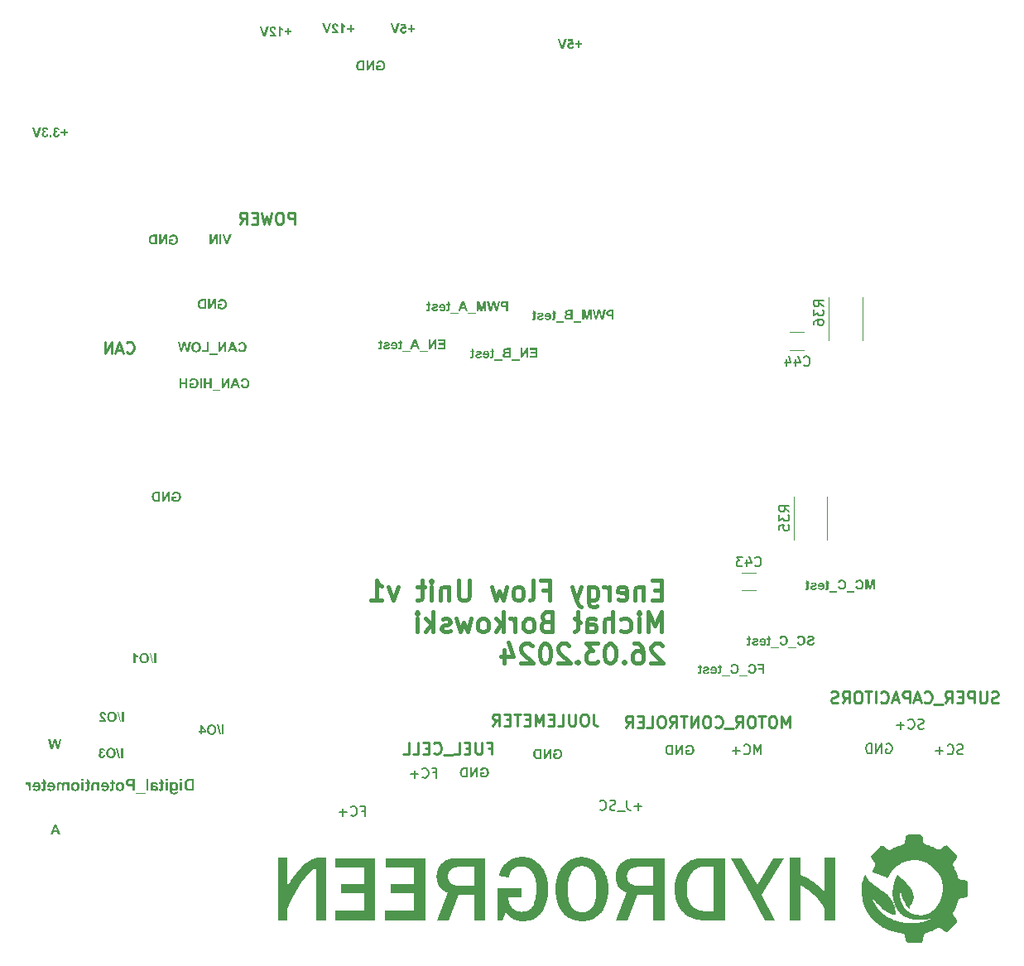
<source format=gbr>
%TF.GenerationSoftware,KiCad,Pcbnew,8.0.0*%
%TF.CreationDate,2024-03-30T16:18:18+01:00*%
%TF.ProjectId,schematic-main,73636865-6d61-4746-9963-2d6d61696e2e,rev?*%
%TF.SameCoordinates,Original*%
%TF.FileFunction,Legend,Bot*%
%TF.FilePolarity,Positive*%
%FSLAX46Y46*%
G04 Gerber Fmt 4.6, Leading zero omitted, Abs format (unit mm)*
G04 Created by KiCad (PCBNEW 8.0.0) date 2024-03-30 16:18:18*
%MOMM*%
%LPD*%
G01*
G04 APERTURE LIST*
%ADD10C,0.150000*%
%ADD11C,0.200000*%
%ADD12C,0.240000*%
%ADD13C,0.000000*%
%ADD14C,0.400000*%
%ADD15C,0.120000*%
G04 APERTURE END LIST*
D10*
X176998683Y-128222200D02*
X176855826Y-128269819D01*
X176855826Y-128269819D02*
X176617731Y-128269819D01*
X176617731Y-128269819D02*
X176522493Y-128222200D01*
X176522493Y-128222200D02*
X176474874Y-128174580D01*
X176474874Y-128174580D02*
X176427255Y-128079342D01*
X176427255Y-128079342D02*
X176427255Y-127984104D01*
X176427255Y-127984104D02*
X176474874Y-127888866D01*
X176474874Y-127888866D02*
X176522493Y-127841247D01*
X176522493Y-127841247D02*
X176617731Y-127793628D01*
X176617731Y-127793628D02*
X176808207Y-127746009D01*
X176808207Y-127746009D02*
X176903445Y-127698390D01*
X176903445Y-127698390D02*
X176951064Y-127650771D01*
X176951064Y-127650771D02*
X176998683Y-127555533D01*
X176998683Y-127555533D02*
X176998683Y-127460295D01*
X176998683Y-127460295D02*
X176951064Y-127365057D01*
X176951064Y-127365057D02*
X176903445Y-127317438D01*
X176903445Y-127317438D02*
X176808207Y-127269819D01*
X176808207Y-127269819D02*
X176570112Y-127269819D01*
X176570112Y-127269819D02*
X176427255Y-127317438D01*
X175427255Y-128174580D02*
X175474874Y-128222200D01*
X175474874Y-128222200D02*
X175617731Y-128269819D01*
X175617731Y-128269819D02*
X175712969Y-128269819D01*
X175712969Y-128269819D02*
X175855826Y-128222200D01*
X175855826Y-128222200D02*
X175951064Y-128126961D01*
X175951064Y-128126961D02*
X175998683Y-128031723D01*
X175998683Y-128031723D02*
X176046302Y-127841247D01*
X176046302Y-127841247D02*
X176046302Y-127698390D01*
X176046302Y-127698390D02*
X175998683Y-127507914D01*
X175998683Y-127507914D02*
X175951064Y-127412676D01*
X175951064Y-127412676D02*
X175855826Y-127317438D01*
X175855826Y-127317438D02*
X175712969Y-127269819D01*
X175712969Y-127269819D02*
X175617731Y-127269819D01*
X175617731Y-127269819D02*
X175474874Y-127317438D01*
X175474874Y-127317438D02*
X175427255Y-127365057D01*
X174998683Y-127888866D02*
X174236779Y-127888866D01*
X174617731Y-128269819D02*
X174617731Y-127507914D01*
X119522493Y-136646009D02*
X119855826Y-136646009D01*
X119855826Y-137169819D02*
X119855826Y-136169819D01*
X119855826Y-136169819D02*
X119379636Y-136169819D01*
X118427255Y-137074580D02*
X118474874Y-137122200D01*
X118474874Y-137122200D02*
X118617731Y-137169819D01*
X118617731Y-137169819D02*
X118712969Y-137169819D01*
X118712969Y-137169819D02*
X118855826Y-137122200D01*
X118855826Y-137122200D02*
X118951064Y-137026961D01*
X118951064Y-137026961D02*
X118998683Y-136931723D01*
X118998683Y-136931723D02*
X119046302Y-136741247D01*
X119046302Y-136741247D02*
X119046302Y-136598390D01*
X119046302Y-136598390D02*
X118998683Y-136407914D01*
X118998683Y-136407914D02*
X118951064Y-136312676D01*
X118951064Y-136312676D02*
X118855826Y-136217438D01*
X118855826Y-136217438D02*
X118712969Y-136169819D01*
X118712969Y-136169819D02*
X118617731Y-136169819D01*
X118617731Y-136169819D02*
X118474874Y-136217438D01*
X118474874Y-136217438D02*
X118427255Y-136265057D01*
X117998683Y-136788866D02*
X117236779Y-136788866D01*
X117617731Y-137169819D02*
X117617731Y-136407914D01*
D11*
G36*
X172000348Y-114030000D02*
G01*
X172000348Y-113013949D01*
X171696022Y-113013949D01*
X171513328Y-113707110D01*
X171332588Y-113013949D01*
X171027773Y-113013949D01*
X171027773Y-114030000D01*
X171216573Y-114030000D01*
X171216573Y-113230104D01*
X171416608Y-114030000D01*
X171612247Y-114030000D01*
X171811549Y-113230104D01*
X171811549Y-114030000D01*
X172000348Y-114030000D01*
G37*
G36*
X170187822Y-113639211D02*
G01*
X169990718Y-113701737D01*
X170006382Y-113751698D01*
X170024979Y-113797474D01*
X170051168Y-113846878D01*
X170081582Y-113890255D01*
X170116221Y-113927605D01*
X170141660Y-113949155D01*
X170183137Y-113976630D01*
X170228615Y-113998420D01*
X170278094Y-114014525D01*
X170331574Y-114024947D01*
X170389056Y-114029684D01*
X170409106Y-114030000D01*
X170458123Y-114027878D01*
X170516259Y-114019258D01*
X170570913Y-114004007D01*
X170622085Y-113982125D01*
X170669774Y-113953613D01*
X170713981Y-113918469D01*
X170738834Y-113894200D01*
X170775986Y-113849330D01*
X170806840Y-113799595D01*
X170831398Y-113744993D01*
X170846511Y-113697808D01*
X170857593Y-113647509D01*
X170864646Y-113594097D01*
X170867668Y-113537570D01*
X170867794Y-113522951D01*
X170865768Y-113462410D01*
X170859689Y-113405348D01*
X170849556Y-113351768D01*
X170835371Y-113301667D01*
X170817133Y-113255047D01*
X170788636Y-113201667D01*
X170753806Y-113153725D01*
X170738101Y-113136071D01*
X170695504Y-113096386D01*
X170648924Y-113063428D01*
X170598361Y-113037195D01*
X170543814Y-113017689D01*
X170485284Y-113004909D01*
X170435592Y-112999528D01*
X170396650Y-112998318D01*
X170340571Y-113001144D01*
X170287890Y-113009623D01*
X170238609Y-113023756D01*
X170192726Y-113043541D01*
X170150242Y-113068979D01*
X170111158Y-113100070D01*
X170096475Y-113114089D01*
X170064296Y-113152130D01*
X170036392Y-113197620D01*
X170015481Y-113243535D01*
X169997843Y-113295153D01*
X169993405Y-113310949D01*
X170194661Y-113342212D01*
X170211508Y-113291425D01*
X170237532Y-113248545D01*
X170269155Y-113216427D01*
X170310998Y-113190145D01*
X170358613Y-113174773D01*
X170406908Y-113170265D01*
X170460214Y-113175241D01*
X170508269Y-113190170D01*
X170551072Y-113215053D01*
X170588625Y-113249888D01*
X170619079Y-113295882D01*
X170638588Y-113346270D01*
X170650009Y-113396994D01*
X170656535Y-113454673D01*
X170658234Y-113508053D01*
X170656558Y-113564546D01*
X170651532Y-113615720D01*
X170641076Y-113670108D01*
X170625795Y-113716836D01*
X170601867Y-113761672D01*
X170589602Y-113777697D01*
X170552706Y-113812852D01*
X170510650Y-113837964D01*
X170463435Y-113853030D01*
X170411060Y-113858053D01*
X170357996Y-113851819D01*
X170310300Y-113833117D01*
X170271598Y-113805296D01*
X170238334Y-113766408D01*
X170213903Y-113721294D01*
X170196565Y-113673147D01*
X170187822Y-113639211D01*
G37*
G36*
X169937229Y-114311367D02*
G01*
X169937229Y-114186315D01*
X169134891Y-114186315D01*
X169134891Y-114311367D01*
X169937229Y-114311367D01*
G37*
G36*
X168398988Y-113639211D02*
G01*
X168201884Y-113701737D01*
X168217547Y-113751698D01*
X168236144Y-113797474D01*
X168262334Y-113846878D01*
X168292748Y-113890255D01*
X168327386Y-113927605D01*
X168352826Y-113949155D01*
X168394302Y-113976630D01*
X168439780Y-113998420D01*
X168489259Y-114014525D01*
X168542740Y-114024947D01*
X168600222Y-114029684D01*
X168620272Y-114030000D01*
X168669288Y-114027878D01*
X168727425Y-114019258D01*
X168782079Y-114004007D01*
X168833250Y-113982125D01*
X168880940Y-113953613D01*
X168925147Y-113918469D01*
X168950000Y-113894200D01*
X168987151Y-113849330D01*
X169018006Y-113799595D01*
X169042564Y-113744993D01*
X169057676Y-113697808D01*
X169068759Y-113647509D01*
X169075811Y-113594097D01*
X169078834Y-113537570D01*
X169078960Y-113522951D01*
X169076933Y-113462410D01*
X169070854Y-113405348D01*
X169060722Y-113351768D01*
X169046536Y-113301667D01*
X169028298Y-113255047D01*
X168999801Y-113201667D01*
X168964972Y-113153725D01*
X168949267Y-113136071D01*
X168906670Y-113096386D01*
X168860090Y-113063428D01*
X168809526Y-113037195D01*
X168754979Y-113017689D01*
X168696449Y-113004909D01*
X168646757Y-112999528D01*
X168607815Y-112998318D01*
X168551736Y-113001144D01*
X168499056Y-113009623D01*
X168449774Y-113023756D01*
X168403892Y-113043541D01*
X168361408Y-113068979D01*
X168322323Y-113100070D01*
X168307641Y-113114089D01*
X168275462Y-113152130D01*
X168247557Y-113197620D01*
X168226647Y-113243535D01*
X168209009Y-113295153D01*
X168204570Y-113310949D01*
X168405826Y-113342212D01*
X168422673Y-113291425D01*
X168448698Y-113248545D01*
X168480321Y-113216427D01*
X168522163Y-113190145D01*
X168569778Y-113174773D01*
X168618073Y-113170265D01*
X168671379Y-113175241D01*
X168719434Y-113190170D01*
X168762238Y-113215053D01*
X168799790Y-113249888D01*
X168830244Y-113295882D01*
X168849754Y-113346270D01*
X168861174Y-113396994D01*
X168867700Y-113454673D01*
X168869399Y-113508053D01*
X168867724Y-113564546D01*
X168862697Y-113615720D01*
X168852241Y-113670108D01*
X168836960Y-113716836D01*
X168813032Y-113761672D01*
X168800767Y-113777697D01*
X168763871Y-113812852D01*
X168721816Y-113837964D01*
X168674600Y-113853030D01*
X168622226Y-113858053D01*
X168569161Y-113851819D01*
X168521465Y-113833117D01*
X168482763Y-113805296D01*
X168449499Y-113766408D01*
X168425068Y-113721294D01*
X168407731Y-113673147D01*
X168398988Y-113639211D01*
G37*
G36*
X168148394Y-114311367D02*
G01*
X168148394Y-114186315D01*
X167346057Y-114186315D01*
X167346057Y-114311367D01*
X168148394Y-114311367D01*
G37*
G36*
X166921318Y-113295317D02*
G01*
X166921318Y-113436001D01*
X167053210Y-113436001D01*
X167053210Y-113754982D01*
X167052852Y-113807690D01*
X167050973Y-113857145D01*
X167049546Y-113868066D01*
X167032205Y-113894689D01*
X166999720Y-113904947D01*
X166951465Y-113896174D01*
X166922051Y-113886385D01*
X166905443Y-114020230D01*
X166953866Y-114034692D01*
X167006445Y-114043150D01*
X167057850Y-114045631D01*
X167107554Y-114041113D01*
X167152128Y-114027557D01*
X167195748Y-114000862D01*
X167213677Y-113980907D01*
X167234168Y-113934670D01*
X167240788Y-113903482D01*
X167245368Y-113851153D01*
X167246679Y-113800525D01*
X167246894Y-113763531D01*
X167246894Y-113436001D01*
X167335554Y-113436001D01*
X167335554Y-113295317D01*
X167246894Y-113295317D01*
X167246894Y-113154633D01*
X167053210Y-113045212D01*
X167053210Y-113295317D01*
X166921318Y-113295317D01*
G37*
G36*
X166529417Y-113280089D02*
G01*
X166580874Y-113286143D01*
X166628794Y-113299461D01*
X166673175Y-113320043D01*
X166714019Y-113347889D01*
X166751325Y-113383000D01*
X166773536Y-113410004D01*
X166801300Y-113455147D01*
X166822400Y-113505854D01*
X166836837Y-113562126D01*
X166843778Y-113613269D01*
X166846092Y-113668276D01*
X166843559Y-113723591D01*
X166835959Y-113775231D01*
X166823294Y-113823196D01*
X166802115Y-113874511D01*
X166774040Y-113920823D01*
X166743073Y-113956778D01*
X166699522Y-113991881D01*
X166648998Y-114018207D01*
X166601568Y-114033443D01*
X166549297Y-114042584D01*
X166492184Y-114045631D01*
X166441539Y-114043153D01*
X166388382Y-114034254D01*
X166340262Y-114018882D01*
X166292149Y-113993852D01*
X166263618Y-113972677D01*
X166226489Y-113934668D01*
X166196161Y-113889163D01*
X166174912Y-113842421D01*
X166367376Y-113811158D01*
X166381412Y-113844348D01*
X166414270Y-113882721D01*
X166441653Y-113897112D01*
X166490230Y-113904947D01*
X166514461Y-113903213D01*
X166561661Y-113887554D01*
X166601605Y-113855610D01*
X166627283Y-113817015D01*
X166642860Y-113769070D01*
X166648255Y-113717369D01*
X166164654Y-113717369D01*
X166164491Y-113703589D01*
X166165760Y-113650709D01*
X166171412Y-113592316D01*
X166356385Y-113592316D01*
X166644836Y-113592316D01*
X166643146Y-113559166D01*
X166630896Y-113509678D01*
X166604291Y-113466531D01*
X166593632Y-113455712D01*
X166550977Y-113429205D01*
X166500000Y-113420369D01*
X166489074Y-113420756D01*
X166439146Y-113434280D01*
X166399616Y-113464333D01*
X166377658Y-113495617D01*
X166361446Y-113543611D01*
X166356385Y-113592316D01*
X166171412Y-113592316D01*
X166171671Y-113589642D01*
X166182389Y-113534169D01*
X166197913Y-113484288D01*
X166222886Y-113431815D01*
X166254780Y-113387397D01*
X166273014Y-113368147D01*
X166313102Y-113335329D01*
X166358016Y-113310084D01*
X166407756Y-113292413D01*
X166462321Y-113282315D01*
X166511479Y-113279685D01*
X166529417Y-113280089D01*
G37*
G36*
X166079169Y-113826789D02*
G01*
X165885484Y-113795526D01*
X165866739Y-113842787D01*
X165835415Y-113877103D01*
X165789986Y-113897986D01*
X165737813Y-113904838D01*
X165729413Y-113904947D01*
X165678546Y-113901066D01*
X165629548Y-113885299D01*
X165616817Y-113877348D01*
X165591813Y-113833724D01*
X165591416Y-113825812D01*
X165605094Y-113789420D01*
X165652213Y-113768484D01*
X165669818Y-113764019D01*
X165725521Y-113751273D01*
X165775881Y-113738801D01*
X165831317Y-113723598D01*
X165878405Y-113708824D01*
X165930304Y-113688862D01*
X165965840Y-113669741D01*
X166003668Y-113637165D01*
X166033304Y-113593584D01*
X166049263Y-113542661D01*
X166052302Y-113504633D01*
X166046390Y-113453467D01*
X166028655Y-113407132D01*
X165999095Y-113365626D01*
X165977564Y-113344654D01*
X165934928Y-113316230D01*
X165889182Y-113298021D01*
X165835559Y-113286030D01*
X165783326Y-113280701D01*
X165745289Y-113279685D01*
X165691849Y-113281489D01*
X165636338Y-113288150D01*
X165588191Y-113299721D01*
X165542182Y-113318955D01*
X165522784Y-113330976D01*
X165485318Y-113363730D01*
X165455078Y-113404289D01*
X165432064Y-113452654D01*
X165422400Y-113482896D01*
X165604605Y-113514159D01*
X165625932Y-113467703D01*
X165649057Y-113444549D01*
X165694412Y-113424998D01*
X165741870Y-113420369D01*
X165792943Y-113423358D01*
X165842128Y-113436638D01*
X165851046Y-113441618D01*
X165873028Y-113480942D01*
X165853733Y-113515868D01*
X165806369Y-113535790D01*
X165757307Y-113549903D01*
X165701254Y-113563879D01*
X165673482Y-113570334D01*
X165618951Y-113583999D01*
X165570946Y-113598796D01*
X165523187Y-113617493D01*
X165479483Y-113640749D01*
X165458060Y-113656308D01*
X165423713Y-113696587D01*
X165403623Y-113746563D01*
X165397732Y-113800411D01*
X165404358Y-113854675D01*
X165424239Y-113904533D01*
X165453036Y-113945154D01*
X165481507Y-113973335D01*
X165522004Y-114001505D01*
X165570191Y-114022756D01*
X165617615Y-114035464D01*
X165670689Y-114043089D01*
X165729413Y-114045631D01*
X165783186Y-114043562D01*
X165832579Y-114037353D01*
X165884670Y-114024880D01*
X165930800Y-114006773D01*
X165965596Y-113986769D01*
X166005209Y-113954696D01*
X166037342Y-113917342D01*
X166061996Y-113874707D01*
X166079169Y-113826789D01*
G37*
G36*
X164898011Y-113295317D02*
G01*
X164898011Y-113436001D01*
X165029902Y-113436001D01*
X165029902Y-113754982D01*
X165029544Y-113807690D01*
X165027666Y-113857145D01*
X165026238Y-113868066D01*
X165008897Y-113894689D01*
X164976413Y-113904947D01*
X164928157Y-113896174D01*
X164898743Y-113886385D01*
X164882135Y-114020230D01*
X164930558Y-114034692D01*
X164983137Y-114043150D01*
X165034542Y-114045631D01*
X165084246Y-114041113D01*
X165128820Y-114027557D01*
X165172440Y-114000862D01*
X165190369Y-113980907D01*
X165210861Y-113934670D01*
X165217480Y-113903482D01*
X165222060Y-113851153D01*
X165223372Y-113800525D01*
X165223586Y-113763531D01*
X165223586Y-113436001D01*
X165312247Y-113436001D01*
X165312247Y-113295317D01*
X165223586Y-113295317D01*
X165223586Y-113154633D01*
X165029902Y-113045212D01*
X165029902Y-113295317D01*
X164898011Y-113295317D01*
G37*
G36*
X160696196Y-122630000D02*
G01*
X160696196Y-121613949D01*
X160005966Y-121613949D01*
X160005966Y-121785896D01*
X160492986Y-121785896D01*
X160492986Y-122020369D01*
X160072644Y-122020369D01*
X160072644Y-122192316D01*
X160492986Y-122192316D01*
X160492986Y-122630000D01*
X160696196Y-122630000D01*
G37*
G36*
X159198499Y-122239211D02*
G01*
X159001395Y-122301737D01*
X159017059Y-122351698D01*
X159035656Y-122397474D01*
X159061845Y-122446878D01*
X159092259Y-122490255D01*
X159126898Y-122527605D01*
X159152337Y-122549155D01*
X159193814Y-122576630D01*
X159239292Y-122598420D01*
X159288771Y-122614525D01*
X159342251Y-122624947D01*
X159399733Y-122629684D01*
X159419783Y-122630000D01*
X159468800Y-122627878D01*
X159526936Y-122619258D01*
X159581590Y-122604007D01*
X159632762Y-122582125D01*
X159680451Y-122553613D01*
X159724658Y-122518469D01*
X159749511Y-122494200D01*
X159786663Y-122449330D01*
X159817517Y-122399595D01*
X159842075Y-122344993D01*
X159857188Y-122297808D01*
X159868270Y-122247509D01*
X159875323Y-122194097D01*
X159878345Y-122137570D01*
X159878471Y-122122951D01*
X159876445Y-122062410D01*
X159870365Y-122005348D01*
X159860233Y-121951768D01*
X159846048Y-121901667D01*
X159827810Y-121855047D01*
X159799313Y-121801667D01*
X159764483Y-121753725D01*
X159748778Y-121736071D01*
X159706181Y-121696386D01*
X159659601Y-121663428D01*
X159609038Y-121637195D01*
X159554491Y-121617689D01*
X159495961Y-121604909D01*
X159446269Y-121599528D01*
X159407327Y-121598318D01*
X159351248Y-121601144D01*
X159298567Y-121609623D01*
X159249286Y-121623756D01*
X159203403Y-121643541D01*
X159160919Y-121668979D01*
X159121835Y-121700070D01*
X159107152Y-121714089D01*
X159074973Y-121752130D01*
X159047069Y-121797620D01*
X159026158Y-121843535D01*
X159008520Y-121895153D01*
X159004082Y-121910949D01*
X159205338Y-121942212D01*
X159222185Y-121891425D01*
X159248209Y-121848545D01*
X159279832Y-121816427D01*
X159321675Y-121790145D01*
X159369290Y-121774773D01*
X159417585Y-121770265D01*
X159470891Y-121775241D01*
X159518946Y-121790170D01*
X159561749Y-121815053D01*
X159599302Y-121849888D01*
X159629756Y-121895882D01*
X159649265Y-121946270D01*
X159660686Y-121996994D01*
X159667211Y-122054673D01*
X159668911Y-122108053D01*
X159667235Y-122164546D01*
X159662209Y-122215720D01*
X159651753Y-122270108D01*
X159636471Y-122316836D01*
X159612544Y-122361672D01*
X159600279Y-122377697D01*
X159563383Y-122412852D01*
X159521327Y-122437964D01*
X159474112Y-122453030D01*
X159421737Y-122458053D01*
X159368673Y-122451819D01*
X159320976Y-122433117D01*
X159282274Y-122405296D01*
X159249011Y-122366408D01*
X159224579Y-122321294D01*
X159207242Y-122273147D01*
X159198499Y-122239211D01*
G37*
G36*
X158947906Y-122911367D02*
G01*
X158947906Y-122786315D01*
X158145568Y-122786315D01*
X158145568Y-122911367D01*
X158947906Y-122911367D01*
G37*
G36*
X157409665Y-122239211D02*
G01*
X157212561Y-122301737D01*
X157228224Y-122351698D01*
X157246821Y-122397474D01*
X157273011Y-122446878D01*
X157303425Y-122490255D01*
X157338063Y-122527605D01*
X157363503Y-122549155D01*
X157404979Y-122576630D01*
X157450457Y-122598420D01*
X157499936Y-122614525D01*
X157553417Y-122624947D01*
X157610899Y-122629684D01*
X157630949Y-122630000D01*
X157679965Y-122627878D01*
X157738102Y-122619258D01*
X157792756Y-122604007D01*
X157843927Y-122582125D01*
X157891617Y-122553613D01*
X157935824Y-122518469D01*
X157960676Y-122494200D01*
X157997828Y-122449330D01*
X158028683Y-122399595D01*
X158053241Y-122344993D01*
X158068353Y-122297808D01*
X158079436Y-122247509D01*
X158086488Y-122194097D01*
X158089511Y-122137570D01*
X158089637Y-122122951D01*
X158087610Y-122062410D01*
X158081531Y-122005348D01*
X158071399Y-121951768D01*
X158057213Y-121901667D01*
X158038975Y-121855047D01*
X158010478Y-121801667D01*
X157975649Y-121753725D01*
X157959944Y-121736071D01*
X157917347Y-121696386D01*
X157870766Y-121663428D01*
X157820203Y-121637195D01*
X157765656Y-121617689D01*
X157707126Y-121604909D01*
X157657434Y-121599528D01*
X157618492Y-121598318D01*
X157562413Y-121601144D01*
X157509733Y-121609623D01*
X157460451Y-121623756D01*
X157414568Y-121643541D01*
X157372085Y-121668979D01*
X157333000Y-121700070D01*
X157318318Y-121714089D01*
X157286139Y-121752130D01*
X157258234Y-121797620D01*
X157237324Y-121843535D01*
X157219686Y-121895153D01*
X157215247Y-121910949D01*
X157416503Y-121942212D01*
X157433350Y-121891425D01*
X157459375Y-121848545D01*
X157490997Y-121816427D01*
X157532840Y-121790145D01*
X157580455Y-121774773D01*
X157628750Y-121770265D01*
X157682056Y-121775241D01*
X157730111Y-121790170D01*
X157772915Y-121815053D01*
X157810467Y-121849888D01*
X157840921Y-121895882D01*
X157860431Y-121946270D01*
X157871851Y-121996994D01*
X157878377Y-122054673D01*
X157880076Y-122108053D01*
X157878401Y-122164546D01*
X157873374Y-122215720D01*
X157862918Y-122270108D01*
X157847637Y-122316836D01*
X157823709Y-122361672D01*
X157811444Y-122377697D01*
X157774548Y-122412852D01*
X157732493Y-122437964D01*
X157685277Y-122453030D01*
X157632903Y-122458053D01*
X157579838Y-122451819D01*
X157532142Y-122433117D01*
X157493440Y-122405296D01*
X157460176Y-122366408D01*
X157435745Y-122321294D01*
X157418407Y-122273147D01*
X157409665Y-122239211D01*
G37*
G36*
X157159071Y-122911367D02*
G01*
X157159071Y-122786315D01*
X156356734Y-122786315D01*
X156356734Y-122911367D01*
X157159071Y-122911367D01*
G37*
G36*
X155931995Y-121895317D02*
G01*
X155931995Y-122036001D01*
X156063886Y-122036001D01*
X156063886Y-122354982D01*
X156063529Y-122407690D01*
X156061650Y-122457145D01*
X156060223Y-122468066D01*
X156042882Y-122494689D01*
X156010397Y-122504947D01*
X155962142Y-122496174D01*
X155932728Y-122486385D01*
X155916120Y-122620230D01*
X155964543Y-122634692D01*
X156017122Y-122643150D01*
X156068527Y-122645631D01*
X156118230Y-122641113D01*
X156162805Y-122627557D01*
X156206425Y-122600862D01*
X156224354Y-122580907D01*
X156244845Y-122534670D01*
X156251465Y-122503482D01*
X156256045Y-122451153D01*
X156257356Y-122400525D01*
X156257571Y-122363531D01*
X156257571Y-122036001D01*
X156346231Y-122036001D01*
X156346231Y-121895317D01*
X156257571Y-121895317D01*
X156257571Y-121754633D01*
X156063886Y-121645212D01*
X156063886Y-121895317D01*
X155931995Y-121895317D01*
G37*
G36*
X155540094Y-121880089D02*
G01*
X155591551Y-121886143D01*
X155639471Y-121899461D01*
X155683852Y-121920043D01*
X155724696Y-121947889D01*
X155762002Y-121983000D01*
X155784213Y-122010004D01*
X155811977Y-122055147D01*
X155833077Y-122105854D01*
X155847514Y-122162126D01*
X155854455Y-122213269D01*
X155856769Y-122268276D01*
X155854235Y-122323591D01*
X155846636Y-122375231D01*
X155833971Y-122423196D01*
X155812792Y-122474511D01*
X155784717Y-122520823D01*
X155753750Y-122556778D01*
X155710198Y-122591881D01*
X155659675Y-122618207D01*
X155612245Y-122633443D01*
X155559974Y-122642584D01*
X155502861Y-122645631D01*
X155452216Y-122643153D01*
X155399059Y-122634254D01*
X155350939Y-122618882D01*
X155302826Y-122593852D01*
X155274295Y-122572677D01*
X155237166Y-122534668D01*
X155206838Y-122489163D01*
X155185589Y-122442421D01*
X155378053Y-122411158D01*
X155392089Y-122444348D01*
X155424947Y-122482721D01*
X155452330Y-122497112D01*
X155500907Y-122504947D01*
X155525138Y-122503213D01*
X155572338Y-122487554D01*
X155612281Y-122455610D01*
X155637960Y-122417015D01*
X155653537Y-122369070D01*
X155658932Y-122317369D01*
X155175331Y-122317369D01*
X155175168Y-122303589D01*
X155176437Y-122250709D01*
X155182089Y-122192316D01*
X155367062Y-122192316D01*
X155655512Y-122192316D01*
X155653823Y-122159166D01*
X155641572Y-122109678D01*
X155614968Y-122066531D01*
X155604309Y-122055712D01*
X155561654Y-122029205D01*
X155510676Y-122020369D01*
X155499751Y-122020756D01*
X155449823Y-122034280D01*
X155410293Y-122064333D01*
X155388335Y-122095617D01*
X155372123Y-122143611D01*
X155367062Y-122192316D01*
X155182089Y-122192316D01*
X155182348Y-122189642D01*
X155193066Y-122134169D01*
X155208590Y-122084288D01*
X155233563Y-122031815D01*
X155265457Y-121987397D01*
X155283691Y-121968147D01*
X155323779Y-121935329D01*
X155368693Y-121910084D01*
X155418433Y-121892413D01*
X155472998Y-121882315D01*
X155522156Y-121879685D01*
X155540094Y-121880089D01*
G37*
G36*
X155089846Y-122426789D02*
G01*
X154896161Y-122395526D01*
X154877416Y-122442787D01*
X154846092Y-122477103D01*
X154800662Y-122497986D01*
X154748490Y-122504838D01*
X154740090Y-122504947D01*
X154689223Y-122501066D01*
X154640225Y-122485299D01*
X154627494Y-122477348D01*
X154602490Y-122433724D01*
X154602093Y-122425812D01*
X154615771Y-122389420D01*
X154662889Y-122368484D01*
X154680495Y-122364019D01*
X154736198Y-122351273D01*
X154786557Y-122338801D01*
X154841994Y-122323598D01*
X154889082Y-122308824D01*
X154940981Y-122288862D01*
X154976517Y-122269741D01*
X155014344Y-122237165D01*
X155043981Y-122193584D01*
X155059940Y-122142661D01*
X155062979Y-122104633D01*
X155057067Y-122053467D01*
X155039332Y-122007132D01*
X155009772Y-121965626D01*
X154988241Y-121944654D01*
X154945605Y-121916230D01*
X154899859Y-121898021D01*
X154846236Y-121886030D01*
X154794003Y-121880701D01*
X154755966Y-121879685D01*
X154702525Y-121881489D01*
X154647015Y-121888150D01*
X154598868Y-121899721D01*
X154552859Y-121918955D01*
X154533461Y-121930976D01*
X154495995Y-121963730D01*
X154465755Y-122004289D01*
X154442741Y-122052654D01*
X154433077Y-122082896D01*
X154615282Y-122114159D01*
X154636609Y-122067703D01*
X154659734Y-122044549D01*
X154705089Y-122024998D01*
X154752547Y-122020369D01*
X154803620Y-122023358D01*
X154852804Y-122036638D01*
X154861723Y-122041618D01*
X154883705Y-122080942D01*
X154864410Y-122115868D01*
X154817046Y-122135790D01*
X154767984Y-122149903D01*
X154711931Y-122163879D01*
X154684159Y-122170334D01*
X154629628Y-122183999D01*
X154581622Y-122198796D01*
X154533864Y-122217493D01*
X154490160Y-122240749D01*
X154468736Y-122256308D01*
X154434390Y-122296587D01*
X154414300Y-122346563D01*
X154408408Y-122400411D01*
X154415035Y-122454675D01*
X154434915Y-122504533D01*
X154463713Y-122545154D01*
X154492184Y-122573335D01*
X154532681Y-122601505D01*
X154580868Y-122622756D01*
X154628292Y-122635464D01*
X154681366Y-122643089D01*
X154740090Y-122645631D01*
X154793863Y-122643562D01*
X154843256Y-122637353D01*
X154895347Y-122624880D01*
X154941477Y-122606773D01*
X154976273Y-122586769D01*
X155015886Y-122554696D01*
X155048019Y-122517342D01*
X155072673Y-122474707D01*
X155089846Y-122426789D01*
G37*
G36*
X153908688Y-121895317D02*
G01*
X153908688Y-122036001D01*
X154040579Y-122036001D01*
X154040579Y-122354982D01*
X154040221Y-122407690D01*
X154038343Y-122457145D01*
X154036915Y-122468066D01*
X154019574Y-122494689D01*
X153987090Y-122504947D01*
X153938834Y-122496174D01*
X153909420Y-122486385D01*
X153892812Y-122620230D01*
X153941235Y-122634692D01*
X153993814Y-122643150D01*
X154045219Y-122645631D01*
X154094923Y-122641113D01*
X154139497Y-122627557D01*
X154183117Y-122600862D01*
X154201046Y-122580907D01*
X154221538Y-122534670D01*
X154228157Y-122503482D01*
X154232737Y-122451153D01*
X154234049Y-122400525D01*
X154234263Y-122363531D01*
X154234263Y-122036001D01*
X154322923Y-122036001D01*
X154322923Y-121895317D01*
X154234263Y-121895317D01*
X154234263Y-121754633D01*
X154040579Y-121645212D01*
X154040579Y-121895317D01*
X153908688Y-121895317D01*
G37*
G36*
X165849197Y-119401737D02*
G01*
X165651360Y-119386106D01*
X165638433Y-119436453D01*
X165617272Y-119482879D01*
X165585730Y-119522376D01*
X165579064Y-119528255D01*
X165536949Y-119554119D01*
X165485829Y-119569248D01*
X165431542Y-119573684D01*
X165380138Y-119570458D01*
X165331995Y-119559305D01*
X165286692Y-119535405D01*
X165283531Y-119532896D01*
X165249470Y-119494374D01*
X165234143Y-119447290D01*
X165233705Y-119437152D01*
X165246525Y-119388608D01*
X165254710Y-119377313D01*
X165295638Y-119347670D01*
X165327739Y-119334326D01*
X165376592Y-119319380D01*
X165426414Y-119305722D01*
X165475129Y-119292910D01*
X165490648Y-119288897D01*
X165539331Y-119275404D01*
X165591470Y-119258047D01*
X165636756Y-119239420D01*
X165680929Y-119216082D01*
X165719993Y-119187292D01*
X165756157Y-119148769D01*
X165783438Y-119106716D01*
X165801838Y-119061133D01*
X165811355Y-119012021D01*
X165812805Y-118982372D01*
X165807668Y-118930158D01*
X165792256Y-118880310D01*
X165769330Y-118837048D01*
X165738260Y-118797783D01*
X165699701Y-118764862D01*
X165653653Y-118738287D01*
X165643545Y-118733733D01*
X165594579Y-118716613D01*
X165546578Y-118706099D01*
X165494363Y-118700012D01*
X165445219Y-118698318D01*
X165388280Y-118700399D01*
X165335921Y-118706642D01*
X165288141Y-118717047D01*
X165236850Y-118735028D01*
X165192153Y-118759002D01*
X165159944Y-118783558D01*
X165122309Y-118823574D01*
X165093392Y-118869037D01*
X165073195Y-118919945D01*
X165062822Y-118967916D01*
X165059071Y-119010949D01*
X165262526Y-119010949D01*
X165276459Y-118960654D01*
X165303393Y-118916996D01*
X165318457Y-118903237D01*
X165364299Y-118880697D01*
X165416689Y-118871424D01*
X165447418Y-118870265D01*
X165498957Y-118873747D01*
X165547054Y-118885622D01*
X165586147Y-118905924D01*
X165615837Y-118947003D01*
X165618387Y-118967473D01*
X165601352Y-119014231D01*
X165588101Y-119027313D01*
X165543851Y-119051779D01*
X165497140Y-119068815D01*
X165444972Y-119084197D01*
X165401256Y-119095457D01*
X165348290Y-119109064D01*
X165300769Y-119122774D01*
X165252208Y-119138899D01*
X165205782Y-119157500D01*
X165181681Y-119169218D01*
X165140289Y-119195422D01*
X165101754Y-119230472D01*
X165070551Y-119272044D01*
X165047607Y-119320486D01*
X165035013Y-119370784D01*
X165030408Y-119421152D01*
X165030251Y-119433000D01*
X165034950Y-119486271D01*
X165049046Y-119537395D01*
X165072540Y-119586372D01*
X165078367Y-119595910D01*
X165108581Y-119635546D01*
X165145094Y-119669000D01*
X165187904Y-119696271D01*
X165214410Y-119708750D01*
X165261075Y-119724886D01*
X165313145Y-119736411D01*
X165363139Y-119742714D01*
X165417270Y-119745487D01*
X165433496Y-119745631D01*
X165491018Y-119743490D01*
X165544211Y-119737068D01*
X165593075Y-119726365D01*
X165645998Y-119707869D01*
X165692686Y-119683208D01*
X165726831Y-119657948D01*
X165762314Y-119622150D01*
X165792010Y-119580702D01*
X165815918Y-119533604D01*
X165834039Y-119480857D01*
X165844718Y-119432584D01*
X165849197Y-119401737D01*
G37*
G36*
X164220341Y-119339211D02*
G01*
X164023237Y-119401737D01*
X164038901Y-119451698D01*
X164057498Y-119497474D01*
X164083688Y-119546878D01*
X164114102Y-119590255D01*
X164148740Y-119627605D01*
X164174180Y-119649155D01*
X164215656Y-119676630D01*
X164261134Y-119698420D01*
X164310613Y-119714525D01*
X164364094Y-119724947D01*
X164421576Y-119729684D01*
X164441625Y-119730000D01*
X164490642Y-119727878D01*
X164548778Y-119719258D01*
X164603433Y-119704007D01*
X164654604Y-119682125D01*
X164702294Y-119653613D01*
X164746501Y-119618469D01*
X164771353Y-119594200D01*
X164808505Y-119549330D01*
X164839360Y-119499595D01*
X164863918Y-119444993D01*
X164879030Y-119397808D01*
X164890113Y-119347509D01*
X164897165Y-119294097D01*
X164900188Y-119237570D01*
X164900314Y-119222951D01*
X164898287Y-119162410D01*
X164892208Y-119105348D01*
X164882075Y-119051768D01*
X164867890Y-119001667D01*
X164849652Y-118955047D01*
X164821155Y-118901667D01*
X164786326Y-118853725D01*
X164770621Y-118836071D01*
X164728024Y-118796386D01*
X164681443Y-118763428D01*
X164630880Y-118737195D01*
X164576333Y-118717689D01*
X164517803Y-118704909D01*
X164468111Y-118699528D01*
X164429169Y-118698318D01*
X164373090Y-118701144D01*
X164320409Y-118709623D01*
X164271128Y-118723756D01*
X164225245Y-118743541D01*
X164182762Y-118768979D01*
X164143677Y-118800070D01*
X164128995Y-118814089D01*
X164096816Y-118852130D01*
X164068911Y-118897620D01*
X164048000Y-118943535D01*
X164030362Y-118995153D01*
X164025924Y-119010949D01*
X164227180Y-119042212D01*
X164244027Y-118991425D01*
X164270052Y-118948545D01*
X164301674Y-118916427D01*
X164343517Y-118890145D01*
X164391132Y-118874773D01*
X164439427Y-118870265D01*
X164492733Y-118875241D01*
X164540788Y-118890170D01*
X164583592Y-118915053D01*
X164621144Y-118949888D01*
X164651598Y-118995882D01*
X164671108Y-119046270D01*
X164682528Y-119096994D01*
X164689054Y-119154673D01*
X164690753Y-119208053D01*
X164689078Y-119264546D01*
X164684051Y-119315720D01*
X164673595Y-119370108D01*
X164658314Y-119416836D01*
X164634386Y-119461672D01*
X164622121Y-119477697D01*
X164585225Y-119512852D01*
X164543169Y-119537964D01*
X164495954Y-119553030D01*
X164443579Y-119558053D01*
X164390515Y-119551819D01*
X164342819Y-119533117D01*
X164304117Y-119505296D01*
X164270853Y-119466408D01*
X164246422Y-119421294D01*
X164229084Y-119373147D01*
X164220341Y-119339211D01*
G37*
G36*
X163969748Y-120011367D02*
G01*
X163969748Y-119886315D01*
X163167411Y-119886315D01*
X163167411Y-120011367D01*
X163969748Y-120011367D01*
G37*
G36*
X162431507Y-119339211D02*
G01*
X162234403Y-119401737D01*
X162250066Y-119451698D01*
X162268664Y-119497474D01*
X162294853Y-119546878D01*
X162325267Y-119590255D01*
X162359906Y-119627605D01*
X162385345Y-119649155D01*
X162426821Y-119676630D01*
X162472299Y-119698420D01*
X162521778Y-119714525D01*
X162575259Y-119724947D01*
X162632741Y-119729684D01*
X162652791Y-119730000D01*
X162701807Y-119727878D01*
X162759944Y-119719258D01*
X162814598Y-119704007D01*
X162865770Y-119682125D01*
X162913459Y-119653613D01*
X162957666Y-119618469D01*
X162982519Y-119594200D01*
X163019670Y-119549330D01*
X163050525Y-119499595D01*
X163075083Y-119444993D01*
X163090195Y-119397808D01*
X163101278Y-119347509D01*
X163108330Y-119294097D01*
X163111353Y-119237570D01*
X163111479Y-119222951D01*
X163109452Y-119162410D01*
X163103373Y-119105348D01*
X163093241Y-119051768D01*
X163079056Y-119001667D01*
X163060818Y-118955047D01*
X163032321Y-118901667D01*
X162997491Y-118853725D01*
X162981786Y-118836071D01*
X162939189Y-118796386D01*
X162892609Y-118763428D01*
X162842045Y-118737195D01*
X162787498Y-118717689D01*
X162728968Y-118704909D01*
X162679276Y-118699528D01*
X162640334Y-118698318D01*
X162584255Y-118701144D01*
X162531575Y-118709623D01*
X162482293Y-118723756D01*
X162436411Y-118743541D01*
X162393927Y-118768979D01*
X162354842Y-118800070D01*
X162340160Y-118814089D01*
X162307981Y-118852130D01*
X162280076Y-118897620D01*
X162259166Y-118943535D01*
X162241528Y-118995153D01*
X162237090Y-119010949D01*
X162438346Y-119042212D01*
X162455192Y-118991425D01*
X162481217Y-118948545D01*
X162512840Y-118916427D01*
X162554683Y-118890145D01*
X162602297Y-118874773D01*
X162650593Y-118870265D01*
X162703899Y-118875241D01*
X162751953Y-118890170D01*
X162794757Y-118915053D01*
X162832309Y-118949888D01*
X162862763Y-118995882D01*
X162882273Y-119046270D01*
X162893693Y-119096994D01*
X162900219Y-119154673D01*
X162901919Y-119208053D01*
X162900243Y-119264546D01*
X162895216Y-119315720D01*
X162884760Y-119370108D01*
X162869479Y-119416836D01*
X162845552Y-119461672D01*
X162833286Y-119477697D01*
X162796390Y-119512852D01*
X162754335Y-119537964D01*
X162707120Y-119553030D01*
X162654745Y-119558053D01*
X162601680Y-119551819D01*
X162553984Y-119533117D01*
X162515282Y-119505296D01*
X162482018Y-119466408D01*
X162457587Y-119421294D01*
X162440250Y-119373147D01*
X162431507Y-119339211D01*
G37*
G36*
X162180914Y-120011367D02*
G01*
X162180914Y-119886315D01*
X161378576Y-119886315D01*
X161378576Y-120011367D01*
X162180914Y-120011367D01*
G37*
G36*
X160953838Y-118995317D02*
G01*
X160953838Y-119136001D01*
X161085729Y-119136001D01*
X161085729Y-119454982D01*
X161085371Y-119507690D01*
X161083493Y-119557145D01*
X161082065Y-119568066D01*
X161064724Y-119594689D01*
X161032240Y-119604947D01*
X160983984Y-119596174D01*
X160954570Y-119586385D01*
X160937962Y-119720230D01*
X160986385Y-119734692D01*
X161038964Y-119743150D01*
X161090369Y-119745631D01*
X161140073Y-119741113D01*
X161184647Y-119727557D01*
X161228267Y-119700862D01*
X161246196Y-119680907D01*
X161266688Y-119634670D01*
X161273307Y-119603482D01*
X161277887Y-119551153D01*
X161279199Y-119500525D01*
X161279413Y-119463531D01*
X161279413Y-119136001D01*
X161368073Y-119136001D01*
X161368073Y-118995317D01*
X161279413Y-118995317D01*
X161279413Y-118854633D01*
X161085729Y-118745212D01*
X161085729Y-118995317D01*
X160953838Y-118995317D01*
G37*
G36*
X160561937Y-118980089D02*
G01*
X160613394Y-118986143D01*
X160661313Y-118999461D01*
X160705695Y-119020043D01*
X160746538Y-119047889D01*
X160783845Y-119083000D01*
X160806055Y-119110004D01*
X160833819Y-119155147D01*
X160854919Y-119205854D01*
X160869356Y-119262126D01*
X160876297Y-119313269D01*
X160878611Y-119368276D01*
X160876078Y-119423591D01*
X160868479Y-119475231D01*
X160855813Y-119523196D01*
X160834634Y-119574511D01*
X160806559Y-119620823D01*
X160775592Y-119656778D01*
X160732041Y-119691881D01*
X160681517Y-119718207D01*
X160634087Y-119733443D01*
X160581816Y-119742584D01*
X160524703Y-119745631D01*
X160474058Y-119743153D01*
X160420901Y-119734254D01*
X160372781Y-119718882D01*
X160324668Y-119693852D01*
X160296137Y-119672677D01*
X160259009Y-119634668D01*
X160228681Y-119589163D01*
X160207431Y-119542421D01*
X160399895Y-119511158D01*
X160413931Y-119544348D01*
X160446789Y-119582721D01*
X160474172Y-119597112D01*
X160522749Y-119604947D01*
X160546981Y-119603213D01*
X160594180Y-119587554D01*
X160634124Y-119555610D01*
X160659802Y-119517015D01*
X160675379Y-119469070D01*
X160680774Y-119417369D01*
X160197173Y-119417369D01*
X160197010Y-119403589D01*
X160198279Y-119350709D01*
X160203931Y-119292316D01*
X160388904Y-119292316D01*
X160677355Y-119292316D01*
X160675665Y-119259166D01*
X160663415Y-119209678D01*
X160636810Y-119166531D01*
X160626151Y-119155712D01*
X160583496Y-119129205D01*
X160532519Y-119120369D01*
X160521593Y-119120756D01*
X160471665Y-119134280D01*
X160432135Y-119164333D01*
X160410177Y-119195617D01*
X160393965Y-119243611D01*
X160388904Y-119292316D01*
X160203931Y-119292316D01*
X160204190Y-119289642D01*
X160214908Y-119234169D01*
X160230432Y-119184288D01*
X160255405Y-119131815D01*
X160287299Y-119087397D01*
X160305533Y-119068147D01*
X160345622Y-119035329D01*
X160390536Y-119010084D01*
X160440275Y-118992413D01*
X160494841Y-118982315D01*
X160543998Y-118979685D01*
X160561937Y-118980089D01*
G37*
G36*
X160111688Y-119526789D02*
G01*
X159918004Y-119495526D01*
X159899258Y-119542787D01*
X159867934Y-119577103D01*
X159822505Y-119597986D01*
X159770332Y-119604838D01*
X159761933Y-119604947D01*
X159711065Y-119601066D01*
X159662067Y-119585299D01*
X159649337Y-119577348D01*
X159624332Y-119533724D01*
X159623935Y-119525812D01*
X159637613Y-119489420D01*
X159684732Y-119468484D01*
X159702337Y-119464019D01*
X159758040Y-119451273D01*
X159808400Y-119438801D01*
X159863836Y-119423598D01*
X159910924Y-119408824D01*
X159962823Y-119388862D01*
X159998360Y-119369741D01*
X160036187Y-119337165D01*
X160065824Y-119293584D01*
X160081782Y-119242661D01*
X160084822Y-119204633D01*
X160078910Y-119153467D01*
X160061174Y-119107132D01*
X160031614Y-119065626D01*
X160010083Y-119044654D01*
X159967448Y-119016230D01*
X159921701Y-118998021D01*
X159868078Y-118986030D01*
X159815845Y-118980701D01*
X159777808Y-118979685D01*
X159724368Y-118981489D01*
X159668858Y-118988150D01*
X159620711Y-118999721D01*
X159574701Y-119018955D01*
X159555303Y-119030976D01*
X159517837Y-119063730D01*
X159487597Y-119104289D01*
X159464583Y-119152654D01*
X159454919Y-119182896D01*
X159637124Y-119214159D01*
X159658451Y-119167703D01*
X159681577Y-119144549D01*
X159726931Y-119124998D01*
X159774389Y-119120369D01*
X159825462Y-119123358D01*
X159874647Y-119136638D01*
X159883565Y-119141618D01*
X159905547Y-119180942D01*
X159886252Y-119215868D01*
X159838888Y-119235790D01*
X159789826Y-119249903D01*
X159733773Y-119263879D01*
X159706001Y-119270334D01*
X159651470Y-119283999D01*
X159603465Y-119298796D01*
X159555707Y-119317493D01*
X159512002Y-119340749D01*
X159490579Y-119356308D01*
X159456232Y-119396587D01*
X159436142Y-119446563D01*
X159430251Y-119500411D01*
X159436877Y-119554675D01*
X159456758Y-119604533D01*
X159485556Y-119645154D01*
X159514026Y-119673335D01*
X159554523Y-119701505D01*
X159602710Y-119722756D01*
X159650134Y-119735464D01*
X159703208Y-119743089D01*
X159761933Y-119745631D01*
X159815705Y-119743562D01*
X159865098Y-119737353D01*
X159917189Y-119724880D01*
X159963319Y-119706773D01*
X159998115Y-119686769D01*
X160037728Y-119654696D01*
X160069862Y-119617342D01*
X160094515Y-119574707D01*
X160111688Y-119526789D01*
G37*
G36*
X158930530Y-118995317D02*
G01*
X158930530Y-119136001D01*
X159062421Y-119136001D01*
X159062421Y-119454982D01*
X159062063Y-119507690D01*
X159060185Y-119557145D01*
X159058757Y-119568066D01*
X159041416Y-119594689D01*
X159008932Y-119604947D01*
X158960677Y-119596174D01*
X158931263Y-119586385D01*
X158914654Y-119720230D01*
X158963077Y-119734692D01*
X159015656Y-119743150D01*
X159067062Y-119745631D01*
X159116765Y-119741113D01*
X159161339Y-119727557D01*
X159204960Y-119700862D01*
X159222889Y-119680907D01*
X159243380Y-119634670D01*
X159250000Y-119603482D01*
X159254579Y-119551153D01*
X159255891Y-119500525D01*
X159256106Y-119463531D01*
X159256106Y-119136001D01*
X159344766Y-119136001D01*
X159344766Y-118995317D01*
X159256106Y-118995317D01*
X159256106Y-118854633D01*
X159062421Y-118745212D01*
X159062421Y-118995317D01*
X158930530Y-118995317D01*
G37*
D12*
X95470677Y-89726377D02*
X95527820Y-89783520D01*
X95527820Y-89783520D02*
X95699248Y-89840662D01*
X95699248Y-89840662D02*
X95813534Y-89840662D01*
X95813534Y-89840662D02*
X95984963Y-89783520D01*
X95984963Y-89783520D02*
X96099248Y-89669234D01*
X96099248Y-89669234D02*
X96156391Y-89554948D01*
X96156391Y-89554948D02*
X96213534Y-89326377D01*
X96213534Y-89326377D02*
X96213534Y-89154948D01*
X96213534Y-89154948D02*
X96156391Y-88926377D01*
X96156391Y-88926377D02*
X96099248Y-88812091D01*
X96099248Y-88812091D02*
X95984963Y-88697805D01*
X95984963Y-88697805D02*
X95813534Y-88640662D01*
X95813534Y-88640662D02*
X95699248Y-88640662D01*
X95699248Y-88640662D02*
X95527820Y-88697805D01*
X95527820Y-88697805D02*
X95470677Y-88754948D01*
X95013534Y-89497805D02*
X94442106Y-89497805D01*
X95127820Y-89840662D02*
X94727820Y-88640662D01*
X94727820Y-88640662D02*
X94327820Y-89840662D01*
X93927820Y-89840662D02*
X93927820Y-88640662D01*
X93927820Y-88640662D02*
X93242106Y-89840662D01*
X93242106Y-89840662D02*
X93242106Y-88640662D01*
X112656391Y-76640662D02*
X112656391Y-75440662D01*
X112656391Y-75440662D02*
X112199248Y-75440662D01*
X112199248Y-75440662D02*
X112084963Y-75497805D01*
X112084963Y-75497805D02*
X112027820Y-75554948D01*
X112027820Y-75554948D02*
X111970677Y-75669234D01*
X111970677Y-75669234D02*
X111970677Y-75840662D01*
X111970677Y-75840662D02*
X112027820Y-75954948D01*
X112027820Y-75954948D02*
X112084963Y-76012091D01*
X112084963Y-76012091D02*
X112199248Y-76069234D01*
X112199248Y-76069234D02*
X112656391Y-76069234D01*
X111227820Y-75440662D02*
X110999248Y-75440662D01*
X110999248Y-75440662D02*
X110884963Y-75497805D01*
X110884963Y-75497805D02*
X110770677Y-75612091D01*
X110770677Y-75612091D02*
X110713534Y-75840662D01*
X110713534Y-75840662D02*
X110713534Y-76240662D01*
X110713534Y-76240662D02*
X110770677Y-76469234D01*
X110770677Y-76469234D02*
X110884963Y-76583520D01*
X110884963Y-76583520D02*
X110999248Y-76640662D01*
X110999248Y-76640662D02*
X111227820Y-76640662D01*
X111227820Y-76640662D02*
X111342106Y-76583520D01*
X111342106Y-76583520D02*
X111456391Y-76469234D01*
X111456391Y-76469234D02*
X111513534Y-76240662D01*
X111513534Y-76240662D02*
X111513534Y-75840662D01*
X111513534Y-75840662D02*
X111456391Y-75612091D01*
X111456391Y-75612091D02*
X111342106Y-75497805D01*
X111342106Y-75497805D02*
X111227820Y-75440662D01*
X110313534Y-75440662D02*
X110027820Y-76640662D01*
X110027820Y-76640662D02*
X109799248Y-75783520D01*
X109799248Y-75783520D02*
X109570677Y-76640662D01*
X109570677Y-76640662D02*
X109284963Y-75440662D01*
X108827819Y-76012091D02*
X108427819Y-76012091D01*
X108256391Y-76640662D02*
X108827819Y-76640662D01*
X108827819Y-76640662D02*
X108827819Y-75440662D01*
X108827819Y-75440662D02*
X108256391Y-75440662D01*
X107056391Y-76640662D02*
X107456391Y-76069234D01*
X107742105Y-76640662D02*
X107742105Y-75440662D01*
X107742105Y-75440662D02*
X107284962Y-75440662D01*
X107284962Y-75440662D02*
X107170677Y-75497805D01*
X107170677Y-75497805D02*
X107113534Y-75554948D01*
X107113534Y-75554948D02*
X107056391Y-75669234D01*
X107056391Y-75669234D02*
X107056391Y-75840662D01*
X107056391Y-75840662D02*
X107113534Y-75954948D01*
X107113534Y-75954948D02*
X107170677Y-76012091D01*
X107170677Y-76012091D02*
X107284962Y-76069234D01*
X107284962Y-76069234D02*
X107742105Y-76069234D01*
D11*
G36*
X128097662Y-89430000D02*
G01*
X128097662Y-88413949D01*
X127351011Y-88413949D01*
X127351011Y-88585896D01*
X127894207Y-88585896D01*
X127894207Y-88804738D01*
X127388625Y-88804738D01*
X127388625Y-88976685D01*
X127894207Y-88976685D01*
X127894207Y-89258053D01*
X127331716Y-89258053D01*
X127331716Y-89430000D01*
X128097662Y-89430000D01*
G37*
G36*
X127162456Y-89430000D02*
G01*
X127162456Y-88413949D01*
X126964619Y-88413949D01*
X126552581Y-89100516D01*
X126552581Y-88413949D01*
X126363782Y-88413949D01*
X126363782Y-89430000D01*
X126567725Y-89430000D01*
X126973656Y-88753691D01*
X126973656Y-89430000D01*
X127162456Y-89430000D01*
G37*
G36*
X126269748Y-89711367D02*
G01*
X126269748Y-89586315D01*
X125467411Y-89586315D01*
X125467411Y-89711367D01*
X126269748Y-89711367D01*
G37*
G36*
X125478157Y-89430000D02*
G01*
X125262491Y-89430000D01*
X125179448Y-89195526D01*
X124776692Y-89195526D01*
X124688764Y-89430000D01*
X124467725Y-89430000D01*
X124629023Y-89023579D01*
X124842149Y-89023579D01*
X125116922Y-89023579D01*
X124980879Y-88664054D01*
X124842149Y-89023579D01*
X124629023Y-89023579D01*
X124870969Y-88413949D01*
X125085903Y-88413949D01*
X125478157Y-89430000D01*
G37*
G36*
X124480914Y-89711367D02*
G01*
X124480914Y-89586315D01*
X123678576Y-89586315D01*
X123678576Y-89711367D01*
X124480914Y-89711367D01*
G37*
G36*
X123253838Y-88695317D02*
G01*
X123253838Y-88836001D01*
X123385729Y-88836001D01*
X123385729Y-89154982D01*
X123385371Y-89207690D01*
X123383493Y-89257145D01*
X123382065Y-89268066D01*
X123364724Y-89294689D01*
X123332240Y-89304947D01*
X123283984Y-89296174D01*
X123254570Y-89286385D01*
X123237962Y-89420230D01*
X123286385Y-89434692D01*
X123338964Y-89443150D01*
X123390369Y-89445631D01*
X123440073Y-89441113D01*
X123484647Y-89427557D01*
X123528267Y-89400862D01*
X123546196Y-89380907D01*
X123566688Y-89334670D01*
X123573307Y-89303482D01*
X123577887Y-89251153D01*
X123579199Y-89200525D01*
X123579413Y-89163531D01*
X123579413Y-88836001D01*
X123668073Y-88836001D01*
X123668073Y-88695317D01*
X123579413Y-88695317D01*
X123579413Y-88554633D01*
X123385729Y-88445212D01*
X123385729Y-88695317D01*
X123253838Y-88695317D01*
G37*
G36*
X122861937Y-88680089D02*
G01*
X122913394Y-88686143D01*
X122961313Y-88699461D01*
X123005695Y-88720043D01*
X123046538Y-88747889D01*
X123083845Y-88783000D01*
X123106055Y-88810004D01*
X123133819Y-88855147D01*
X123154919Y-88905854D01*
X123169356Y-88962126D01*
X123176297Y-89013269D01*
X123178611Y-89068276D01*
X123176078Y-89123591D01*
X123168479Y-89175231D01*
X123155813Y-89223196D01*
X123134634Y-89274511D01*
X123106559Y-89320823D01*
X123075592Y-89356778D01*
X123032041Y-89391881D01*
X122981517Y-89418207D01*
X122934087Y-89433443D01*
X122881816Y-89442584D01*
X122824703Y-89445631D01*
X122774058Y-89443153D01*
X122720901Y-89434254D01*
X122672781Y-89418882D01*
X122624668Y-89393852D01*
X122596137Y-89372677D01*
X122559009Y-89334668D01*
X122528681Y-89289163D01*
X122507431Y-89242421D01*
X122699895Y-89211158D01*
X122713931Y-89244348D01*
X122746789Y-89282721D01*
X122774172Y-89297112D01*
X122822749Y-89304947D01*
X122846981Y-89303213D01*
X122894180Y-89287554D01*
X122934124Y-89255610D01*
X122959802Y-89217015D01*
X122975379Y-89169070D01*
X122980774Y-89117369D01*
X122497173Y-89117369D01*
X122497010Y-89103589D01*
X122498279Y-89050709D01*
X122503931Y-88992316D01*
X122688904Y-88992316D01*
X122977355Y-88992316D01*
X122975665Y-88959166D01*
X122963415Y-88909678D01*
X122936810Y-88866531D01*
X122926151Y-88855712D01*
X122883496Y-88829205D01*
X122832519Y-88820369D01*
X122821593Y-88820756D01*
X122771665Y-88834280D01*
X122732135Y-88864333D01*
X122710177Y-88895617D01*
X122693965Y-88943611D01*
X122688904Y-88992316D01*
X122503931Y-88992316D01*
X122504190Y-88989642D01*
X122514908Y-88934169D01*
X122530432Y-88884288D01*
X122555405Y-88831815D01*
X122587299Y-88787397D01*
X122605533Y-88768147D01*
X122645622Y-88735329D01*
X122690536Y-88710084D01*
X122740275Y-88692413D01*
X122794841Y-88682315D01*
X122843998Y-88679685D01*
X122861937Y-88680089D01*
G37*
G36*
X122411688Y-89226789D02*
G01*
X122218004Y-89195526D01*
X122199258Y-89242787D01*
X122167934Y-89277103D01*
X122122505Y-89297986D01*
X122070332Y-89304838D01*
X122061933Y-89304947D01*
X122011065Y-89301066D01*
X121962067Y-89285299D01*
X121949337Y-89277348D01*
X121924332Y-89233724D01*
X121923935Y-89225812D01*
X121937613Y-89189420D01*
X121984732Y-89168484D01*
X122002337Y-89164019D01*
X122058040Y-89151273D01*
X122108400Y-89138801D01*
X122163836Y-89123598D01*
X122210924Y-89108824D01*
X122262823Y-89088862D01*
X122298360Y-89069741D01*
X122336187Y-89037165D01*
X122365824Y-88993584D01*
X122381782Y-88942661D01*
X122384822Y-88904633D01*
X122378910Y-88853467D01*
X122361174Y-88807132D01*
X122331614Y-88765626D01*
X122310083Y-88744654D01*
X122267448Y-88716230D01*
X122221701Y-88698021D01*
X122168078Y-88686030D01*
X122115845Y-88680701D01*
X122077808Y-88679685D01*
X122024368Y-88681489D01*
X121968858Y-88688150D01*
X121920711Y-88699721D01*
X121874701Y-88718955D01*
X121855303Y-88730976D01*
X121817837Y-88763730D01*
X121787597Y-88804289D01*
X121764583Y-88852654D01*
X121754919Y-88882896D01*
X121937124Y-88914159D01*
X121958451Y-88867703D01*
X121981577Y-88844549D01*
X122026931Y-88824998D01*
X122074389Y-88820369D01*
X122125462Y-88823358D01*
X122174647Y-88836638D01*
X122183565Y-88841618D01*
X122205547Y-88880942D01*
X122186252Y-88915868D01*
X122138888Y-88935790D01*
X122089826Y-88949903D01*
X122033773Y-88963879D01*
X122006001Y-88970334D01*
X121951470Y-88983999D01*
X121903465Y-88998796D01*
X121855707Y-89017493D01*
X121812002Y-89040749D01*
X121790579Y-89056308D01*
X121756232Y-89096587D01*
X121736142Y-89146563D01*
X121730251Y-89200411D01*
X121736877Y-89254675D01*
X121756758Y-89304533D01*
X121785556Y-89345154D01*
X121814026Y-89373335D01*
X121854523Y-89401505D01*
X121902710Y-89422756D01*
X121950134Y-89435464D01*
X122003208Y-89443089D01*
X122061933Y-89445631D01*
X122115705Y-89443562D01*
X122165098Y-89437353D01*
X122217189Y-89424880D01*
X122263319Y-89406773D01*
X122298115Y-89386769D01*
X122337728Y-89354696D01*
X122369862Y-89317342D01*
X122394515Y-89274707D01*
X122411688Y-89226789D01*
G37*
G36*
X121230530Y-88695317D02*
G01*
X121230530Y-88836001D01*
X121362421Y-88836001D01*
X121362421Y-89154982D01*
X121362063Y-89207690D01*
X121360185Y-89257145D01*
X121358757Y-89268066D01*
X121341416Y-89294689D01*
X121308932Y-89304947D01*
X121260677Y-89296174D01*
X121231263Y-89286385D01*
X121214654Y-89420230D01*
X121263077Y-89434692D01*
X121315656Y-89443150D01*
X121367062Y-89445631D01*
X121416765Y-89441113D01*
X121461339Y-89427557D01*
X121504960Y-89400862D01*
X121522889Y-89380907D01*
X121543380Y-89334670D01*
X121550000Y-89303482D01*
X121554579Y-89251153D01*
X121555891Y-89200525D01*
X121556106Y-89163531D01*
X121556106Y-88836001D01*
X121644766Y-88836001D01*
X121644766Y-88695317D01*
X121556106Y-88695317D01*
X121556106Y-88554633D01*
X121362421Y-88445212D01*
X121362421Y-88695317D01*
X121230530Y-88695317D01*
G37*
G36*
X134497662Y-85530000D02*
G01*
X134294207Y-85530000D01*
X134294207Y-85139211D01*
X134161584Y-85139211D01*
X134104330Y-85138521D01*
X134053318Y-85136453D01*
X134002661Y-85132400D01*
X133950802Y-85124801D01*
X133934058Y-85120547D01*
X133887682Y-85102354D01*
X133845289Y-85077173D01*
X133823500Y-85060168D01*
X133787625Y-85021703D01*
X133759804Y-84978255D01*
X133755723Y-84970264D01*
X133737981Y-84922218D01*
X133728765Y-84872530D01*
X133726256Y-84825847D01*
X133935659Y-84825847D01*
X133938888Y-84857309D01*
X133958618Y-84903028D01*
X133978310Y-84925468D01*
X134022121Y-84951877D01*
X134027500Y-84953740D01*
X134077627Y-84962921D01*
X134127725Y-84966302D01*
X134182833Y-84967264D01*
X134294207Y-84967264D01*
X134294207Y-84685896D01*
X134196022Y-84685896D01*
X134151454Y-84686223D01*
X134099992Y-84687826D01*
X134049720Y-84692735D01*
X134007048Y-84706774D01*
X133967899Y-84736699D01*
X133943719Y-84776571D01*
X133935659Y-84825847D01*
X133726256Y-84825847D01*
X133726099Y-84822916D01*
X133728892Y-84772565D01*
X133738925Y-84720202D01*
X133756255Y-84673365D01*
X133784473Y-84627278D01*
X133803406Y-84604917D01*
X133840973Y-84571218D01*
X133883022Y-84545944D01*
X133929553Y-84529092D01*
X133950268Y-84524730D01*
X134003484Y-84518741D01*
X134059033Y-84515739D01*
X134116506Y-84514319D01*
X134171353Y-84513949D01*
X134497662Y-84513949D01*
X134497662Y-85530000D01*
G37*
G36*
X133421772Y-85530000D02*
G01*
X133662107Y-84513949D01*
X133454012Y-84513949D01*
X133302337Y-85211995D01*
X133118178Y-84513949D01*
X132876378Y-84513949D01*
X132699790Y-85223719D01*
X132545184Y-84513949D01*
X132340509Y-84513949D01*
X132584996Y-85530000D01*
X132800662Y-85530000D01*
X133001430Y-84770404D01*
X133201221Y-85530000D01*
X133421772Y-85530000D01*
G37*
G36*
X132246475Y-85530000D02*
G01*
X132246475Y-84513949D01*
X131942149Y-84513949D01*
X131759455Y-85207110D01*
X131578715Y-84513949D01*
X131273900Y-84513949D01*
X131273900Y-85530000D01*
X131462700Y-85530000D01*
X131462700Y-84730104D01*
X131662735Y-85530000D01*
X131858374Y-85530000D01*
X132057676Y-84730104D01*
X132057676Y-85530000D01*
X132246475Y-85530000D01*
G37*
G36*
X131193545Y-85811367D02*
G01*
X131193545Y-85686315D01*
X130391207Y-85686315D01*
X130391207Y-85811367D01*
X131193545Y-85811367D01*
G37*
G36*
X130401953Y-85530000D02*
G01*
X130186287Y-85530000D01*
X130103244Y-85295526D01*
X129700488Y-85295526D01*
X129612561Y-85530000D01*
X129391521Y-85530000D01*
X129552819Y-85123579D01*
X129765945Y-85123579D01*
X130040718Y-85123579D01*
X129904675Y-84764054D01*
X129765945Y-85123579D01*
X129552819Y-85123579D01*
X129794766Y-84513949D01*
X130009699Y-84513949D01*
X130401953Y-85530000D01*
G37*
G36*
X129404710Y-85811367D02*
G01*
X129404710Y-85686315D01*
X128602372Y-85686315D01*
X128602372Y-85811367D01*
X129404710Y-85811367D01*
G37*
G36*
X128177634Y-84795317D02*
G01*
X128177634Y-84936001D01*
X128309525Y-84936001D01*
X128309525Y-85254982D01*
X128309167Y-85307690D01*
X128307289Y-85357145D01*
X128305861Y-85368066D01*
X128288520Y-85394689D01*
X128256036Y-85404947D01*
X128207781Y-85396174D01*
X128178367Y-85386385D01*
X128161758Y-85520230D01*
X128210181Y-85534692D01*
X128262760Y-85543150D01*
X128314166Y-85545631D01*
X128363869Y-85541113D01*
X128408443Y-85527557D01*
X128452064Y-85500862D01*
X128469993Y-85480907D01*
X128490484Y-85434670D01*
X128497103Y-85403482D01*
X128501683Y-85351153D01*
X128502995Y-85300525D01*
X128503210Y-85263531D01*
X128503210Y-84936001D01*
X128591870Y-84936001D01*
X128591870Y-84795317D01*
X128503210Y-84795317D01*
X128503210Y-84654633D01*
X128309525Y-84545212D01*
X128309525Y-84795317D01*
X128177634Y-84795317D01*
G37*
G36*
X127785733Y-84780089D02*
G01*
X127837190Y-84786143D01*
X127885109Y-84799461D01*
X127929491Y-84820043D01*
X127970335Y-84847889D01*
X128007641Y-84883000D01*
X128029852Y-84910004D01*
X128057615Y-84955147D01*
X128078715Y-85005854D01*
X128093153Y-85062126D01*
X128100093Y-85113269D01*
X128102407Y-85168276D01*
X128099874Y-85223591D01*
X128092275Y-85275231D01*
X128079609Y-85323196D01*
X128058430Y-85374511D01*
X128030355Y-85420823D01*
X127999389Y-85456778D01*
X127955837Y-85491881D01*
X127905313Y-85518207D01*
X127857884Y-85533443D01*
X127805612Y-85542584D01*
X127748499Y-85545631D01*
X127697854Y-85543153D01*
X127644697Y-85534254D01*
X127596577Y-85518882D01*
X127548464Y-85493852D01*
X127519934Y-85472677D01*
X127482805Y-85434668D01*
X127452477Y-85389163D01*
X127431228Y-85342421D01*
X127623691Y-85311158D01*
X127637727Y-85344348D01*
X127670586Y-85382721D01*
X127697968Y-85397112D01*
X127746545Y-85404947D01*
X127770777Y-85403213D01*
X127817976Y-85387554D01*
X127857920Y-85355610D01*
X127883598Y-85317015D01*
X127899175Y-85269070D01*
X127904570Y-85217369D01*
X127420969Y-85217369D01*
X127420806Y-85203589D01*
X127422075Y-85150709D01*
X127427728Y-85092316D01*
X127612700Y-85092316D01*
X127901151Y-85092316D01*
X127899461Y-85059166D01*
X127887211Y-85009678D01*
X127860607Y-84966531D01*
X127849948Y-84955712D01*
X127807292Y-84929205D01*
X127756315Y-84920369D01*
X127745389Y-84920756D01*
X127695461Y-84934280D01*
X127655931Y-84964333D01*
X127633973Y-84995617D01*
X127617761Y-85043611D01*
X127612700Y-85092316D01*
X127427728Y-85092316D01*
X127427987Y-85089642D01*
X127438705Y-85034169D01*
X127454228Y-84984288D01*
X127479201Y-84931815D01*
X127511095Y-84887397D01*
X127529330Y-84868147D01*
X127569418Y-84835329D01*
X127614332Y-84810084D01*
X127664072Y-84792413D01*
X127718637Y-84782315D01*
X127767794Y-84779685D01*
X127785733Y-84780089D01*
G37*
G36*
X127335484Y-85326789D02*
G01*
X127141800Y-85295526D01*
X127123054Y-85342787D01*
X127091730Y-85377103D01*
X127046301Y-85397986D01*
X126994128Y-85404838D01*
X126985729Y-85404947D01*
X126934861Y-85401066D01*
X126885864Y-85385299D01*
X126873133Y-85377348D01*
X126848128Y-85333724D01*
X126847732Y-85325812D01*
X126861409Y-85289420D01*
X126908528Y-85268484D01*
X126926133Y-85264019D01*
X126981836Y-85251273D01*
X127032196Y-85238801D01*
X127087632Y-85223598D01*
X127134721Y-85208824D01*
X127186619Y-85188862D01*
X127222156Y-85169741D01*
X127259983Y-85137165D01*
X127289620Y-85093584D01*
X127305578Y-85042661D01*
X127308618Y-85004633D01*
X127302706Y-84953467D01*
X127284970Y-84907132D01*
X127255411Y-84865626D01*
X127233879Y-84844654D01*
X127191244Y-84816230D01*
X127145498Y-84798021D01*
X127091874Y-84786030D01*
X127039642Y-84780701D01*
X127001605Y-84779685D01*
X126948164Y-84781489D01*
X126892654Y-84788150D01*
X126844507Y-84799721D01*
X126798498Y-84818955D01*
X126779099Y-84830976D01*
X126741634Y-84863730D01*
X126711393Y-84904289D01*
X126688379Y-84952654D01*
X126678715Y-84982896D01*
X126860921Y-85014159D01*
X126882248Y-84967703D01*
X126905373Y-84944549D01*
X126950728Y-84924998D01*
X126998185Y-84920369D01*
X127049259Y-84923358D01*
X127098443Y-84936638D01*
X127107362Y-84941618D01*
X127129344Y-84980942D01*
X127110048Y-85015868D01*
X127062684Y-85035790D01*
X127013622Y-85049903D01*
X126957569Y-85063879D01*
X126929797Y-85070334D01*
X126875266Y-85083999D01*
X126827261Y-85098796D01*
X126779503Y-85117493D01*
X126735799Y-85140749D01*
X126714375Y-85156308D01*
X126680028Y-85196587D01*
X126659938Y-85246563D01*
X126654047Y-85300411D01*
X126660674Y-85354675D01*
X126680554Y-85404533D01*
X126709352Y-85445154D01*
X126737822Y-85473335D01*
X126778319Y-85501505D01*
X126826506Y-85522756D01*
X126873930Y-85535464D01*
X126927005Y-85543089D01*
X126985729Y-85545631D01*
X127039501Y-85543562D01*
X127088895Y-85537353D01*
X127140985Y-85524880D01*
X127187116Y-85506773D01*
X127221912Y-85486769D01*
X127261525Y-85454696D01*
X127293658Y-85417342D01*
X127318311Y-85374707D01*
X127335484Y-85326789D01*
G37*
G36*
X126154326Y-84795317D02*
G01*
X126154326Y-84936001D01*
X126286217Y-84936001D01*
X126286217Y-85254982D01*
X126285859Y-85307690D01*
X126283981Y-85357145D01*
X126282554Y-85368066D01*
X126265212Y-85394689D01*
X126232728Y-85404947D01*
X126184473Y-85396174D01*
X126155059Y-85386385D01*
X126138450Y-85520230D01*
X126186873Y-85534692D01*
X126239452Y-85543150D01*
X126290858Y-85545631D01*
X126340561Y-85541113D01*
X126385136Y-85527557D01*
X126428756Y-85500862D01*
X126446685Y-85480907D01*
X126467176Y-85434670D01*
X126473796Y-85403482D01*
X126478375Y-85351153D01*
X126479687Y-85300525D01*
X126479902Y-85263531D01*
X126479902Y-84936001D01*
X126568562Y-84936001D01*
X126568562Y-84795317D01*
X126479902Y-84795317D01*
X126479902Y-84654633D01*
X126286217Y-84545212D01*
X126286217Y-84795317D01*
X126154326Y-84795317D01*
G37*
G36*
X137497662Y-90330000D02*
G01*
X137497662Y-89313949D01*
X136751011Y-89313949D01*
X136751011Y-89485896D01*
X137294207Y-89485896D01*
X137294207Y-89704738D01*
X136788625Y-89704738D01*
X136788625Y-89876685D01*
X137294207Y-89876685D01*
X137294207Y-90158053D01*
X136731716Y-90158053D01*
X136731716Y-90330000D01*
X137497662Y-90330000D01*
G37*
G36*
X136562456Y-90330000D02*
G01*
X136562456Y-89313949D01*
X136364619Y-89313949D01*
X135952581Y-90000516D01*
X135952581Y-89313949D01*
X135763782Y-89313949D01*
X135763782Y-90330000D01*
X135967725Y-90330000D01*
X136373656Y-89653691D01*
X136373656Y-90330000D01*
X136562456Y-90330000D01*
G37*
G36*
X135669748Y-90611367D02*
G01*
X135669748Y-90486315D01*
X134867411Y-90486315D01*
X134867411Y-90611367D01*
X135669748Y-90611367D01*
G37*
G36*
X134775087Y-90330000D02*
G01*
X134432170Y-90330000D01*
X134396979Y-90329690D01*
X134343937Y-90329023D01*
X134289543Y-90327969D01*
X134238847Y-90326393D01*
X134186950Y-90323161D01*
X134143386Y-90315720D01*
X134095702Y-90300225D01*
X134050662Y-90275289D01*
X134024513Y-90254238D01*
X133990728Y-90216537D01*
X133963468Y-90171486D01*
X133949470Y-90138650D01*
X133935971Y-90088539D01*
X133931472Y-90037397D01*
X133931642Y-90027871D01*
X134141765Y-90027871D01*
X134146481Y-90067387D01*
X134170341Y-90112379D01*
X134196183Y-90134109D01*
X134244103Y-90151946D01*
X134281377Y-90155900D01*
X134333633Y-90157671D01*
X134383565Y-90158053D01*
X134571877Y-90158053D01*
X134571877Y-89892316D01*
X134407745Y-89892316D01*
X134382544Y-89892443D01*
X134330404Y-89893724D01*
X134277070Y-89897397D01*
X134227250Y-89906727D01*
X134201013Y-89918486D01*
X134163747Y-89952156D01*
X134149514Y-89979616D01*
X134141765Y-90027871D01*
X133931642Y-90027871D01*
X133931666Y-90026555D01*
X133938444Y-89975012D01*
X133954907Y-89927904D01*
X133981053Y-89885233D01*
X133990680Y-89873430D01*
X134028194Y-89838893D01*
X134074056Y-89811749D01*
X134122470Y-89793642D01*
X134091558Y-89776744D01*
X134051544Y-89744355D01*
X134019155Y-89703517D01*
X134002486Y-89672742D01*
X133986411Y-89623832D01*
X133984111Y-89601423D01*
X134178890Y-89601423D01*
X134183848Y-89638167D01*
X134208932Y-89680558D01*
X134241804Y-89703516D01*
X134290997Y-89716950D01*
X134333419Y-89719287D01*
X134384787Y-89720156D01*
X134438520Y-89720369D01*
X134571877Y-89720369D01*
X134571877Y-89485896D01*
X134455129Y-89485896D01*
X134446263Y-89485900D01*
X134390404Y-89486110D01*
X134334522Y-89486861D01*
X134281228Y-89489316D01*
X134246664Y-89497307D01*
X134204780Y-89524975D01*
X134188017Y-89551731D01*
X134178890Y-89601423D01*
X133984111Y-89601423D01*
X133981053Y-89571625D01*
X133982144Y-89547176D01*
X133991989Y-89497385D01*
X134012072Y-89451946D01*
X134020010Y-89438910D01*
X134051639Y-89398572D01*
X134089253Y-89366461D01*
X134101049Y-89358749D01*
X134145401Y-89337224D01*
X134194521Y-89324207D01*
X134223077Y-89320210D01*
X134273967Y-89316203D01*
X134323232Y-89314440D01*
X134372575Y-89313949D01*
X134775087Y-89313949D01*
X134775087Y-90330000D01*
G37*
G36*
X133880914Y-90611367D02*
G01*
X133880914Y-90486315D01*
X133078576Y-90486315D01*
X133078576Y-90611367D01*
X133880914Y-90611367D01*
G37*
G36*
X132653838Y-89595317D02*
G01*
X132653838Y-89736001D01*
X132785729Y-89736001D01*
X132785729Y-90054982D01*
X132785371Y-90107690D01*
X132783493Y-90157145D01*
X132782065Y-90168066D01*
X132764724Y-90194689D01*
X132732240Y-90204947D01*
X132683984Y-90196174D01*
X132654570Y-90186385D01*
X132637962Y-90320230D01*
X132686385Y-90334692D01*
X132738964Y-90343150D01*
X132790369Y-90345631D01*
X132840073Y-90341113D01*
X132884647Y-90327557D01*
X132928267Y-90300862D01*
X132946196Y-90280907D01*
X132966688Y-90234670D01*
X132973307Y-90203482D01*
X132977887Y-90151153D01*
X132979199Y-90100525D01*
X132979413Y-90063531D01*
X132979413Y-89736001D01*
X133068073Y-89736001D01*
X133068073Y-89595317D01*
X132979413Y-89595317D01*
X132979413Y-89454633D01*
X132785729Y-89345212D01*
X132785729Y-89595317D01*
X132653838Y-89595317D01*
G37*
G36*
X132261937Y-89580089D02*
G01*
X132313394Y-89586143D01*
X132361313Y-89599461D01*
X132405695Y-89620043D01*
X132446538Y-89647889D01*
X132483845Y-89683000D01*
X132506055Y-89710004D01*
X132533819Y-89755147D01*
X132554919Y-89805854D01*
X132569356Y-89862126D01*
X132576297Y-89913269D01*
X132578611Y-89968276D01*
X132576078Y-90023591D01*
X132568479Y-90075231D01*
X132555813Y-90123196D01*
X132534634Y-90174511D01*
X132506559Y-90220823D01*
X132475592Y-90256778D01*
X132432041Y-90291881D01*
X132381517Y-90318207D01*
X132334087Y-90333443D01*
X132281816Y-90342584D01*
X132224703Y-90345631D01*
X132174058Y-90343153D01*
X132120901Y-90334254D01*
X132072781Y-90318882D01*
X132024668Y-90293852D01*
X131996137Y-90272677D01*
X131959009Y-90234668D01*
X131928681Y-90189163D01*
X131907431Y-90142421D01*
X132099895Y-90111158D01*
X132113931Y-90144348D01*
X132146789Y-90182721D01*
X132174172Y-90197112D01*
X132222749Y-90204947D01*
X132246981Y-90203213D01*
X132294180Y-90187554D01*
X132334124Y-90155610D01*
X132359802Y-90117015D01*
X132375379Y-90069070D01*
X132380774Y-90017369D01*
X131897173Y-90017369D01*
X131897010Y-90003589D01*
X131898279Y-89950709D01*
X131903931Y-89892316D01*
X132088904Y-89892316D01*
X132377355Y-89892316D01*
X132375665Y-89859166D01*
X132363415Y-89809678D01*
X132336810Y-89766531D01*
X132326151Y-89755712D01*
X132283496Y-89729205D01*
X132232519Y-89720369D01*
X132221593Y-89720756D01*
X132171665Y-89734280D01*
X132132135Y-89764333D01*
X132110177Y-89795617D01*
X132093965Y-89843611D01*
X132088904Y-89892316D01*
X131903931Y-89892316D01*
X131904190Y-89889642D01*
X131914908Y-89834169D01*
X131930432Y-89784288D01*
X131955405Y-89731815D01*
X131987299Y-89687397D01*
X132005533Y-89668147D01*
X132045622Y-89635329D01*
X132090536Y-89610084D01*
X132140275Y-89592413D01*
X132194841Y-89582315D01*
X132243998Y-89579685D01*
X132261937Y-89580089D01*
G37*
G36*
X131811688Y-90126789D02*
G01*
X131618004Y-90095526D01*
X131599258Y-90142787D01*
X131567934Y-90177103D01*
X131522505Y-90197986D01*
X131470332Y-90204838D01*
X131461933Y-90204947D01*
X131411065Y-90201066D01*
X131362067Y-90185299D01*
X131349337Y-90177348D01*
X131324332Y-90133724D01*
X131323935Y-90125812D01*
X131337613Y-90089420D01*
X131384732Y-90068484D01*
X131402337Y-90064019D01*
X131458040Y-90051273D01*
X131508400Y-90038801D01*
X131563836Y-90023598D01*
X131610924Y-90008824D01*
X131662823Y-89988862D01*
X131698360Y-89969741D01*
X131736187Y-89937165D01*
X131765824Y-89893584D01*
X131781782Y-89842661D01*
X131784822Y-89804633D01*
X131778910Y-89753467D01*
X131761174Y-89707132D01*
X131731614Y-89665626D01*
X131710083Y-89644654D01*
X131667448Y-89616230D01*
X131621701Y-89598021D01*
X131568078Y-89586030D01*
X131515845Y-89580701D01*
X131477808Y-89579685D01*
X131424368Y-89581489D01*
X131368858Y-89588150D01*
X131320711Y-89599721D01*
X131274701Y-89618955D01*
X131255303Y-89630976D01*
X131217837Y-89663730D01*
X131187597Y-89704289D01*
X131164583Y-89752654D01*
X131154919Y-89782896D01*
X131337124Y-89814159D01*
X131358451Y-89767703D01*
X131381577Y-89744549D01*
X131426931Y-89724998D01*
X131474389Y-89720369D01*
X131525462Y-89723358D01*
X131574647Y-89736638D01*
X131583565Y-89741618D01*
X131605547Y-89780942D01*
X131586252Y-89815868D01*
X131538888Y-89835790D01*
X131489826Y-89849903D01*
X131433773Y-89863879D01*
X131406001Y-89870334D01*
X131351470Y-89883999D01*
X131303465Y-89898796D01*
X131255707Y-89917493D01*
X131212002Y-89940749D01*
X131190579Y-89956308D01*
X131156232Y-89996587D01*
X131136142Y-90046563D01*
X131130251Y-90100411D01*
X131136877Y-90154675D01*
X131156758Y-90204533D01*
X131185556Y-90245154D01*
X131214026Y-90273335D01*
X131254523Y-90301505D01*
X131302710Y-90322756D01*
X131350134Y-90335464D01*
X131403208Y-90343089D01*
X131461933Y-90345631D01*
X131515705Y-90343562D01*
X131565098Y-90337353D01*
X131617189Y-90324880D01*
X131663319Y-90306773D01*
X131698115Y-90286769D01*
X131737728Y-90254696D01*
X131769862Y-90217342D01*
X131794515Y-90174707D01*
X131811688Y-90126789D01*
G37*
G36*
X130630530Y-89595317D02*
G01*
X130630530Y-89736001D01*
X130762421Y-89736001D01*
X130762421Y-90054982D01*
X130762063Y-90107690D01*
X130760185Y-90157145D01*
X130758757Y-90168066D01*
X130741416Y-90194689D01*
X130708932Y-90204947D01*
X130660677Y-90196174D01*
X130631263Y-90186385D01*
X130614654Y-90320230D01*
X130663077Y-90334692D01*
X130715656Y-90343150D01*
X130767062Y-90345631D01*
X130816765Y-90341113D01*
X130861339Y-90327557D01*
X130904960Y-90300862D01*
X130922889Y-90280907D01*
X130943380Y-90234670D01*
X130950000Y-90203482D01*
X130954579Y-90151153D01*
X130955891Y-90100525D01*
X130956106Y-90063531D01*
X130956106Y-89736001D01*
X131044766Y-89736001D01*
X131044766Y-89595317D01*
X130956106Y-89595317D01*
X130956106Y-89454633D01*
X130762421Y-89345212D01*
X130762421Y-89595317D01*
X130630530Y-89595317D01*
G37*
G36*
X145297662Y-86430000D02*
G01*
X145094207Y-86430000D01*
X145094207Y-86039211D01*
X144961584Y-86039211D01*
X144904330Y-86038521D01*
X144853318Y-86036453D01*
X144802661Y-86032400D01*
X144750802Y-86024801D01*
X144734058Y-86020547D01*
X144687682Y-86002354D01*
X144645289Y-85977173D01*
X144623500Y-85960168D01*
X144587625Y-85921703D01*
X144559804Y-85878255D01*
X144555723Y-85870264D01*
X144537981Y-85822218D01*
X144528765Y-85772530D01*
X144526256Y-85725847D01*
X144735659Y-85725847D01*
X144738888Y-85757309D01*
X144758618Y-85803028D01*
X144778310Y-85825468D01*
X144822121Y-85851877D01*
X144827500Y-85853740D01*
X144877627Y-85862921D01*
X144927725Y-85866302D01*
X144982833Y-85867264D01*
X145094207Y-85867264D01*
X145094207Y-85585896D01*
X144996022Y-85585896D01*
X144951454Y-85586223D01*
X144899992Y-85587826D01*
X144849720Y-85592735D01*
X144807048Y-85606774D01*
X144767899Y-85636699D01*
X144743719Y-85676571D01*
X144735659Y-85725847D01*
X144526256Y-85725847D01*
X144526099Y-85722916D01*
X144528892Y-85672565D01*
X144538925Y-85620202D01*
X144556255Y-85573365D01*
X144584473Y-85527278D01*
X144603406Y-85504917D01*
X144640973Y-85471218D01*
X144683022Y-85445944D01*
X144729553Y-85429092D01*
X144750268Y-85424730D01*
X144803484Y-85418741D01*
X144859033Y-85415739D01*
X144916506Y-85414319D01*
X144971353Y-85413949D01*
X145297662Y-85413949D01*
X145297662Y-86430000D01*
G37*
G36*
X144221772Y-86430000D02*
G01*
X144462107Y-85413949D01*
X144254012Y-85413949D01*
X144102337Y-86111995D01*
X143918178Y-85413949D01*
X143676378Y-85413949D01*
X143499790Y-86123719D01*
X143345184Y-85413949D01*
X143140509Y-85413949D01*
X143384996Y-86430000D01*
X143600662Y-86430000D01*
X143801430Y-85670404D01*
X144001221Y-86430000D01*
X144221772Y-86430000D01*
G37*
G36*
X143046475Y-86430000D02*
G01*
X143046475Y-85413949D01*
X142742149Y-85413949D01*
X142559455Y-86107110D01*
X142378715Y-85413949D01*
X142073900Y-85413949D01*
X142073900Y-86430000D01*
X142262700Y-86430000D01*
X142262700Y-85630104D01*
X142462735Y-86430000D01*
X142658374Y-86430000D01*
X142857676Y-85630104D01*
X142857676Y-86430000D01*
X143046475Y-86430000D01*
G37*
G36*
X141993545Y-86711367D02*
G01*
X141993545Y-86586315D01*
X141191207Y-86586315D01*
X141191207Y-86711367D01*
X141993545Y-86711367D01*
G37*
G36*
X141098883Y-86430000D02*
G01*
X140755966Y-86430000D01*
X140720775Y-86429690D01*
X140667733Y-86429023D01*
X140613340Y-86427969D01*
X140562643Y-86426393D01*
X140510746Y-86423161D01*
X140467182Y-86415720D01*
X140419499Y-86400225D01*
X140374459Y-86375289D01*
X140348309Y-86354238D01*
X140314524Y-86316537D01*
X140287264Y-86271486D01*
X140273266Y-86238650D01*
X140259768Y-86188539D01*
X140255268Y-86137397D01*
X140255438Y-86127871D01*
X140465561Y-86127871D01*
X140470277Y-86167387D01*
X140494138Y-86212379D01*
X140519979Y-86234109D01*
X140567899Y-86251946D01*
X140605173Y-86255900D01*
X140657429Y-86257671D01*
X140707362Y-86258053D01*
X140895673Y-86258053D01*
X140895673Y-85992316D01*
X140731542Y-85992316D01*
X140706341Y-85992443D01*
X140654200Y-85993724D01*
X140600866Y-85997397D01*
X140551046Y-86006727D01*
X140524809Y-86018486D01*
X140487543Y-86052156D01*
X140473311Y-86079616D01*
X140465561Y-86127871D01*
X140255438Y-86127871D01*
X140255462Y-86126555D01*
X140262241Y-86075012D01*
X140278703Y-86027904D01*
X140304849Y-85985233D01*
X140314476Y-85973430D01*
X140351990Y-85938893D01*
X140397852Y-85911749D01*
X140446266Y-85893642D01*
X140415354Y-85876744D01*
X140375340Y-85844355D01*
X140342951Y-85803517D01*
X140326282Y-85772742D01*
X140310208Y-85723832D01*
X140307908Y-85701423D01*
X140502686Y-85701423D01*
X140507644Y-85738167D01*
X140532728Y-85780558D01*
X140565601Y-85803516D01*
X140614794Y-85816950D01*
X140657216Y-85819287D01*
X140708583Y-85820156D01*
X140762316Y-85820369D01*
X140895673Y-85820369D01*
X140895673Y-85585896D01*
X140778925Y-85585896D01*
X140770060Y-85585900D01*
X140714200Y-85586110D01*
X140658318Y-85586861D01*
X140605024Y-85589316D01*
X140570460Y-85597307D01*
X140528576Y-85624975D01*
X140511813Y-85651731D01*
X140502686Y-85701423D01*
X140307908Y-85701423D01*
X140304849Y-85671625D01*
X140305940Y-85647176D01*
X140315785Y-85597385D01*
X140335868Y-85551946D01*
X140343806Y-85538910D01*
X140375436Y-85498572D01*
X140413049Y-85466461D01*
X140424845Y-85458749D01*
X140469197Y-85437224D01*
X140518318Y-85424207D01*
X140546873Y-85420210D01*
X140597764Y-85416203D01*
X140647028Y-85414440D01*
X140696371Y-85413949D01*
X141098883Y-85413949D01*
X141098883Y-86430000D01*
G37*
G36*
X140204710Y-86711367D02*
G01*
X140204710Y-86586315D01*
X139402372Y-86586315D01*
X139402372Y-86711367D01*
X140204710Y-86711367D01*
G37*
G36*
X138977634Y-85695317D02*
G01*
X138977634Y-85836001D01*
X139109525Y-85836001D01*
X139109525Y-86154982D01*
X139109167Y-86207690D01*
X139107289Y-86257145D01*
X139105861Y-86268066D01*
X139088520Y-86294689D01*
X139056036Y-86304947D01*
X139007781Y-86296174D01*
X138978367Y-86286385D01*
X138961758Y-86420230D01*
X139010181Y-86434692D01*
X139062760Y-86443150D01*
X139114166Y-86445631D01*
X139163869Y-86441113D01*
X139208443Y-86427557D01*
X139252064Y-86400862D01*
X139269993Y-86380907D01*
X139290484Y-86334670D01*
X139297103Y-86303482D01*
X139301683Y-86251153D01*
X139302995Y-86200525D01*
X139303210Y-86163531D01*
X139303210Y-85836001D01*
X139391870Y-85836001D01*
X139391870Y-85695317D01*
X139303210Y-85695317D01*
X139303210Y-85554633D01*
X139109525Y-85445212D01*
X139109525Y-85695317D01*
X138977634Y-85695317D01*
G37*
G36*
X138585733Y-85680089D02*
G01*
X138637190Y-85686143D01*
X138685109Y-85699461D01*
X138729491Y-85720043D01*
X138770335Y-85747889D01*
X138807641Y-85783000D01*
X138829852Y-85810004D01*
X138857615Y-85855147D01*
X138878715Y-85905854D01*
X138893153Y-85962126D01*
X138900093Y-86013269D01*
X138902407Y-86068276D01*
X138899874Y-86123591D01*
X138892275Y-86175231D01*
X138879609Y-86223196D01*
X138858430Y-86274511D01*
X138830355Y-86320823D01*
X138799389Y-86356778D01*
X138755837Y-86391881D01*
X138705313Y-86418207D01*
X138657884Y-86433443D01*
X138605612Y-86442584D01*
X138548499Y-86445631D01*
X138497854Y-86443153D01*
X138444697Y-86434254D01*
X138396577Y-86418882D01*
X138348464Y-86393852D01*
X138319934Y-86372677D01*
X138282805Y-86334668D01*
X138252477Y-86289163D01*
X138231228Y-86242421D01*
X138423691Y-86211158D01*
X138437727Y-86244348D01*
X138470586Y-86282721D01*
X138497968Y-86297112D01*
X138546545Y-86304947D01*
X138570777Y-86303213D01*
X138617976Y-86287554D01*
X138657920Y-86255610D01*
X138683598Y-86217015D01*
X138699175Y-86169070D01*
X138704570Y-86117369D01*
X138220969Y-86117369D01*
X138220806Y-86103589D01*
X138222075Y-86050709D01*
X138227728Y-85992316D01*
X138412700Y-85992316D01*
X138701151Y-85992316D01*
X138699461Y-85959166D01*
X138687211Y-85909678D01*
X138660607Y-85866531D01*
X138649948Y-85855712D01*
X138607292Y-85829205D01*
X138556315Y-85820369D01*
X138545389Y-85820756D01*
X138495461Y-85834280D01*
X138455931Y-85864333D01*
X138433973Y-85895617D01*
X138417761Y-85943611D01*
X138412700Y-85992316D01*
X138227728Y-85992316D01*
X138227987Y-85989642D01*
X138238705Y-85934169D01*
X138254228Y-85884288D01*
X138279201Y-85831815D01*
X138311095Y-85787397D01*
X138329330Y-85768147D01*
X138369418Y-85735329D01*
X138414332Y-85710084D01*
X138464072Y-85692413D01*
X138518637Y-85682315D01*
X138567794Y-85679685D01*
X138585733Y-85680089D01*
G37*
G36*
X138135484Y-86226789D02*
G01*
X137941800Y-86195526D01*
X137923054Y-86242787D01*
X137891730Y-86277103D01*
X137846301Y-86297986D01*
X137794128Y-86304838D01*
X137785729Y-86304947D01*
X137734861Y-86301066D01*
X137685864Y-86285299D01*
X137673133Y-86277348D01*
X137648128Y-86233724D01*
X137647732Y-86225812D01*
X137661409Y-86189420D01*
X137708528Y-86168484D01*
X137726133Y-86164019D01*
X137781836Y-86151273D01*
X137832196Y-86138801D01*
X137887632Y-86123598D01*
X137934721Y-86108824D01*
X137986619Y-86088862D01*
X138022156Y-86069741D01*
X138059983Y-86037165D01*
X138089620Y-85993584D01*
X138105578Y-85942661D01*
X138108618Y-85904633D01*
X138102706Y-85853467D01*
X138084970Y-85807132D01*
X138055411Y-85765626D01*
X138033879Y-85744654D01*
X137991244Y-85716230D01*
X137945498Y-85698021D01*
X137891874Y-85686030D01*
X137839642Y-85680701D01*
X137801605Y-85679685D01*
X137748164Y-85681489D01*
X137692654Y-85688150D01*
X137644507Y-85699721D01*
X137598498Y-85718955D01*
X137579099Y-85730976D01*
X137541634Y-85763730D01*
X137511393Y-85804289D01*
X137488379Y-85852654D01*
X137478715Y-85882896D01*
X137660921Y-85914159D01*
X137682248Y-85867703D01*
X137705373Y-85844549D01*
X137750728Y-85824998D01*
X137798185Y-85820369D01*
X137849259Y-85823358D01*
X137898443Y-85836638D01*
X137907362Y-85841618D01*
X137929344Y-85880942D01*
X137910048Y-85915868D01*
X137862684Y-85935790D01*
X137813622Y-85949903D01*
X137757569Y-85963879D01*
X137729797Y-85970334D01*
X137675266Y-85983999D01*
X137627261Y-85998796D01*
X137579503Y-86017493D01*
X137535799Y-86040749D01*
X137514375Y-86056308D01*
X137480028Y-86096587D01*
X137459938Y-86146563D01*
X137454047Y-86200411D01*
X137460674Y-86254675D01*
X137480554Y-86304533D01*
X137509352Y-86345154D01*
X137537822Y-86373335D01*
X137578319Y-86401505D01*
X137626506Y-86422756D01*
X137673930Y-86435464D01*
X137727005Y-86443089D01*
X137785729Y-86445631D01*
X137839501Y-86443562D01*
X137888895Y-86437353D01*
X137940985Y-86424880D01*
X137987116Y-86406773D01*
X138021912Y-86386769D01*
X138061525Y-86354696D01*
X138093658Y-86317342D01*
X138118311Y-86274707D01*
X138135484Y-86226789D01*
G37*
G36*
X136954326Y-85695317D02*
G01*
X136954326Y-85836001D01*
X137086217Y-85836001D01*
X137086217Y-86154982D01*
X137085859Y-86207690D01*
X137083981Y-86257145D01*
X137082554Y-86268066D01*
X137065212Y-86294689D01*
X137032728Y-86304947D01*
X136984473Y-86296174D01*
X136955059Y-86286385D01*
X136938450Y-86420230D01*
X136986873Y-86434692D01*
X137039452Y-86443150D01*
X137090858Y-86445631D01*
X137140561Y-86441113D01*
X137185136Y-86427557D01*
X137228756Y-86400862D01*
X137246685Y-86380907D01*
X137267176Y-86334670D01*
X137273796Y-86303482D01*
X137278375Y-86251153D01*
X137279687Y-86200525D01*
X137279902Y-86163531D01*
X137279902Y-85836001D01*
X137368562Y-85836001D01*
X137368562Y-85695317D01*
X137279902Y-85695317D01*
X137279902Y-85554633D01*
X137086217Y-85445212D01*
X137086217Y-85695317D01*
X136954326Y-85695317D01*
G37*
G36*
X88554780Y-130330000D02*
G01*
X88795115Y-129313949D01*
X88587020Y-129313949D01*
X88435345Y-130011995D01*
X88251186Y-129313949D01*
X88009385Y-129313949D01*
X87832798Y-130023719D01*
X87678192Y-129313949D01*
X87473517Y-129313949D01*
X87718004Y-130330000D01*
X87933670Y-130330000D01*
X88134438Y-129570404D01*
X88334228Y-130330000D01*
X88554780Y-130330000D01*
G37*
G36*
X88700000Y-139030000D02*
G01*
X88484333Y-139030000D01*
X88401290Y-138795526D01*
X87998534Y-138795526D01*
X87910607Y-139030000D01*
X87689567Y-139030000D01*
X87850865Y-138623579D01*
X88063991Y-138623579D01*
X88338764Y-138623579D01*
X88202721Y-138264054D01*
X88063991Y-138623579D01*
X87850865Y-138623579D01*
X88092812Y-138013949D01*
X88307745Y-138013949D01*
X88700000Y-139030000D01*
G37*
G36*
X102378073Y-134596000D02*
G01*
X101918799Y-134596000D01*
X101885868Y-134595596D01*
X101825088Y-134592372D01*
X101764812Y-134584892D01*
X101702791Y-134570207D01*
X101689482Y-134565740D01*
X101633868Y-134542973D01*
X101580288Y-134512565D01*
X101531332Y-134472901D01*
X101526113Y-134467704D01*
X101487100Y-134422564D01*
X101452959Y-134371085D01*
X101423691Y-134313268D01*
X101402079Y-134257479D01*
X101397572Y-134243689D01*
X101382450Y-134185299D01*
X101371981Y-134121744D01*
X101366638Y-134061896D01*
X101364856Y-133998093D01*
X101365024Y-133986662D01*
X101617208Y-133986662D01*
X101617597Y-134021055D01*
X101620712Y-134084289D01*
X101627937Y-134146582D01*
X101642121Y-134209998D01*
X101646866Y-134224926D01*
X101670404Y-134280267D01*
X101706015Y-134327528D01*
X101747003Y-134356267D01*
X101804200Y-134377939D01*
X101826797Y-134382508D01*
X101888314Y-134388278D01*
X101951919Y-134389663D01*
X102133928Y-134389663D01*
X102133928Y-133583076D01*
X102024312Y-133583076D01*
X102015084Y-133583087D01*
X101948163Y-133584003D01*
X101887547Y-133586785D01*
X101824131Y-133594799D01*
X101819868Y-133595760D01*
X101761629Y-133616635D01*
X101711290Y-133652245D01*
X101700464Y-133663318D01*
X101665414Y-133714143D01*
X101642121Y-133770068D01*
X101634944Y-133795294D01*
X101624239Y-133855321D01*
X101618765Y-133920259D01*
X101617208Y-133986662D01*
X101365024Y-133986662D01*
X101365475Y-133956085D01*
X101368720Y-133896284D01*
X101376023Y-133831387D01*
X101387113Y-133771735D01*
X101404424Y-133709984D01*
X101417676Y-133674327D01*
X101446002Y-133614615D01*
X101480077Y-133560653D01*
X101519902Y-133512441D01*
X101544361Y-133488364D01*
X101592102Y-133451084D01*
X101644619Y-133421594D01*
X101701912Y-133399893D01*
X101745967Y-133389763D01*
X101806258Y-133381827D01*
X101869387Y-133377847D01*
X101931988Y-133376739D01*
X102378073Y-133376739D01*
X102378073Y-134596000D01*
G37*
G36*
X101166727Y-133583076D02*
G01*
X101166727Y-133376739D01*
X100934891Y-133376739D01*
X100934891Y-133583076D01*
X101166727Y-133583076D01*
G37*
G36*
X101166727Y-134596000D02*
G01*
X101166727Y-133714381D01*
X100934891Y-133714381D01*
X100934891Y-134596000D01*
X101166727Y-134596000D01*
G37*
G36*
X100421253Y-133697450D02*
G01*
X100484852Y-133709441D01*
X100543542Y-133732624D01*
X100597324Y-133766999D01*
X100646196Y-133812566D01*
X100670995Y-133843432D01*
X100701992Y-133895845D01*
X100725551Y-133955595D01*
X100741670Y-134022681D01*
X100749419Y-134084190D01*
X100752002Y-134150794D01*
X100750027Y-134204522D01*
X100742444Y-134265274D01*
X100726407Y-134331021D01*
X100702629Y-134391242D01*
X100671109Y-134445937D01*
X100657962Y-134464108D01*
X100615074Y-134511589D01*
X100567012Y-134548519D01*
X100513779Y-134574897D01*
X100455372Y-134590724D01*
X100391793Y-134596000D01*
X100343658Y-134592844D01*
X100280716Y-134577823D01*
X100222963Y-134550433D01*
X100170400Y-134510672D01*
X100129476Y-134466746D01*
X100129476Y-134593362D01*
X100130758Y-134640440D01*
X100140321Y-134698581D01*
X100146671Y-134712856D01*
X100186336Y-134756614D01*
X100201634Y-134764382D01*
X100260754Y-134779786D01*
X100322330Y-134783578D01*
X100370210Y-134780610D01*
X100426378Y-134762475D01*
X100429279Y-134760547D01*
X100456859Y-134708547D01*
X100721521Y-134671031D01*
X100722107Y-134697409D01*
X100721290Y-134717842D01*
X100706773Y-134781040D01*
X100674110Y-134836681D01*
X100629197Y-134880298D01*
X100623246Y-134884734D01*
X100566546Y-134915151D01*
X100503681Y-134934374D01*
X100439950Y-134945358D01*
X100379900Y-134950638D01*
X100313538Y-134952399D01*
X100298933Y-134952301D01*
X100237181Y-134949455D01*
X100176182Y-134941670D01*
X100118339Y-134927486D01*
X100099553Y-134920960D01*
X100045206Y-134895639D01*
X99995240Y-134858609D01*
X99981277Y-134844062D01*
X99947585Y-134794727D01*
X99923433Y-134737563D01*
X99912277Y-134694094D01*
X99903537Y-134633411D01*
X99899154Y-134568999D01*
X99897934Y-134504555D01*
X99897934Y-134148449D01*
X100125373Y-134148449D01*
X100126804Y-134189935D01*
X100135047Y-134249438D01*
X100153079Y-134306261D01*
X100183991Y-134356837D01*
X100214931Y-134387612D01*
X100267453Y-134417287D01*
X100327313Y-134427179D01*
X100360742Y-134423897D01*
X100416500Y-134400388D01*
X100460669Y-134358595D01*
X100484263Y-134319358D01*
X100502749Y-134263392D01*
X100512018Y-134203134D01*
X100514598Y-134142294D01*
X100513756Y-134108250D01*
X100507015Y-134046920D01*
X100491373Y-133988697D01*
X100460669Y-133933027D01*
X100435559Y-133906303D01*
X100381558Y-133874088D01*
X100323210Y-133864443D01*
X100282268Y-133868821D01*
X100227795Y-133891806D01*
X100181646Y-133934492D01*
X100157027Y-133974023D01*
X100137738Y-134029618D01*
X100128066Y-134088923D01*
X100125373Y-134148449D01*
X99897934Y-134148449D01*
X99897934Y-133714381D01*
X100114822Y-133714381D01*
X100114822Y-133831324D01*
X100149183Y-133792230D01*
X100201952Y-133748631D01*
X100260163Y-133718019D01*
X100323816Y-133700393D01*
X100382707Y-133695623D01*
X100421253Y-133697450D01*
G37*
G36*
X99674305Y-133583076D02*
G01*
X99674305Y-133376739D01*
X99442470Y-133376739D01*
X99442470Y-133583076D01*
X99674305Y-133583076D01*
G37*
G36*
X99674305Y-134596000D02*
G01*
X99674305Y-133714381D01*
X99442470Y-133714381D01*
X99442470Y-134596000D01*
X99674305Y-134596000D01*
G37*
G36*
X98806168Y-133714381D02*
G01*
X98806168Y-133883201D01*
X98964438Y-133883201D01*
X98964438Y-134265979D01*
X98964008Y-134329228D01*
X98961754Y-134388575D01*
X98960041Y-134401680D01*
X98939232Y-134433627D01*
X98900251Y-134445937D01*
X98842345Y-134435408D01*
X98807048Y-134423662D01*
X98787117Y-134584276D01*
X98845225Y-134601630D01*
X98908320Y-134611781D01*
X98970006Y-134614757D01*
X99029651Y-134609335D01*
X99083140Y-134593069D01*
X99135484Y-134561035D01*
X99156999Y-134537088D01*
X99181588Y-134481604D01*
X99189532Y-134444178D01*
X99195027Y-134381383D01*
X99196602Y-134320630D01*
X99196859Y-134276237D01*
X99196859Y-133883201D01*
X99303251Y-133883201D01*
X99303251Y-133714381D01*
X99196859Y-133714381D01*
X99196859Y-133545560D01*
X98964438Y-133414255D01*
X98964438Y-133714381D01*
X98806168Y-133714381D01*
G37*
G36*
X98327149Y-133695856D02*
G01*
X98386205Y-133699360D01*
X98447654Y-133708760D01*
X98508058Y-133726511D01*
X98563489Y-133755413D01*
X98594119Y-133780102D01*
X98633341Y-133825635D01*
X98664495Y-133881369D01*
X98685415Y-133939475D01*
X98475268Y-133976990D01*
X98457367Y-133935266D01*
X98419288Y-133889356D01*
X98383608Y-133872326D01*
X98322568Y-133864443D01*
X98316910Y-133864472D01*
X98253773Y-133869997D01*
X98198297Y-133893459D01*
X98173457Y-133932294D01*
X98165177Y-133990766D01*
X98165177Y-134014506D01*
X98202766Y-134028117D01*
X98259943Y-134044085D01*
X98324002Y-134058863D01*
X98390272Y-134072245D01*
X98397745Y-134073718D01*
X98460035Y-134087673D01*
X98518751Y-134104645D01*
X98574626Y-134127053D01*
X98590155Y-134135328D01*
X98637511Y-134171144D01*
X98673984Y-134217618D01*
X98684201Y-134236429D01*
X98703595Y-134293362D01*
X98709448Y-134351854D01*
X98708230Y-134379739D01*
X98696581Y-134437959D01*
X98669173Y-134495307D01*
X98631486Y-134540312D01*
X98600241Y-134565612D01*
X98545838Y-134593747D01*
X98482394Y-134610105D01*
X98418408Y-134614757D01*
X98389942Y-134613717D01*
X98330527Y-134604321D01*
X98274207Y-134585155D01*
X98244980Y-134570774D01*
X98192783Y-134536474D01*
X98147006Y-134496055D01*
X98138799Y-134524485D01*
X98134778Y-134538751D01*
X98116524Y-134596000D01*
X97887620Y-134596000D01*
X97889506Y-134592069D01*
X97913265Y-134534963D01*
X97929239Y-134477884D01*
X97936026Y-134427985D01*
X97939495Y-134367182D01*
X97940376Y-134306718D01*
X97939180Y-134183327D01*
X98165177Y-134183327D01*
X98165177Y-134226997D01*
X98166251Y-134275376D01*
X98174263Y-134334269D01*
X98188194Y-134364549D01*
X98229364Y-134406956D01*
X98232924Y-134409354D01*
X98287690Y-134436191D01*
X98348946Y-134445937D01*
X98388170Y-134441238D01*
X98441270Y-134412524D01*
X98460435Y-134390228D01*
X98477613Y-134332510D01*
X98471224Y-134299647D01*
X98432184Y-134255134D01*
X98421302Y-134249258D01*
X98364552Y-134230262D01*
X98306154Y-134217032D01*
X98282858Y-134212210D01*
X98222697Y-134198787D01*
X98165177Y-134183327D01*
X97939180Y-134183327D01*
X97937739Y-134034729D01*
X97938012Y-134007100D01*
X97941410Y-133941608D01*
X97949874Y-133882162D01*
X97968806Y-133826341D01*
X97981933Y-133805720D01*
X98024906Y-133763052D01*
X98075491Y-133732552D01*
X98118265Y-133716396D01*
X98178252Y-133703737D01*
X98242123Y-133697390D01*
X98306154Y-133695623D01*
X98327149Y-133695856D01*
G37*
G36*
X97714110Y-134596000D02*
G01*
X97714110Y-133376739D01*
X97482274Y-133376739D01*
X97482274Y-134596000D01*
X97714110Y-134596000D01*
G37*
G36*
X97384089Y-134933641D02*
G01*
X97384089Y-134783578D01*
X96421284Y-134783578D01*
X96421284Y-134933641D01*
X97384089Y-134933641D01*
G37*
G36*
X96311374Y-134596000D02*
G01*
X96067229Y-134596000D01*
X96067229Y-134127053D01*
X95908080Y-134127053D01*
X95839377Y-134126226D01*
X95778162Y-134123743D01*
X95717373Y-134118880D01*
X95655143Y-134109761D01*
X95635050Y-134104656D01*
X95579399Y-134082825D01*
X95528527Y-134052608D01*
X95502381Y-134032202D01*
X95459330Y-133986044D01*
X95425945Y-133933906D01*
X95421047Y-133924316D01*
X95399757Y-133866662D01*
X95388698Y-133807036D01*
X95385687Y-133751017D01*
X95636971Y-133751017D01*
X95640845Y-133788771D01*
X95664521Y-133843634D01*
X95688152Y-133870562D01*
X95740725Y-133902252D01*
X95747180Y-133904488D01*
X95807332Y-133915506D01*
X95867451Y-133919563D01*
X95933579Y-133920717D01*
X96067229Y-133920717D01*
X96067229Y-133583076D01*
X95949406Y-133583076D01*
X95895925Y-133583468D01*
X95834170Y-133585392D01*
X95773845Y-133591282D01*
X95722638Y-133608129D01*
X95675659Y-133644039D01*
X95646643Y-133691886D01*
X95636971Y-133751017D01*
X95385687Y-133751017D01*
X95385498Y-133747500D01*
X95388850Y-133687079D01*
X95400890Y-133624243D01*
X95421686Y-133568038D01*
X95455547Y-133512734D01*
X95478268Y-133485900D01*
X95523348Y-133445462D01*
X95573806Y-133415132D01*
X95629644Y-133394911D01*
X95654502Y-133389676D01*
X95718361Y-133382489D01*
X95785019Y-133378886D01*
X95853987Y-133377183D01*
X95919804Y-133376739D01*
X96311374Y-133376739D01*
X96311374Y-134596000D01*
G37*
G36*
X94858777Y-133699195D02*
G01*
X94918457Y-133709911D01*
X94975134Y-133727771D01*
X95028806Y-133752775D01*
X95066265Y-133776011D01*
X95116193Y-133817626D01*
X95158609Y-133867356D01*
X95190006Y-133918372D01*
X95209330Y-133959306D01*
X95228875Y-134014719D01*
X95242369Y-134078197D01*
X95246866Y-134142880D01*
X95246644Y-134161641D01*
X95242369Y-134224475D01*
X95232651Y-134282905D01*
X95214883Y-134344289D01*
X95190006Y-134399921D01*
X95166850Y-134437706D01*
X95125237Y-134487699D01*
X95075371Y-134529669D01*
X95024117Y-134560242D01*
X94968759Y-134584093D01*
X94912009Y-134601129D01*
X94853867Y-134611350D01*
X94794333Y-134614757D01*
X94770302Y-134614244D01*
X94701313Y-134606551D01*
X94636982Y-134589625D01*
X94577308Y-134563466D01*
X94522292Y-134528076D01*
X94471933Y-134483452D01*
X94448991Y-134458235D01*
X94409877Y-134404215D01*
X94379789Y-134345413D01*
X94358728Y-134281831D01*
X94346693Y-134213467D01*
X94343588Y-134153431D01*
X94581842Y-134153431D01*
X94583344Y-134196383D01*
X94592000Y-134258230D01*
X94610933Y-134317692D01*
X94643391Y-134371198D01*
X94680166Y-134407327D01*
X94736412Y-134437105D01*
X94795212Y-134445937D01*
X94843883Y-134440025D01*
X94901709Y-134413750D01*
X94947620Y-134371198D01*
X94971717Y-134335217D01*
X94994002Y-134279681D01*
X95005597Y-134221557D01*
X95009462Y-134155190D01*
X95007952Y-134112752D01*
X94999256Y-134051578D01*
X94980232Y-133992655D01*
X94947620Y-133939475D01*
X94910562Y-133903205D01*
X94854082Y-133873309D01*
X94795212Y-133864443D01*
X94746588Y-133870378D01*
X94688968Y-133896757D01*
X94643391Y-133939475D01*
X94619408Y-133975258D01*
X94597229Y-134030333D01*
X94585689Y-134087852D01*
X94581842Y-134153431D01*
X94343588Y-134153431D01*
X94343558Y-134152845D01*
X94344674Y-134116299D01*
X94351490Y-134058067D01*
X94367850Y-133992609D01*
X94393132Y-133931973D01*
X94427338Y-133876160D01*
X94470467Y-133825169D01*
X94494894Y-133802018D01*
X94547533Y-133762547D01*
X94605222Y-133732184D01*
X94667959Y-133710930D01*
X94735746Y-133698785D01*
X94796092Y-133695623D01*
X94858777Y-133699195D01*
G37*
G36*
X93766168Y-133714381D02*
G01*
X93766168Y-133883201D01*
X93924438Y-133883201D01*
X93924438Y-134265979D01*
X93924008Y-134329228D01*
X93921754Y-134388575D01*
X93920041Y-134401680D01*
X93899232Y-134433627D01*
X93860251Y-134445937D01*
X93802345Y-134435408D01*
X93767048Y-134423662D01*
X93747117Y-134584276D01*
X93805225Y-134601630D01*
X93868320Y-134611781D01*
X93930006Y-134614757D01*
X93989651Y-134609335D01*
X94043140Y-134593069D01*
X94095484Y-134561035D01*
X94116999Y-134537088D01*
X94141588Y-134481604D01*
X94149532Y-134444178D01*
X94155027Y-134381383D01*
X94156602Y-134320630D01*
X94156859Y-134276237D01*
X94156859Y-133883201D01*
X94263251Y-133883201D01*
X94263251Y-133714381D01*
X94156859Y-133714381D01*
X94156859Y-133545560D01*
X93924438Y-133414255D01*
X93924438Y-133714381D01*
X93766168Y-133714381D01*
G37*
G36*
X93295887Y-133696107D02*
G01*
X93357636Y-133703371D01*
X93415139Y-133719353D01*
X93468397Y-133744051D01*
X93517409Y-133777467D01*
X93562177Y-133819600D01*
X93588830Y-133852005D01*
X93622146Y-133906177D01*
X93647466Y-133967025D01*
X93664791Y-134034551D01*
X93673120Y-134095923D01*
X93675896Y-134161931D01*
X93672857Y-134228309D01*
X93663738Y-134290278D01*
X93648539Y-134347836D01*
X93623124Y-134409413D01*
X93589434Y-134464988D01*
X93552274Y-134508134D01*
X93500012Y-134550257D01*
X93439383Y-134581849D01*
X93382468Y-134600131D01*
X93319743Y-134611101D01*
X93251207Y-134614757D01*
X93190433Y-134611784D01*
X93126644Y-134601105D01*
X93068901Y-134582658D01*
X93011165Y-134552622D01*
X92976928Y-134527212D01*
X92932374Y-134481602D01*
X92895980Y-134426996D01*
X92870481Y-134370905D01*
X93101437Y-134333390D01*
X93118281Y-134373218D01*
X93157711Y-134419265D01*
X93190570Y-134436534D01*
X93248862Y-134445937D01*
X93277940Y-134443855D01*
X93334579Y-134425065D01*
X93382512Y-134386732D01*
X93413326Y-134340419D01*
X93432018Y-134282884D01*
X93438492Y-134220842D01*
X92858171Y-134220842D01*
X92857975Y-134204307D01*
X92859498Y-134140851D01*
X92866281Y-134070780D01*
X93088248Y-134070780D01*
X93434389Y-134070780D01*
X93432361Y-134030999D01*
X93417661Y-133971614D01*
X93385736Y-133919838D01*
X93372945Y-133906855D01*
X93321758Y-133875046D01*
X93260586Y-133864443D01*
X93247475Y-133864907D01*
X93187561Y-133881136D01*
X93140125Y-133917200D01*
X93113776Y-133954741D01*
X93094322Y-134012333D01*
X93088248Y-134070780D01*
X92866281Y-134070780D01*
X92866592Y-134067571D01*
X92879453Y-134001002D01*
X92898082Y-133941146D01*
X92928049Y-133878179D01*
X92966322Y-133824876D01*
X92988203Y-133801777D01*
X93036309Y-133762395D01*
X93090206Y-133732101D01*
X93149894Y-133710896D01*
X93215372Y-133698778D01*
X93274361Y-133695623D01*
X93295887Y-133696107D01*
G37*
G36*
X91877780Y-134596000D02*
G01*
X92109323Y-134596000D01*
X92109323Y-134140829D01*
X92110257Y-134074956D01*
X92113541Y-134016090D01*
X92123351Y-133956592D01*
X92124270Y-133953836D01*
X92155027Y-133902587D01*
X92172337Y-133887891D01*
X92227333Y-133866298D01*
X92252644Y-133864443D01*
X92313238Y-133873956D01*
X92360795Y-133898149D01*
X92403118Y-133939936D01*
X92426448Y-133987249D01*
X92437833Y-134047784D01*
X92442316Y-134107884D01*
X92443964Y-134173802D01*
X92444033Y-134192120D01*
X92444033Y-134596000D01*
X92675575Y-134596000D01*
X92675575Y-133714381D01*
X92460446Y-133714381D01*
X92460446Y-133843048D01*
X92415390Y-133792946D01*
X92366171Y-133753211D01*
X92312790Y-133723841D01*
X92255245Y-133704837D01*
X92193538Y-133696199D01*
X92172044Y-133695623D01*
X92111877Y-133700218D01*
X92052059Y-133715445D01*
X92031946Y-133723466D01*
X91979147Y-133752919D01*
X91935812Y-133794394D01*
X91905519Y-133846574D01*
X91890676Y-133892287D01*
X91881420Y-133953828D01*
X91878095Y-134018083D01*
X91877780Y-134048798D01*
X91877780Y-134596000D01*
G37*
G36*
X91246755Y-133714381D02*
G01*
X91246755Y-133883201D01*
X91405024Y-133883201D01*
X91405024Y-134265979D01*
X91404595Y-134329228D01*
X91402341Y-134388575D01*
X91400628Y-134401680D01*
X91379818Y-134433627D01*
X91340837Y-134445937D01*
X91282931Y-134435408D01*
X91247634Y-134423662D01*
X91227704Y-134584276D01*
X91285811Y-134601630D01*
X91348906Y-134611781D01*
X91410593Y-134614757D01*
X91470237Y-134609335D01*
X91523726Y-134593069D01*
X91576070Y-134561035D01*
X91597585Y-134537088D01*
X91622175Y-134481604D01*
X91630118Y-134444178D01*
X91635614Y-134381383D01*
X91637188Y-134320630D01*
X91637445Y-134276237D01*
X91637445Y-133883201D01*
X91743838Y-133883201D01*
X91743838Y-133714381D01*
X91637445Y-133714381D01*
X91637445Y-133545560D01*
X91405024Y-133414255D01*
X91405024Y-133714381D01*
X91246755Y-133714381D01*
G37*
G36*
X91089071Y-133583076D02*
G01*
X91089071Y-133376739D01*
X90857236Y-133376739D01*
X90857236Y-133583076D01*
X91089071Y-133583076D01*
G37*
G36*
X91089071Y-134596000D02*
G01*
X91089071Y-133714381D01*
X90857236Y-133714381D01*
X90857236Y-134596000D01*
X91089071Y-134596000D01*
G37*
G36*
X90287723Y-133699195D02*
G01*
X90347404Y-133709911D01*
X90404080Y-133727771D01*
X90457752Y-133752775D01*
X90495211Y-133776011D01*
X90545139Y-133817626D01*
X90587555Y-133867356D01*
X90618953Y-133918372D01*
X90638276Y-133959306D01*
X90657822Y-134014719D01*
X90671315Y-134078197D01*
X90675812Y-134142880D01*
X90675590Y-134161641D01*
X90671315Y-134224475D01*
X90661598Y-134282905D01*
X90643829Y-134344289D01*
X90618953Y-134399921D01*
X90595796Y-134437706D01*
X90554184Y-134487699D01*
X90504317Y-134529669D01*
X90453063Y-134560242D01*
X90397705Y-134584093D01*
X90340956Y-134601129D01*
X90282814Y-134611350D01*
X90223279Y-134614757D01*
X90199248Y-134614244D01*
X90130259Y-134606551D01*
X90065928Y-134589625D01*
X90006254Y-134563466D01*
X89951238Y-134528076D01*
X89900879Y-134483452D01*
X89877937Y-134458235D01*
X89838823Y-134404215D01*
X89808735Y-134345413D01*
X89787674Y-134281831D01*
X89775639Y-134213467D01*
X89772535Y-134153431D01*
X90010788Y-134153431D01*
X90012291Y-134196383D01*
X90020946Y-134258230D01*
X90039880Y-134317692D01*
X90072337Y-134371198D01*
X90109112Y-134407327D01*
X90165358Y-134437105D01*
X90224159Y-134445937D01*
X90272830Y-134440025D01*
X90330656Y-134413750D01*
X90376566Y-134371198D01*
X90400663Y-134335217D01*
X90422948Y-134279681D01*
X90434543Y-134221557D01*
X90438408Y-134155190D01*
X90436899Y-134112752D01*
X90428202Y-134051578D01*
X90409178Y-133992655D01*
X90376566Y-133939475D01*
X90339508Y-133903205D01*
X90283028Y-133873309D01*
X90224159Y-133864443D01*
X90175534Y-133870378D01*
X90117914Y-133896757D01*
X90072337Y-133939475D01*
X90048355Y-133975258D01*
X90026175Y-134030333D01*
X90014635Y-134087852D01*
X90010788Y-134153431D01*
X89772535Y-134153431D01*
X89772505Y-134152845D01*
X89773620Y-134116299D01*
X89780437Y-134058067D01*
X89796796Y-133992609D01*
X89822078Y-133931973D01*
X89856284Y-133876160D01*
X89899413Y-133825169D01*
X89923840Y-133802018D01*
X89976479Y-133762547D01*
X90034168Y-133732184D01*
X90096906Y-133710930D01*
X90164692Y-133698785D01*
X90225038Y-133695623D01*
X90287723Y-133699195D01*
G37*
G36*
X89613942Y-133714381D02*
G01*
X89400279Y-133714381D01*
X89400279Y-133833962D01*
X89355769Y-133786948D01*
X89308188Y-133749661D01*
X89248797Y-133718454D01*
X89185226Y-133700486D01*
X89127411Y-133695623D01*
X89067455Y-133700280D01*
X89009573Y-133715837D01*
X88981451Y-133728742D01*
X88931603Y-133763973D01*
X88892950Y-133808340D01*
X88880041Y-133828393D01*
X88835459Y-133783056D01*
X88788322Y-133747280D01*
X88755478Y-133728742D01*
X88699731Y-133707299D01*
X88641083Y-133696787D01*
X88613035Y-133695623D01*
X88550239Y-133700298D01*
X88489714Y-133716063D01*
X88449783Y-133735190D01*
X88401099Y-133773195D01*
X88363637Y-133823390D01*
X88350132Y-133850668D01*
X88334571Y-133907903D01*
X88328000Y-133967597D01*
X88326099Y-134032971D01*
X88326099Y-134596000D01*
X88557934Y-134596000D01*
X88557934Y-134086314D01*
X88559436Y-134025808D01*
X88565538Y-133966715D01*
X88581967Y-133914855D01*
X88625755Y-133875520D01*
X88680739Y-133864443D01*
X88739380Y-133876236D01*
X88772477Y-133894632D01*
X88813105Y-133937589D01*
X88834319Y-133983438D01*
X88846464Y-134042001D01*
X88851593Y-134102257D01*
X88853077Y-134167793D01*
X88853077Y-134596000D01*
X89084619Y-134596000D01*
X89084619Y-134107123D01*
X89085389Y-134047827D01*
X89088959Y-133985138D01*
X89096929Y-133939182D01*
X89127509Y-133889151D01*
X89135324Y-133882908D01*
X89192202Y-133864894D01*
X89205666Y-133864443D01*
X89265535Y-133874879D01*
X89302093Y-133894046D01*
X89344435Y-133938046D01*
X89363642Y-133978749D01*
X89376265Y-134041188D01*
X89380953Y-134102892D01*
X89382107Y-134162517D01*
X89382107Y-134596000D01*
X89613942Y-134596000D01*
X89613942Y-133714381D01*
G37*
G36*
X87790458Y-133696107D02*
G01*
X87852206Y-133703371D01*
X87909710Y-133719353D01*
X87962967Y-133744051D01*
X88011980Y-133777467D01*
X88056748Y-133819600D01*
X88083401Y-133852005D01*
X88116717Y-133906177D01*
X88142037Y-133967025D01*
X88159362Y-134034551D01*
X88167691Y-134095923D01*
X88170467Y-134161931D01*
X88167427Y-134228309D01*
X88158308Y-134290278D01*
X88143110Y-134347836D01*
X88117695Y-134409413D01*
X88084005Y-134464988D01*
X88046845Y-134508134D01*
X87994583Y-134550257D01*
X87933954Y-134581849D01*
X87877039Y-134600131D01*
X87814313Y-134611101D01*
X87745778Y-134614757D01*
X87685004Y-134611784D01*
X87621215Y-134601105D01*
X87563472Y-134582658D01*
X87505736Y-134552622D01*
X87471499Y-134527212D01*
X87426945Y-134481602D01*
X87390551Y-134426996D01*
X87365052Y-134370905D01*
X87596008Y-134333390D01*
X87612851Y-134373218D01*
X87652281Y-134419265D01*
X87685141Y-134436534D01*
X87743433Y-134445937D01*
X87772511Y-134443855D01*
X87829150Y-134425065D01*
X87877083Y-134386732D01*
X87907896Y-134340419D01*
X87926589Y-134282884D01*
X87933063Y-134220842D01*
X87352742Y-134220842D01*
X87352546Y-134204307D01*
X87354069Y-134140851D01*
X87360852Y-134070780D01*
X87582819Y-134070780D01*
X87928960Y-134070780D01*
X87926932Y-134030999D01*
X87912232Y-133971614D01*
X87880307Y-133919838D01*
X87867516Y-133906855D01*
X87816329Y-133875046D01*
X87755157Y-133864443D01*
X87742046Y-133864907D01*
X87682132Y-133881136D01*
X87634696Y-133917200D01*
X87608346Y-133954741D01*
X87588892Y-134012333D01*
X87582819Y-134070780D01*
X87360852Y-134070780D01*
X87361163Y-134067571D01*
X87374024Y-134001002D01*
X87392653Y-133941146D01*
X87422620Y-133878179D01*
X87460893Y-133824876D01*
X87482774Y-133801777D01*
X87530880Y-133762395D01*
X87584777Y-133732101D01*
X87644464Y-133710896D01*
X87709943Y-133698778D01*
X87768932Y-133695623D01*
X87790458Y-133696107D01*
G37*
G36*
X86767145Y-133714381D02*
G01*
X86767145Y-133883201D01*
X86925415Y-133883201D01*
X86925415Y-134265979D01*
X86924985Y-134329228D01*
X86922731Y-134388575D01*
X86921018Y-134401680D01*
X86900209Y-134433627D01*
X86861228Y-134445937D01*
X86803322Y-134435408D01*
X86768025Y-134423662D01*
X86748094Y-134584276D01*
X86806202Y-134601630D01*
X86869297Y-134611781D01*
X86930983Y-134614757D01*
X86990628Y-134609335D01*
X87044117Y-134593069D01*
X87096461Y-134561035D01*
X87117976Y-134537088D01*
X87142565Y-134481604D01*
X87150509Y-134444178D01*
X87156004Y-134381383D01*
X87157579Y-134320630D01*
X87157836Y-134276237D01*
X87157836Y-133883201D01*
X87264228Y-133883201D01*
X87264228Y-133714381D01*
X87157836Y-133714381D01*
X87157836Y-133545560D01*
X86925415Y-133414255D01*
X86925415Y-133714381D01*
X86767145Y-133714381D01*
G37*
G36*
X86296864Y-133696107D02*
G01*
X86358613Y-133703371D01*
X86416116Y-133719353D01*
X86469374Y-133744051D01*
X86518386Y-133777467D01*
X86563154Y-133819600D01*
X86589807Y-133852005D01*
X86623123Y-133906177D01*
X86648443Y-133967025D01*
X86665768Y-134034551D01*
X86674097Y-134095923D01*
X86676873Y-134161931D01*
X86673834Y-134228309D01*
X86664714Y-134290278D01*
X86649516Y-134347836D01*
X86624101Y-134409413D01*
X86590411Y-134464988D01*
X86553251Y-134508134D01*
X86500989Y-134550257D01*
X86440360Y-134581849D01*
X86383445Y-134600131D01*
X86320720Y-134611101D01*
X86252184Y-134614757D01*
X86191410Y-134611784D01*
X86127621Y-134601105D01*
X86069878Y-134582658D01*
X86012142Y-134552622D01*
X85977905Y-134527212D01*
X85933351Y-134481602D01*
X85896957Y-134426996D01*
X85871458Y-134370905D01*
X86102414Y-134333390D01*
X86119258Y-134373218D01*
X86158688Y-134419265D01*
X86191547Y-134436534D01*
X86249839Y-134445937D01*
X86278917Y-134443855D01*
X86335556Y-134425065D01*
X86383489Y-134386732D01*
X86414302Y-134340419D01*
X86432995Y-134282884D01*
X86439469Y-134220842D01*
X85859148Y-134220842D01*
X85858952Y-134204307D01*
X85860475Y-134140851D01*
X85867258Y-134070780D01*
X86089225Y-134070780D01*
X86435366Y-134070780D01*
X86433338Y-134030999D01*
X86418638Y-133971614D01*
X86386713Y-133919838D01*
X86373922Y-133906855D01*
X86322735Y-133875046D01*
X86261563Y-133864443D01*
X86248452Y-133864907D01*
X86188538Y-133881136D01*
X86141102Y-133917200D01*
X86114752Y-133954741D01*
X86095299Y-134012333D01*
X86089225Y-134070780D01*
X85867258Y-134070780D01*
X85867569Y-134067571D01*
X85880430Y-134001002D01*
X85899059Y-133941146D01*
X85929026Y-133878179D01*
X85967299Y-133824876D01*
X85989180Y-133801777D01*
X86037286Y-133762395D01*
X86091183Y-133732101D01*
X86150871Y-133710896D01*
X86216349Y-133698778D01*
X86275338Y-133695623D01*
X86296864Y-133696107D01*
G37*
G36*
X85453217Y-134596000D02*
G01*
X85684759Y-134596000D01*
X85684759Y-133714381D01*
X85469630Y-133714381D01*
X85469630Y-133838944D01*
X85436279Y-133789731D01*
X85396175Y-133743470D01*
X85370565Y-133723173D01*
X85313773Y-133700170D01*
X85270034Y-133695623D01*
X85211508Y-133702300D01*
X85154630Y-133722331D01*
X85117627Y-133743103D01*
X85189434Y-133958819D01*
X85242521Y-133931470D01*
X85298171Y-133920717D01*
X85355717Y-133932077D01*
X85380823Y-133947095D01*
X85417345Y-133996669D01*
X85433872Y-134042350D01*
X85444886Y-134107337D01*
X85449514Y-134167265D01*
X85452008Y-134230130D01*
X85453047Y-134290624D01*
X85453217Y-134330459D01*
X85453217Y-134596000D01*
G37*
G36*
X105403768Y-128850000D02*
G01*
X105403768Y-127833949D01*
X105200558Y-127833949D01*
X105200558Y-128850000D01*
X105403768Y-128850000D01*
G37*
G36*
X105113119Y-128850000D02*
G01*
X104863747Y-127833949D01*
X104718911Y-127833949D01*
X104970969Y-128850000D01*
X105113119Y-128850000D01*
G37*
G36*
X104189494Y-127818474D02*
G01*
X104241094Y-127821486D01*
X104289959Y-127828332D01*
X104342456Y-127840849D01*
X104391381Y-127858374D01*
X104395782Y-127860267D01*
X104442775Y-127885187D01*
X104483242Y-127914353D01*
X104521563Y-127949720D01*
X104528884Y-127957446D01*
X104562573Y-127997966D01*
X104591395Y-128041634D01*
X104615352Y-128088450D01*
X104633244Y-128136771D01*
X104646741Y-128189837D01*
X104654812Y-128239099D01*
X104659655Y-128291846D01*
X104661270Y-128348080D01*
X104661140Y-128363092D01*
X104658032Y-128421109D01*
X104650779Y-128475882D01*
X104639381Y-128527412D01*
X104623840Y-128575697D01*
X104598584Y-128631493D01*
X104566853Y-128682220D01*
X104528646Y-128727878D01*
X104484953Y-128767563D01*
X104436764Y-128800521D01*
X104384078Y-128826753D01*
X104326897Y-128846260D01*
X104277915Y-128857021D01*
X104226056Y-128863479D01*
X104171318Y-128865631D01*
X104117268Y-128863467D01*
X104066004Y-128856976D01*
X104017526Y-128846156D01*
X103960845Y-128826547D01*
X103908518Y-128800175D01*
X103860543Y-128767041D01*
X103816922Y-128727145D01*
X103800862Y-128709418D01*
X103765245Y-128661450D01*
X103736104Y-128608272D01*
X103717454Y-128561976D01*
X103702948Y-128512345D01*
X103692587Y-128459379D01*
X103686370Y-128403077D01*
X103684298Y-128343440D01*
X103684382Y-128338555D01*
X103894591Y-128338555D01*
X103894667Y-128349566D01*
X103897330Y-128402025D01*
X103905548Y-128459261D01*
X103919244Y-128510262D01*
X103942146Y-128561886D01*
X103972505Y-128605024D01*
X103982415Y-128615760D01*
X104019789Y-128647882D01*
X104067627Y-128674203D01*
X104120929Y-128689442D01*
X104172051Y-128693684D01*
X104187089Y-128693335D01*
X104237108Y-128686613D01*
X104289292Y-128668455D01*
X104336164Y-128639123D01*
X104372819Y-128604291D01*
X104382372Y-128592759D01*
X104410954Y-128547244D01*
X104429444Y-128501849D01*
X104442387Y-128450563D01*
X104449783Y-128393388D01*
X104451709Y-128341242D01*
X104451634Y-128330322D01*
X104449004Y-128278321D01*
X104440890Y-128221635D01*
X104427366Y-128171183D01*
X104404751Y-128120201D01*
X104374773Y-128077704D01*
X104364965Y-128067115D01*
X104321917Y-128031593D01*
X104272763Y-128007001D01*
X104224745Y-127994449D01*
X104172051Y-127990265D01*
X104156552Y-127990602D01*
X104105356Y-127997104D01*
X104052657Y-128014667D01*
X104006156Y-128043037D01*
X103970551Y-128076727D01*
X103965877Y-128082203D01*
X103937318Y-128125423D01*
X103916029Y-128177198D01*
X103903567Y-128228386D01*
X103896446Y-128285859D01*
X103894591Y-128338555D01*
X103684382Y-128338555D01*
X103684820Y-128312937D01*
X103688995Y-128254479D01*
X103697345Y-128199418D01*
X103709870Y-128147753D01*
X103726570Y-128099484D01*
X103747445Y-128054612D01*
X103779410Y-128003299D01*
X103817899Y-127957292D01*
X103861826Y-127917255D01*
X103910105Y-127884005D01*
X103962738Y-127857540D01*
X104019724Y-127837861D01*
X104068446Y-127827004D01*
X104119955Y-127820489D01*
X104174249Y-127818318D01*
X104189494Y-127818474D01*
G37*
G36*
X103607850Y-128475575D02*
G01*
X103607850Y-128646789D01*
X103195812Y-128646789D01*
X103195812Y-128850000D01*
X103008967Y-128850000D01*
X103008967Y-128646789D01*
X102883914Y-128646789D01*
X102883914Y-128474842D01*
X103008967Y-128474842D01*
X103008967Y-128143649D01*
X103195812Y-128143649D01*
X103195812Y-128474842D01*
X103427110Y-128474842D01*
X103195812Y-128143649D01*
X103008967Y-128143649D01*
X103008967Y-127849581D01*
X103170900Y-127849581D01*
X103607850Y-128475575D01*
G37*
G36*
X95103768Y-131230000D02*
G01*
X95103768Y-130213949D01*
X94900558Y-130213949D01*
X94900558Y-131230000D01*
X95103768Y-131230000D01*
G37*
G36*
X94813119Y-131230000D02*
G01*
X94563747Y-130213949D01*
X94418911Y-130213949D01*
X94670969Y-131230000D01*
X94813119Y-131230000D01*
G37*
G36*
X93889494Y-130198474D02*
G01*
X93941094Y-130201486D01*
X93989959Y-130208332D01*
X94042456Y-130220849D01*
X94091381Y-130238374D01*
X94095782Y-130240267D01*
X94142775Y-130265187D01*
X94183242Y-130294353D01*
X94221563Y-130329720D01*
X94228884Y-130337446D01*
X94262573Y-130377966D01*
X94291395Y-130421634D01*
X94315352Y-130468450D01*
X94333244Y-130516771D01*
X94346741Y-130569837D01*
X94354812Y-130619099D01*
X94359655Y-130671846D01*
X94361270Y-130728080D01*
X94361140Y-130743092D01*
X94358032Y-130801109D01*
X94350779Y-130855882D01*
X94339381Y-130907412D01*
X94323840Y-130955697D01*
X94298584Y-131011493D01*
X94266853Y-131062220D01*
X94228646Y-131107878D01*
X94184953Y-131147563D01*
X94136764Y-131180521D01*
X94084078Y-131206753D01*
X94026897Y-131226260D01*
X93977915Y-131237021D01*
X93926056Y-131243479D01*
X93871318Y-131245631D01*
X93817268Y-131243467D01*
X93766004Y-131236976D01*
X93717526Y-131226156D01*
X93660845Y-131206547D01*
X93608518Y-131180175D01*
X93560543Y-131147041D01*
X93516922Y-131107145D01*
X93500862Y-131089418D01*
X93465245Y-131041450D01*
X93436104Y-130988272D01*
X93417454Y-130941976D01*
X93402948Y-130892345D01*
X93392587Y-130839379D01*
X93386370Y-130783077D01*
X93384298Y-130723440D01*
X93384382Y-130718555D01*
X93594591Y-130718555D01*
X93594667Y-130729566D01*
X93597330Y-130782025D01*
X93605548Y-130839261D01*
X93619244Y-130890262D01*
X93642146Y-130941886D01*
X93672505Y-130985024D01*
X93682415Y-130995760D01*
X93719789Y-131027882D01*
X93767627Y-131054203D01*
X93820929Y-131069442D01*
X93872051Y-131073684D01*
X93887089Y-131073335D01*
X93937108Y-131066613D01*
X93989292Y-131048455D01*
X94036164Y-131019123D01*
X94072819Y-130984291D01*
X94082372Y-130972759D01*
X94110954Y-130927244D01*
X94129444Y-130881849D01*
X94142387Y-130830563D01*
X94149783Y-130773388D01*
X94151709Y-130721242D01*
X94151634Y-130710322D01*
X94149004Y-130658321D01*
X94140890Y-130601635D01*
X94127366Y-130551183D01*
X94104751Y-130500201D01*
X94074773Y-130457704D01*
X94064965Y-130447115D01*
X94021917Y-130411593D01*
X93972763Y-130387001D01*
X93924745Y-130374449D01*
X93872051Y-130370265D01*
X93856552Y-130370602D01*
X93805356Y-130377104D01*
X93752657Y-130394667D01*
X93706156Y-130423037D01*
X93670551Y-130456727D01*
X93665877Y-130462203D01*
X93637318Y-130505423D01*
X93616029Y-130557198D01*
X93603567Y-130608386D01*
X93596446Y-130665859D01*
X93594591Y-130718555D01*
X93384382Y-130718555D01*
X93384820Y-130692937D01*
X93388995Y-130634479D01*
X93397345Y-130579418D01*
X93409870Y-130527753D01*
X93426570Y-130479484D01*
X93447445Y-130434612D01*
X93479410Y-130383299D01*
X93517899Y-130337292D01*
X93561826Y-130297255D01*
X93610105Y-130264005D01*
X93662738Y-130237540D01*
X93719724Y-130217861D01*
X93768446Y-130207004D01*
X93819955Y-130200489D01*
X93874249Y-130198318D01*
X93889494Y-130198474D01*
G37*
G36*
X93280983Y-130941549D02*
G01*
X93094138Y-130917369D01*
X93084375Y-130965377D01*
X93063684Y-131011250D01*
X93046022Y-131033628D01*
X93005736Y-131062379D01*
X92958152Y-131073528D01*
X92951256Y-131073684D01*
X92902709Y-131064942D01*
X92861363Y-131038715D01*
X92850872Y-131028011D01*
X92824305Y-130985620D01*
X92811802Y-130937117D01*
X92809839Y-130904668D01*
X92815369Y-130853972D01*
X92833840Y-130808664D01*
X92849162Y-130788408D01*
X92889555Y-130757554D01*
X92937462Y-130745590D01*
X92944417Y-130745422D01*
X92993583Y-130750502D01*
X93033077Y-130759832D01*
X93011828Y-130604738D01*
X92962342Y-130601983D01*
X92915245Y-130588160D01*
X92892393Y-130573963D01*
X92861435Y-130535861D01*
X92851116Y-130487013D01*
X92861793Y-130438826D01*
X92881402Y-130413496D01*
X92926873Y-130389777D01*
X92961758Y-130385896D01*
X93010181Y-130394926D01*
X93046266Y-130417892D01*
X93075655Y-130459969D01*
X93088764Y-130510949D01*
X93266573Y-130482861D01*
X93254644Y-130433354D01*
X93237900Y-130385326D01*
X93215239Y-130340980D01*
X93210642Y-130333872D01*
X93178459Y-130295290D01*
X93137964Y-130263439D01*
X93106350Y-130245945D01*
X93058297Y-130227729D01*
X93006492Y-130217074D01*
X92956140Y-130213949D01*
X92904818Y-130217066D01*
X92849956Y-130228582D01*
X92800493Y-130248582D01*
X92756430Y-130277068D01*
X92728262Y-130302609D01*
X92694023Y-130344920D01*
X92670989Y-130390245D01*
X92659161Y-130438584D01*
X92657431Y-130466741D01*
X92664362Y-130520968D01*
X92685154Y-130570171D01*
X92719807Y-130614347D01*
X92760542Y-130648213D01*
X92802267Y-130673614D01*
X92751616Y-130690125D01*
X92707738Y-130715842D01*
X92670634Y-130750765D01*
X92664026Y-130758855D01*
X92636592Y-130802766D01*
X92619318Y-130852068D01*
X92612460Y-130901049D01*
X92612002Y-130918346D01*
X92615411Y-130967862D01*
X92628005Y-131022072D01*
X92649879Y-131072448D01*
X92681033Y-131118990D01*
X92708967Y-131149888D01*
X92746911Y-131182426D01*
X92795412Y-131211878D01*
X92848471Y-131232167D01*
X92897578Y-131242265D01*
X92950034Y-131245631D01*
X92999602Y-131242677D01*
X93053308Y-131231765D01*
X93102572Y-131212811D01*
X93147395Y-131185816D01*
X93176692Y-131161612D01*
X93212403Y-131122280D01*
X93240892Y-131078017D01*
X93262158Y-131028821D01*
X93276202Y-130974693D01*
X93280983Y-130941549D01*
G37*
G36*
X95203768Y-127530000D02*
G01*
X95203768Y-126513949D01*
X95000558Y-126513949D01*
X95000558Y-127530000D01*
X95203768Y-127530000D01*
G37*
G36*
X94913119Y-127530000D02*
G01*
X94663747Y-126513949D01*
X94518911Y-126513949D01*
X94770969Y-127530000D01*
X94913119Y-127530000D01*
G37*
G36*
X93989494Y-126498474D02*
G01*
X94041094Y-126501486D01*
X94089959Y-126508332D01*
X94142456Y-126520849D01*
X94191381Y-126538374D01*
X94195782Y-126540267D01*
X94242775Y-126565187D01*
X94283242Y-126594353D01*
X94321563Y-126629720D01*
X94328884Y-126637446D01*
X94362573Y-126677966D01*
X94391395Y-126721634D01*
X94415352Y-126768450D01*
X94433244Y-126816771D01*
X94446741Y-126869837D01*
X94454812Y-126919099D01*
X94459655Y-126971846D01*
X94461270Y-127028080D01*
X94461140Y-127043092D01*
X94458032Y-127101109D01*
X94450779Y-127155882D01*
X94439381Y-127207412D01*
X94423840Y-127255697D01*
X94398584Y-127311493D01*
X94366853Y-127362220D01*
X94328646Y-127407878D01*
X94284953Y-127447563D01*
X94236764Y-127480521D01*
X94184078Y-127506753D01*
X94126897Y-127526260D01*
X94077915Y-127537021D01*
X94026056Y-127543479D01*
X93971318Y-127545631D01*
X93917268Y-127543467D01*
X93866004Y-127536976D01*
X93817526Y-127526156D01*
X93760845Y-127506547D01*
X93708518Y-127480175D01*
X93660543Y-127447041D01*
X93616922Y-127407145D01*
X93600862Y-127389418D01*
X93565245Y-127341450D01*
X93536104Y-127288272D01*
X93517454Y-127241976D01*
X93502948Y-127192345D01*
X93492587Y-127139379D01*
X93486370Y-127083077D01*
X93484298Y-127023440D01*
X93484382Y-127018555D01*
X93694591Y-127018555D01*
X93694667Y-127029566D01*
X93697330Y-127082025D01*
X93705548Y-127139261D01*
X93719244Y-127190262D01*
X93742146Y-127241886D01*
X93772505Y-127285024D01*
X93782415Y-127295760D01*
X93819789Y-127327882D01*
X93867627Y-127354203D01*
X93920929Y-127369442D01*
X93972051Y-127373684D01*
X93987089Y-127373335D01*
X94037108Y-127366613D01*
X94089292Y-127348455D01*
X94136164Y-127319123D01*
X94172819Y-127284291D01*
X94182372Y-127272759D01*
X94210954Y-127227244D01*
X94229444Y-127181849D01*
X94242387Y-127130563D01*
X94249783Y-127073388D01*
X94251709Y-127021242D01*
X94251634Y-127010322D01*
X94249004Y-126958321D01*
X94240890Y-126901635D01*
X94227366Y-126851183D01*
X94204751Y-126800201D01*
X94174773Y-126757704D01*
X94164965Y-126747115D01*
X94121917Y-126711593D01*
X94072763Y-126687001D01*
X94024745Y-126674449D01*
X93972051Y-126670265D01*
X93956552Y-126670602D01*
X93905356Y-126677104D01*
X93852657Y-126694667D01*
X93806156Y-126723037D01*
X93770551Y-126756727D01*
X93765877Y-126762203D01*
X93737318Y-126805423D01*
X93716029Y-126857198D01*
X93703567Y-126908386D01*
X93696446Y-126965859D01*
X93694591Y-127018555D01*
X93484382Y-127018555D01*
X93484820Y-126992937D01*
X93488995Y-126934479D01*
X93497345Y-126879418D01*
X93509870Y-126827753D01*
X93526570Y-126779484D01*
X93547445Y-126734612D01*
X93579410Y-126683299D01*
X93617899Y-126637292D01*
X93661826Y-126597255D01*
X93710105Y-126564005D01*
X93762738Y-126537540D01*
X93819724Y-126517861D01*
X93868446Y-126507004D01*
X93919955Y-126500489D01*
X93974249Y-126498318D01*
X93989494Y-126498474D01*
G37*
G36*
X92722260Y-127342421D02*
G01*
X92722260Y-127530000D01*
X93399057Y-127530000D01*
X93390814Y-127480235D01*
X93377076Y-127431814D01*
X93357841Y-127384736D01*
X93333112Y-127339002D01*
X93303938Y-127296648D01*
X93270765Y-127255861D01*
X93237362Y-127218711D01*
X93198723Y-127178686D01*
X93154849Y-127135788D01*
X93115980Y-127099399D01*
X93077614Y-127063597D01*
X93038093Y-127025655D01*
X93000970Y-126988314D01*
X92967461Y-126951260D01*
X92955757Y-126936001D01*
X92931496Y-126891694D01*
X92917850Y-126844159D01*
X92915945Y-126818764D01*
X92922584Y-126768428D01*
X92946428Y-126724755D01*
X92950628Y-126720334D01*
X92994922Y-126693463D01*
X93046371Y-126685896D01*
X93097683Y-126693839D01*
X93140349Y-126719820D01*
X93142602Y-126722044D01*
X93169432Y-126766452D01*
X93181391Y-126817124D01*
X93183879Y-126842212D01*
X93376343Y-126823161D01*
X93369205Y-126773772D01*
X93355902Y-126720535D01*
X93337429Y-126673875D01*
X93309344Y-126627751D01*
X93274223Y-126590580D01*
X93268632Y-126586001D01*
X93226719Y-126557926D01*
X93180482Y-126536747D01*
X93129921Y-126522463D01*
X93075035Y-126515075D01*
X93041730Y-126513949D01*
X92988101Y-126516766D01*
X92938954Y-126525215D01*
X92887280Y-126542192D01*
X92841708Y-126566835D01*
X92807501Y-126594061D01*
X92774287Y-126630885D01*
X92746318Y-126677577D01*
X92729003Y-126729185D01*
X92722593Y-126778374D01*
X92722260Y-126793119D01*
X92725695Y-126842967D01*
X92735999Y-126891030D01*
X92746685Y-126922079D01*
X92768987Y-126968733D01*
X92796431Y-127013008D01*
X92823866Y-127050307D01*
X92858143Y-127089141D01*
X92894220Y-127125480D01*
X92933750Y-127162971D01*
X92950383Y-127178290D01*
X92987145Y-127212063D01*
X93025000Y-127247655D01*
X93060987Y-127283512D01*
X93066154Y-127289176D01*
X93096470Y-127327742D01*
X93105722Y-127342421D01*
X92722260Y-127342421D01*
G37*
G36*
X98503768Y-121530000D02*
G01*
X98503768Y-120513949D01*
X98300558Y-120513949D01*
X98300558Y-121530000D01*
X98503768Y-121530000D01*
G37*
G36*
X98213119Y-121530000D02*
G01*
X97963747Y-120513949D01*
X97818911Y-120513949D01*
X98070969Y-121530000D01*
X98213119Y-121530000D01*
G37*
G36*
X97289494Y-120498474D02*
G01*
X97341094Y-120501486D01*
X97389959Y-120508332D01*
X97442456Y-120520849D01*
X97491381Y-120538374D01*
X97495782Y-120540267D01*
X97542775Y-120565187D01*
X97583242Y-120594353D01*
X97621563Y-120629720D01*
X97628884Y-120637446D01*
X97662573Y-120677966D01*
X97691395Y-120721634D01*
X97715352Y-120768450D01*
X97733244Y-120816771D01*
X97746741Y-120869837D01*
X97754812Y-120919099D01*
X97759655Y-120971846D01*
X97761270Y-121028080D01*
X97761140Y-121043092D01*
X97758032Y-121101109D01*
X97750779Y-121155882D01*
X97739381Y-121207412D01*
X97723840Y-121255697D01*
X97698584Y-121311493D01*
X97666853Y-121362220D01*
X97628646Y-121407878D01*
X97584953Y-121447563D01*
X97536764Y-121480521D01*
X97484078Y-121506753D01*
X97426897Y-121526260D01*
X97377915Y-121537021D01*
X97326056Y-121543479D01*
X97271318Y-121545631D01*
X97217268Y-121543467D01*
X97166004Y-121536976D01*
X97117526Y-121526156D01*
X97060845Y-121506547D01*
X97008518Y-121480175D01*
X96960543Y-121447041D01*
X96916922Y-121407145D01*
X96900862Y-121389418D01*
X96865245Y-121341450D01*
X96836104Y-121288272D01*
X96817454Y-121241976D01*
X96802948Y-121192345D01*
X96792587Y-121139379D01*
X96786370Y-121083077D01*
X96784298Y-121023440D01*
X96784382Y-121018555D01*
X96994591Y-121018555D01*
X96994667Y-121029566D01*
X96997330Y-121082025D01*
X97005548Y-121139261D01*
X97019244Y-121190262D01*
X97042146Y-121241886D01*
X97072505Y-121285024D01*
X97082415Y-121295760D01*
X97119789Y-121327882D01*
X97167627Y-121354203D01*
X97220929Y-121369442D01*
X97272051Y-121373684D01*
X97287089Y-121373335D01*
X97337108Y-121366613D01*
X97389292Y-121348455D01*
X97436164Y-121319123D01*
X97472819Y-121284291D01*
X97482372Y-121272759D01*
X97510954Y-121227244D01*
X97529444Y-121181849D01*
X97542387Y-121130563D01*
X97549783Y-121073388D01*
X97551709Y-121021242D01*
X97551634Y-121010322D01*
X97549004Y-120958321D01*
X97540890Y-120901635D01*
X97527366Y-120851183D01*
X97504751Y-120800201D01*
X97474773Y-120757704D01*
X97464965Y-120747115D01*
X97421917Y-120711593D01*
X97372763Y-120687001D01*
X97324745Y-120674449D01*
X97272051Y-120670265D01*
X97256552Y-120670602D01*
X97205356Y-120677104D01*
X97152657Y-120694667D01*
X97106156Y-120723037D01*
X97070551Y-120756727D01*
X97065877Y-120762203D01*
X97037318Y-120805423D01*
X97016029Y-120857198D01*
X97003567Y-120908386D01*
X96996446Y-120965859D01*
X96994591Y-121018555D01*
X96784382Y-121018555D01*
X96784820Y-120992937D01*
X96788995Y-120934479D01*
X96797345Y-120879418D01*
X96809870Y-120827753D01*
X96826570Y-120779484D01*
X96847445Y-120734612D01*
X96879410Y-120683299D01*
X96917899Y-120637292D01*
X96961826Y-120597255D01*
X97010105Y-120564005D01*
X97062738Y-120537540D01*
X97119724Y-120517861D01*
X97168446Y-120507004D01*
X97219955Y-120500489D01*
X97274249Y-120498318D01*
X97289494Y-120498474D01*
G37*
G36*
X96180286Y-121530000D02*
G01*
X96373237Y-121530000D01*
X96373237Y-120794829D01*
X96414227Y-120832638D01*
X96457879Y-120866567D01*
X96504193Y-120896615D01*
X96553168Y-120922781D01*
X96604805Y-120945067D01*
X96622609Y-120951632D01*
X96622609Y-120764054D01*
X96574152Y-120744696D01*
X96528338Y-120720013D01*
X96485863Y-120692299D01*
X96458478Y-120672219D01*
X96417629Y-120636864D01*
X96383740Y-120598702D01*
X96356812Y-120557730D01*
X96336845Y-120513949D01*
X96180286Y-120513949D01*
X96180286Y-121530000D01*
G37*
G36*
X141777843Y-58589316D02*
G01*
X141777843Y-58323579D01*
X142041625Y-58323579D01*
X142041625Y-58151632D01*
X141777843Y-58151632D01*
X141777843Y-57885896D01*
X141601988Y-57885896D01*
X141601988Y-58151632D01*
X141337473Y-58151632D01*
X141337473Y-58323579D01*
X141601988Y-58323579D01*
X141601988Y-58589316D01*
X141777843Y-58589316D01*
G37*
G36*
X141220725Y-58439351D02*
G01*
X141028506Y-58417369D01*
X141017744Y-58467217D01*
X140995853Y-58511762D01*
X140979658Y-58531674D01*
X140938964Y-58561828D01*
X140889642Y-58573643D01*
X140886357Y-58573684D01*
X140836956Y-58565269D01*
X140794754Y-58540024D01*
X140784019Y-58529720D01*
X140756819Y-58486425D01*
X140744635Y-58438267D01*
X140742009Y-58396608D01*
X140746916Y-58344144D01*
X140765365Y-58294942D01*
X140783531Y-58271556D01*
X140824677Y-58243005D01*
X140875454Y-58230443D01*
X140891730Y-58229790D01*
X140941962Y-58237423D01*
X140988855Y-58260321D01*
X141028203Y-58293980D01*
X141040718Y-58307948D01*
X141197278Y-58283768D01*
X141098360Y-57729581D01*
X140588136Y-57729581D01*
X140588136Y-57917159D01*
X140952058Y-57917159D01*
X140982344Y-58093503D01*
X140937668Y-58073200D01*
X140888140Y-58060664D01*
X140850453Y-58057843D01*
X140796128Y-58062296D01*
X140745567Y-58075655D01*
X140698769Y-58097919D01*
X140655734Y-58129090D01*
X140632833Y-58150900D01*
X140598001Y-58194170D01*
X140571724Y-58242769D01*
X140554003Y-58296698D01*
X140545622Y-58347165D01*
X140543440Y-58392212D01*
X140546888Y-58445019D01*
X140557231Y-58495301D01*
X140574470Y-58543059D01*
X140598604Y-58588293D01*
X140615491Y-58613007D01*
X140648041Y-58651214D01*
X140692027Y-58688515D01*
X140741389Y-58716490D01*
X140796126Y-58735140D01*
X140845847Y-58743559D01*
X140888311Y-58745631D01*
X140938797Y-58742712D01*
X140993119Y-58731926D01*
X141042508Y-58713193D01*
X141086965Y-58686512D01*
X141115701Y-58662588D01*
X141150780Y-58623522D01*
X141179080Y-58578987D01*
X141200601Y-58528981D01*
X141213653Y-58481766D01*
X141220725Y-58439351D01*
G37*
G36*
X140145324Y-58730000D02*
G01*
X140505338Y-57713949D01*
X140284787Y-57713949D01*
X140030041Y-58464263D01*
X139783356Y-57713949D01*
X139567690Y-57713949D01*
X139928192Y-58730000D01*
X140145324Y-58730000D01*
G37*
G36*
X124677843Y-56989316D02*
G01*
X124677843Y-56723579D01*
X124941625Y-56723579D01*
X124941625Y-56551632D01*
X124677843Y-56551632D01*
X124677843Y-56285896D01*
X124501988Y-56285896D01*
X124501988Y-56551632D01*
X124237473Y-56551632D01*
X124237473Y-56723579D01*
X124501988Y-56723579D01*
X124501988Y-56989316D01*
X124677843Y-56989316D01*
G37*
G36*
X124120725Y-56839351D02*
G01*
X123928506Y-56817369D01*
X123917744Y-56867217D01*
X123895853Y-56911762D01*
X123879658Y-56931674D01*
X123838964Y-56961828D01*
X123789642Y-56973643D01*
X123786357Y-56973684D01*
X123736956Y-56965269D01*
X123694754Y-56940024D01*
X123684019Y-56929720D01*
X123656819Y-56886425D01*
X123644635Y-56838267D01*
X123642009Y-56796608D01*
X123646916Y-56744144D01*
X123665365Y-56694942D01*
X123683531Y-56671556D01*
X123724677Y-56643005D01*
X123775454Y-56630443D01*
X123791730Y-56629790D01*
X123841962Y-56637423D01*
X123888855Y-56660321D01*
X123928203Y-56693980D01*
X123940718Y-56707948D01*
X124097278Y-56683768D01*
X123998360Y-56129581D01*
X123488136Y-56129581D01*
X123488136Y-56317159D01*
X123852058Y-56317159D01*
X123882344Y-56493503D01*
X123837668Y-56473200D01*
X123788140Y-56460664D01*
X123750453Y-56457843D01*
X123696128Y-56462296D01*
X123645567Y-56475655D01*
X123598769Y-56497919D01*
X123555734Y-56529090D01*
X123532833Y-56550900D01*
X123498001Y-56594170D01*
X123471724Y-56642769D01*
X123454003Y-56696698D01*
X123445622Y-56747165D01*
X123443440Y-56792212D01*
X123446888Y-56845019D01*
X123457231Y-56895301D01*
X123474470Y-56943059D01*
X123498604Y-56988293D01*
X123515491Y-57013007D01*
X123548041Y-57051214D01*
X123592027Y-57088515D01*
X123641389Y-57116490D01*
X123696126Y-57135140D01*
X123745847Y-57143559D01*
X123788311Y-57145631D01*
X123838797Y-57142712D01*
X123893119Y-57131926D01*
X123942508Y-57113193D01*
X123986965Y-57086512D01*
X124015701Y-57062588D01*
X124050780Y-57023522D01*
X124079080Y-56978987D01*
X124100601Y-56928981D01*
X124113653Y-56881766D01*
X124120725Y-56839351D01*
G37*
G36*
X123045324Y-57130000D02*
G01*
X123405338Y-56113949D01*
X123184787Y-56113949D01*
X122930041Y-56864263D01*
X122683356Y-56113949D01*
X122467690Y-56113949D01*
X122828192Y-57130000D01*
X123045324Y-57130000D01*
G37*
G36*
X118477843Y-56989316D02*
G01*
X118477843Y-56723579D01*
X118741625Y-56723579D01*
X118741625Y-56551632D01*
X118477843Y-56551632D01*
X118477843Y-56285896D01*
X118301988Y-56285896D01*
X118301988Y-56551632D01*
X118037473Y-56551632D01*
X118037473Y-56723579D01*
X118301988Y-56723579D01*
X118301988Y-56989316D01*
X118477843Y-56989316D01*
G37*
G36*
X117429553Y-57130000D02*
G01*
X117622505Y-57130000D01*
X117622505Y-56394829D01*
X117663495Y-56432638D01*
X117707146Y-56466567D01*
X117753460Y-56496615D01*
X117802435Y-56522781D01*
X117854073Y-56545067D01*
X117871877Y-56551632D01*
X117871877Y-56364054D01*
X117823419Y-56344696D01*
X117777605Y-56320013D01*
X117735130Y-56292299D01*
X117707745Y-56272219D01*
X117666896Y-56236864D01*
X117633007Y-56198702D01*
X117606079Y-56157730D01*
X117586113Y-56113949D01*
X117429553Y-56113949D01*
X117429553Y-57130000D01*
G37*
G36*
X116492882Y-56942421D02*
G01*
X116492882Y-57130000D01*
X117169678Y-57130000D01*
X117161435Y-57080235D01*
X117147697Y-57031814D01*
X117128463Y-56984736D01*
X117103733Y-56939002D01*
X117074560Y-56896648D01*
X117041386Y-56855861D01*
X117007983Y-56818711D01*
X116969344Y-56778686D01*
X116925470Y-56735788D01*
X116886601Y-56699399D01*
X116848235Y-56663597D01*
X116808714Y-56625655D01*
X116771591Y-56588314D01*
X116738082Y-56551260D01*
X116726378Y-56536001D01*
X116702118Y-56491694D01*
X116688471Y-56444159D01*
X116686566Y-56418764D01*
X116693205Y-56368428D01*
X116717049Y-56324755D01*
X116721249Y-56320334D01*
X116765543Y-56293463D01*
X116816992Y-56285896D01*
X116868304Y-56293839D01*
X116910970Y-56319820D01*
X116913224Y-56322044D01*
X116940053Y-56366452D01*
X116952012Y-56417124D01*
X116954501Y-56442212D01*
X117146964Y-56423161D01*
X117139826Y-56373772D01*
X117126523Y-56320535D01*
X117108050Y-56273875D01*
X117079965Y-56227751D01*
X117044844Y-56190580D01*
X117039253Y-56186001D01*
X116997340Y-56157926D01*
X116951103Y-56136747D01*
X116900542Y-56122463D01*
X116845656Y-56115075D01*
X116812351Y-56113949D01*
X116758722Y-56116766D01*
X116709575Y-56125215D01*
X116657901Y-56142192D01*
X116612329Y-56166835D01*
X116578122Y-56194061D01*
X116544908Y-56230885D01*
X116516939Y-56277577D01*
X116499624Y-56329185D01*
X116493215Y-56378374D01*
X116492882Y-56393119D01*
X116496316Y-56442967D01*
X116506620Y-56491030D01*
X116517306Y-56522079D01*
X116539608Y-56568733D01*
X116567052Y-56613008D01*
X116594487Y-56650307D01*
X116628765Y-56689141D01*
X116664841Y-56725480D01*
X116704371Y-56762971D01*
X116721004Y-56778290D01*
X116757766Y-56812063D01*
X116795621Y-56847655D01*
X116831608Y-56883512D01*
X116836775Y-56889176D01*
X116867091Y-56927742D01*
X116876343Y-56942421D01*
X116492882Y-56942421D01*
G37*
G36*
X116066678Y-57130000D02*
G01*
X116426692Y-56113949D01*
X116206140Y-56113949D01*
X115951395Y-56864263D01*
X115704710Y-56113949D01*
X115489043Y-56113949D01*
X115849546Y-57130000D01*
X116066678Y-57130000D01*
G37*
G36*
X112077843Y-57289316D02*
G01*
X112077843Y-57023579D01*
X112341625Y-57023579D01*
X112341625Y-56851632D01*
X112077843Y-56851632D01*
X112077843Y-56585896D01*
X111901988Y-56585896D01*
X111901988Y-56851632D01*
X111637473Y-56851632D01*
X111637473Y-57023579D01*
X111901988Y-57023579D01*
X111901988Y-57289316D01*
X112077843Y-57289316D01*
G37*
G36*
X111029553Y-57430000D02*
G01*
X111222505Y-57430000D01*
X111222505Y-56694829D01*
X111263495Y-56732638D01*
X111307146Y-56766567D01*
X111353460Y-56796615D01*
X111402435Y-56822781D01*
X111454073Y-56845067D01*
X111471877Y-56851632D01*
X111471877Y-56664054D01*
X111423419Y-56644696D01*
X111377605Y-56620013D01*
X111335130Y-56592299D01*
X111307745Y-56572219D01*
X111266896Y-56536864D01*
X111233007Y-56498702D01*
X111206079Y-56457730D01*
X111186113Y-56413949D01*
X111029553Y-56413949D01*
X111029553Y-57430000D01*
G37*
G36*
X110092882Y-57242421D02*
G01*
X110092882Y-57430000D01*
X110769678Y-57430000D01*
X110761435Y-57380235D01*
X110747697Y-57331814D01*
X110728463Y-57284736D01*
X110703733Y-57239002D01*
X110674560Y-57196648D01*
X110641386Y-57155861D01*
X110607983Y-57118711D01*
X110569344Y-57078686D01*
X110525470Y-57035788D01*
X110486601Y-56999399D01*
X110448235Y-56963597D01*
X110408714Y-56925655D01*
X110371591Y-56888314D01*
X110338082Y-56851260D01*
X110326378Y-56836001D01*
X110302118Y-56791694D01*
X110288471Y-56744159D01*
X110286566Y-56718764D01*
X110293205Y-56668428D01*
X110317049Y-56624755D01*
X110321249Y-56620334D01*
X110365543Y-56593463D01*
X110416992Y-56585896D01*
X110468304Y-56593839D01*
X110510970Y-56619820D01*
X110513224Y-56622044D01*
X110540053Y-56666452D01*
X110552012Y-56717124D01*
X110554501Y-56742212D01*
X110746964Y-56723161D01*
X110739826Y-56673772D01*
X110726523Y-56620535D01*
X110708050Y-56573875D01*
X110679965Y-56527751D01*
X110644844Y-56490580D01*
X110639253Y-56486001D01*
X110597340Y-56457926D01*
X110551103Y-56436747D01*
X110500542Y-56422463D01*
X110445656Y-56415075D01*
X110412351Y-56413949D01*
X110358722Y-56416766D01*
X110309575Y-56425215D01*
X110257901Y-56442192D01*
X110212329Y-56466835D01*
X110178122Y-56494061D01*
X110144908Y-56530885D01*
X110116939Y-56577577D01*
X110099624Y-56629185D01*
X110093215Y-56678374D01*
X110092882Y-56693119D01*
X110096316Y-56742967D01*
X110106620Y-56791030D01*
X110117306Y-56822079D01*
X110139608Y-56868733D01*
X110167052Y-56913008D01*
X110194487Y-56950307D01*
X110228765Y-56989141D01*
X110264841Y-57025480D01*
X110304371Y-57062971D01*
X110321004Y-57078290D01*
X110357766Y-57112063D01*
X110395621Y-57147655D01*
X110431608Y-57183512D01*
X110436775Y-57189176D01*
X110467091Y-57227742D01*
X110476343Y-57242421D01*
X110092882Y-57242421D01*
G37*
G36*
X109666678Y-57430000D02*
G01*
X110026692Y-56413949D01*
X109806140Y-56413949D01*
X109551395Y-57164263D01*
X109304710Y-56413949D01*
X109089043Y-56413949D01*
X109449546Y-57430000D01*
X109666678Y-57430000D01*
G37*
G36*
X139529204Y-130954842D02*
G01*
X139529204Y-130782896D01*
X139090788Y-130782896D01*
X139090788Y-131191270D01*
X139131304Y-131224594D01*
X139174909Y-131252270D01*
X139218924Y-131274984D01*
X139268408Y-131296295D01*
X139275924Y-131299225D01*
X139329077Y-131317307D01*
X139382533Y-131330948D01*
X139436294Y-131340148D01*
X139490358Y-131344906D01*
X139521388Y-131345631D01*
X139579222Y-131343287D01*
X139634205Y-131336254D01*
X139686338Y-131324534D01*
X139735620Y-131308125D01*
X139782051Y-131287027D01*
X139796894Y-131278953D01*
X139838897Y-131251939D01*
X139876796Y-131220907D01*
X139915823Y-131179624D01*
X139944829Y-131139885D01*
X139969731Y-131096127D01*
X139973482Y-131088443D01*
X139993569Y-131041151D01*
X140009500Y-130992330D01*
X140021275Y-130941981D01*
X140028894Y-130890103D01*
X140032358Y-130836697D01*
X140032588Y-130818555D01*
X140030270Y-130760449D01*
X140023315Y-130704833D01*
X140011723Y-130651708D01*
X139995494Y-130601072D01*
X139974629Y-130552927D01*
X139966643Y-130537431D01*
X139939767Y-130493287D01*
X139908597Y-130453179D01*
X139873134Y-130417107D01*
X139833378Y-130385070D01*
X139789328Y-130357069D01*
X139773691Y-130348632D01*
X139722263Y-130326619D01*
X139672429Y-130312518D01*
X139618085Y-130303231D01*
X139567913Y-130299104D01*
X139532623Y-130298318D01*
X139476015Y-130300345D01*
X139423425Y-130306427D01*
X139374854Y-130316564D01*
X139321874Y-130334081D01*
X139274682Y-130357437D01*
X139239776Y-130381360D01*
X139202854Y-130414734D01*
X139171220Y-130452572D01*
X139144876Y-130494876D01*
X139123822Y-130541645D01*
X139108057Y-130592878D01*
X139103977Y-130610949D01*
X139305966Y-130642212D01*
X139322920Y-130595715D01*
X139350054Y-130552117D01*
X139386078Y-130516427D01*
X139429841Y-130490145D01*
X139480531Y-130474773D01*
X139532623Y-130470265D01*
X139588349Y-130474367D01*
X139638838Y-130486674D01*
X139684092Y-130507185D01*
X139724110Y-130535901D01*
X139744626Y-130555994D01*
X139775271Y-130597379D01*
X139798388Y-130646735D01*
X139812213Y-130695384D01*
X139820507Y-130749889D01*
X139823196Y-130799784D01*
X139823272Y-130810251D01*
X139821328Y-130864819D01*
X139815497Y-130914951D01*
X139803367Y-130969253D01*
X139785638Y-131017166D01*
X139757879Y-131064991D01*
X139743649Y-131082826D01*
X139706346Y-131118229D01*
X139664322Y-131144936D01*
X139617576Y-131162948D01*
X139566108Y-131172264D01*
X139534577Y-131173684D01*
X139482702Y-131169452D01*
X139434674Y-131158031D01*
X139406594Y-131148039D01*
X139360959Y-131127259D01*
X139317257Y-131101259D01*
X139296196Y-131085757D01*
X139296196Y-130954842D01*
X139529204Y-130954842D01*
G37*
G36*
X138907117Y-131330000D02*
G01*
X138907117Y-130313949D01*
X138709281Y-130313949D01*
X138297243Y-131000516D01*
X138297243Y-130313949D01*
X138108443Y-130313949D01*
X138108443Y-131330000D01*
X138312386Y-131330000D01*
X138718318Y-130653691D01*
X138718318Y-131330000D01*
X138907117Y-131330000D01*
G37*
G36*
X137899860Y-131330000D02*
G01*
X137517131Y-131330000D01*
X137489688Y-131329664D01*
X137439039Y-131326977D01*
X137388809Y-131320743D01*
X137337124Y-131308506D01*
X137326033Y-131304783D01*
X137279689Y-131285811D01*
X137235038Y-131260471D01*
X137194242Y-131227418D01*
X137189893Y-131223087D01*
X137157382Y-131185470D01*
X137128931Y-131142571D01*
X137104542Y-131094390D01*
X137086531Y-131047899D01*
X137082775Y-131036407D01*
X137070174Y-130987749D01*
X137061450Y-130934787D01*
X137056997Y-130884913D01*
X137055512Y-130831744D01*
X137055652Y-130822219D01*
X137265806Y-130822219D01*
X137266130Y-130850879D01*
X137268725Y-130903574D01*
X137274746Y-130955485D01*
X137286566Y-131008332D01*
X137290520Y-131020772D01*
X137310136Y-131066889D01*
X137339811Y-131106273D01*
X137373968Y-131130223D01*
X137421632Y-131148283D01*
X137440463Y-131152090D01*
X137491727Y-131156898D01*
X137544731Y-131158053D01*
X137696406Y-131158053D01*
X137696406Y-130485896D01*
X137605059Y-130485896D01*
X137597369Y-130485906D01*
X137541601Y-130486669D01*
X137491088Y-130488987D01*
X137438241Y-130495666D01*
X137434689Y-130496467D01*
X137386156Y-130513862D01*
X137344207Y-130543538D01*
X137335186Y-130552765D01*
X137305977Y-130595119D01*
X137286566Y-130641723D01*
X137280585Y-130662745D01*
X137271665Y-130712767D01*
X137267103Y-130766882D01*
X137265806Y-130822219D01*
X137055652Y-130822219D01*
X137056028Y-130796737D01*
X137058732Y-130746903D01*
X137064818Y-130692822D01*
X137074060Y-130643112D01*
X137088485Y-130591653D01*
X137099529Y-130561939D01*
X137123133Y-130512179D01*
X137151529Y-130467211D01*
X137184717Y-130427034D01*
X137205099Y-130406970D01*
X137244884Y-130375903D01*
X137288648Y-130351328D01*
X137336392Y-130333244D01*
X137373104Y-130324803D01*
X137423347Y-130318189D01*
X137475955Y-130314873D01*
X137528122Y-130313949D01*
X137899860Y-130313949D01*
X137899860Y-131330000D01*
G37*
G36*
X132029204Y-132854842D02*
G01*
X132029204Y-132682896D01*
X131590788Y-132682896D01*
X131590788Y-133091270D01*
X131631304Y-133124594D01*
X131674909Y-133152270D01*
X131718924Y-133174984D01*
X131768408Y-133196295D01*
X131775924Y-133199225D01*
X131829077Y-133217307D01*
X131882533Y-133230948D01*
X131936294Y-133240148D01*
X131990358Y-133244906D01*
X132021388Y-133245631D01*
X132079222Y-133243287D01*
X132134205Y-133236254D01*
X132186338Y-133224534D01*
X132235620Y-133208125D01*
X132282051Y-133187027D01*
X132296894Y-133178953D01*
X132338897Y-133151939D01*
X132376796Y-133120907D01*
X132415823Y-133079624D01*
X132444829Y-133039885D01*
X132469731Y-132996127D01*
X132473482Y-132988443D01*
X132493569Y-132941151D01*
X132509500Y-132892330D01*
X132521275Y-132841981D01*
X132528894Y-132790103D01*
X132532358Y-132736697D01*
X132532588Y-132718555D01*
X132530270Y-132660449D01*
X132523315Y-132604833D01*
X132511723Y-132551708D01*
X132495494Y-132501072D01*
X132474629Y-132452927D01*
X132466643Y-132437431D01*
X132439767Y-132393287D01*
X132408597Y-132353179D01*
X132373134Y-132317107D01*
X132333378Y-132285070D01*
X132289328Y-132257069D01*
X132273691Y-132248632D01*
X132222263Y-132226619D01*
X132172429Y-132212518D01*
X132118085Y-132203231D01*
X132067913Y-132199104D01*
X132032623Y-132198318D01*
X131976015Y-132200345D01*
X131923425Y-132206427D01*
X131874854Y-132216564D01*
X131821874Y-132234081D01*
X131774682Y-132257437D01*
X131739776Y-132281360D01*
X131702854Y-132314734D01*
X131671220Y-132352572D01*
X131644876Y-132394876D01*
X131623822Y-132441645D01*
X131608057Y-132492878D01*
X131603977Y-132510949D01*
X131805966Y-132542212D01*
X131822920Y-132495715D01*
X131850054Y-132452117D01*
X131886078Y-132416427D01*
X131929841Y-132390145D01*
X131980531Y-132374773D01*
X132032623Y-132370265D01*
X132088349Y-132374367D01*
X132138838Y-132386674D01*
X132184092Y-132407185D01*
X132224110Y-132435901D01*
X132244626Y-132455994D01*
X132275271Y-132497379D01*
X132298388Y-132546735D01*
X132312213Y-132595384D01*
X132320507Y-132649889D01*
X132323196Y-132699784D01*
X132323272Y-132710251D01*
X132321328Y-132764819D01*
X132315497Y-132814951D01*
X132303367Y-132869253D01*
X132285638Y-132917166D01*
X132257879Y-132964991D01*
X132243649Y-132982826D01*
X132206346Y-133018229D01*
X132164322Y-133044936D01*
X132117576Y-133062948D01*
X132066108Y-133072264D01*
X132034577Y-133073684D01*
X131982702Y-133069452D01*
X131934674Y-133058031D01*
X131906594Y-133048039D01*
X131860959Y-133027259D01*
X131817257Y-133001259D01*
X131796196Y-132985757D01*
X131796196Y-132854842D01*
X132029204Y-132854842D01*
G37*
G36*
X131407117Y-133230000D02*
G01*
X131407117Y-132213949D01*
X131209281Y-132213949D01*
X130797243Y-132900516D01*
X130797243Y-132213949D01*
X130608443Y-132213949D01*
X130608443Y-133230000D01*
X130812386Y-133230000D01*
X131218318Y-132553691D01*
X131218318Y-133230000D01*
X131407117Y-133230000D01*
G37*
G36*
X130399860Y-133230000D02*
G01*
X130017131Y-133230000D01*
X129989688Y-133229664D01*
X129939039Y-133226977D01*
X129888809Y-133220743D01*
X129837124Y-133208506D01*
X129826033Y-133204783D01*
X129779689Y-133185811D01*
X129735038Y-133160471D01*
X129694242Y-133127418D01*
X129689893Y-133123087D01*
X129657382Y-133085470D01*
X129628931Y-133042571D01*
X129604542Y-132994390D01*
X129586531Y-132947899D01*
X129582775Y-132936407D01*
X129570174Y-132887749D01*
X129561450Y-132834787D01*
X129556997Y-132784913D01*
X129555512Y-132731744D01*
X129555652Y-132722219D01*
X129765806Y-132722219D01*
X129766130Y-132750879D01*
X129768725Y-132803574D01*
X129774746Y-132855485D01*
X129786566Y-132908332D01*
X129790520Y-132920772D01*
X129810136Y-132966889D01*
X129839811Y-133006273D01*
X129873968Y-133030223D01*
X129921632Y-133048283D01*
X129940463Y-133052090D01*
X129991727Y-133056898D01*
X130044731Y-133058053D01*
X130196406Y-133058053D01*
X130196406Y-132385896D01*
X130105059Y-132385896D01*
X130097369Y-132385906D01*
X130041601Y-132386669D01*
X129991088Y-132388987D01*
X129938241Y-132395666D01*
X129934689Y-132396467D01*
X129886156Y-132413862D01*
X129844207Y-132443538D01*
X129835186Y-132452765D01*
X129805977Y-132495119D01*
X129786566Y-132541723D01*
X129780585Y-132562745D01*
X129771665Y-132612767D01*
X129767103Y-132666882D01*
X129765806Y-132722219D01*
X129555652Y-132722219D01*
X129556028Y-132696737D01*
X129558732Y-132646903D01*
X129564818Y-132592822D01*
X129574060Y-132543112D01*
X129588485Y-132491653D01*
X129599529Y-132461939D01*
X129623133Y-132412179D01*
X129651529Y-132367211D01*
X129684717Y-132327034D01*
X129705099Y-132306970D01*
X129744884Y-132275903D01*
X129788648Y-132251328D01*
X129836392Y-132233244D01*
X129873104Y-132224803D01*
X129923347Y-132218189D01*
X129975955Y-132214873D01*
X130028122Y-132213949D01*
X130399860Y-132213949D01*
X130399860Y-133230000D01*
G37*
G36*
X153029204Y-130554842D02*
G01*
X153029204Y-130382896D01*
X152590788Y-130382896D01*
X152590788Y-130791270D01*
X152631304Y-130824594D01*
X152674909Y-130852270D01*
X152718924Y-130874984D01*
X152768408Y-130896295D01*
X152775924Y-130899225D01*
X152829077Y-130917307D01*
X152882533Y-130930948D01*
X152936294Y-130940148D01*
X152990358Y-130944906D01*
X153021388Y-130945631D01*
X153079222Y-130943287D01*
X153134205Y-130936254D01*
X153186338Y-130924534D01*
X153235620Y-130908125D01*
X153282051Y-130887027D01*
X153296894Y-130878953D01*
X153338897Y-130851939D01*
X153376796Y-130820907D01*
X153415823Y-130779624D01*
X153444829Y-130739885D01*
X153469731Y-130696127D01*
X153473482Y-130688443D01*
X153493569Y-130641151D01*
X153509500Y-130592330D01*
X153521275Y-130541981D01*
X153528894Y-130490103D01*
X153532358Y-130436697D01*
X153532588Y-130418555D01*
X153530270Y-130360449D01*
X153523315Y-130304833D01*
X153511723Y-130251708D01*
X153495494Y-130201072D01*
X153474629Y-130152927D01*
X153466643Y-130137431D01*
X153439767Y-130093287D01*
X153408597Y-130053179D01*
X153373134Y-130017107D01*
X153333378Y-129985070D01*
X153289328Y-129957069D01*
X153273691Y-129948632D01*
X153222263Y-129926619D01*
X153172429Y-129912518D01*
X153118085Y-129903231D01*
X153067913Y-129899104D01*
X153032623Y-129898318D01*
X152976015Y-129900345D01*
X152923425Y-129906427D01*
X152874854Y-129916564D01*
X152821874Y-129934081D01*
X152774682Y-129957437D01*
X152739776Y-129981360D01*
X152702854Y-130014734D01*
X152671220Y-130052572D01*
X152644876Y-130094876D01*
X152623822Y-130141645D01*
X152608057Y-130192878D01*
X152603977Y-130210949D01*
X152805966Y-130242212D01*
X152822920Y-130195715D01*
X152850054Y-130152117D01*
X152886078Y-130116427D01*
X152929841Y-130090145D01*
X152980531Y-130074773D01*
X153032623Y-130070265D01*
X153088349Y-130074367D01*
X153138838Y-130086674D01*
X153184092Y-130107185D01*
X153224110Y-130135901D01*
X153244626Y-130155994D01*
X153275271Y-130197379D01*
X153298388Y-130246735D01*
X153312213Y-130295384D01*
X153320507Y-130349889D01*
X153323196Y-130399784D01*
X153323272Y-130410251D01*
X153321328Y-130464819D01*
X153315497Y-130514951D01*
X153303367Y-130569253D01*
X153285638Y-130617166D01*
X153257879Y-130664991D01*
X153243649Y-130682826D01*
X153206346Y-130718229D01*
X153164322Y-130744936D01*
X153117576Y-130762948D01*
X153066108Y-130772264D01*
X153034577Y-130773684D01*
X152982702Y-130769452D01*
X152934674Y-130758031D01*
X152906594Y-130748039D01*
X152860959Y-130727259D01*
X152817257Y-130701259D01*
X152796196Y-130685757D01*
X152796196Y-130554842D01*
X153029204Y-130554842D01*
G37*
G36*
X152407117Y-130930000D02*
G01*
X152407117Y-129913949D01*
X152209281Y-129913949D01*
X151797243Y-130600516D01*
X151797243Y-129913949D01*
X151608443Y-129913949D01*
X151608443Y-130930000D01*
X151812386Y-130930000D01*
X152218318Y-130253691D01*
X152218318Y-130930000D01*
X152407117Y-130930000D01*
G37*
G36*
X151399860Y-130930000D02*
G01*
X151017131Y-130930000D01*
X150989688Y-130929664D01*
X150939039Y-130926977D01*
X150888809Y-130920743D01*
X150837124Y-130908506D01*
X150826033Y-130904783D01*
X150779689Y-130885811D01*
X150735038Y-130860471D01*
X150694242Y-130827418D01*
X150689893Y-130823087D01*
X150657382Y-130785470D01*
X150628931Y-130742571D01*
X150604542Y-130694390D01*
X150586531Y-130647899D01*
X150582775Y-130636407D01*
X150570174Y-130587749D01*
X150561450Y-130534787D01*
X150556997Y-130484913D01*
X150555512Y-130431744D01*
X150555652Y-130422219D01*
X150765806Y-130422219D01*
X150766130Y-130450879D01*
X150768725Y-130503574D01*
X150774746Y-130555485D01*
X150786566Y-130608332D01*
X150790520Y-130620772D01*
X150810136Y-130666889D01*
X150839811Y-130706273D01*
X150873968Y-130730223D01*
X150921632Y-130748283D01*
X150940463Y-130752090D01*
X150991727Y-130756898D01*
X151044731Y-130758053D01*
X151196406Y-130758053D01*
X151196406Y-130085896D01*
X151105059Y-130085896D01*
X151097369Y-130085906D01*
X151041601Y-130086669D01*
X150991088Y-130088987D01*
X150938241Y-130095666D01*
X150934689Y-130096467D01*
X150886156Y-130113862D01*
X150844207Y-130143538D01*
X150835186Y-130152765D01*
X150805977Y-130195119D01*
X150786566Y-130241723D01*
X150780585Y-130262745D01*
X150771665Y-130312767D01*
X150767103Y-130366882D01*
X150765806Y-130422219D01*
X150555652Y-130422219D01*
X150556028Y-130396737D01*
X150558732Y-130346903D01*
X150564818Y-130292822D01*
X150574060Y-130243112D01*
X150588485Y-130191653D01*
X150599529Y-130161939D01*
X150623133Y-130112179D01*
X150651529Y-130067211D01*
X150684717Y-130027034D01*
X150705099Y-130006970D01*
X150744884Y-129975903D01*
X150788648Y-129951328D01*
X150836392Y-129933244D01*
X150873104Y-129924803D01*
X150923347Y-129918189D01*
X150975955Y-129914873D01*
X151028122Y-129913949D01*
X151399860Y-129913949D01*
X151399860Y-130930000D01*
G37*
G36*
X100529204Y-104654842D02*
G01*
X100529204Y-104482896D01*
X100090788Y-104482896D01*
X100090788Y-104891270D01*
X100131304Y-104924594D01*
X100174909Y-104952270D01*
X100218924Y-104974984D01*
X100268408Y-104996295D01*
X100275924Y-104999225D01*
X100329077Y-105017307D01*
X100382533Y-105030948D01*
X100436294Y-105040148D01*
X100490358Y-105044906D01*
X100521388Y-105045631D01*
X100579222Y-105043287D01*
X100634205Y-105036254D01*
X100686338Y-105024534D01*
X100735620Y-105008125D01*
X100782051Y-104987027D01*
X100796894Y-104978953D01*
X100838897Y-104951939D01*
X100876796Y-104920907D01*
X100915823Y-104879624D01*
X100944829Y-104839885D01*
X100969731Y-104796127D01*
X100973482Y-104788443D01*
X100993569Y-104741151D01*
X101009500Y-104692330D01*
X101021275Y-104641981D01*
X101028894Y-104590103D01*
X101032358Y-104536697D01*
X101032588Y-104518555D01*
X101030270Y-104460449D01*
X101023315Y-104404833D01*
X101011723Y-104351708D01*
X100995494Y-104301072D01*
X100974629Y-104252927D01*
X100966643Y-104237431D01*
X100939767Y-104193287D01*
X100908597Y-104153179D01*
X100873134Y-104117107D01*
X100833378Y-104085070D01*
X100789328Y-104057069D01*
X100773691Y-104048632D01*
X100722263Y-104026619D01*
X100672429Y-104012518D01*
X100618085Y-104003231D01*
X100567913Y-103999104D01*
X100532623Y-103998318D01*
X100476015Y-104000345D01*
X100423425Y-104006427D01*
X100374854Y-104016564D01*
X100321874Y-104034081D01*
X100274682Y-104057437D01*
X100239776Y-104081360D01*
X100202854Y-104114734D01*
X100171220Y-104152572D01*
X100144876Y-104194876D01*
X100123822Y-104241645D01*
X100108057Y-104292878D01*
X100103977Y-104310949D01*
X100305966Y-104342212D01*
X100322920Y-104295715D01*
X100350054Y-104252117D01*
X100386078Y-104216427D01*
X100429841Y-104190145D01*
X100480531Y-104174773D01*
X100532623Y-104170265D01*
X100588349Y-104174367D01*
X100638838Y-104186674D01*
X100684092Y-104207185D01*
X100724110Y-104235901D01*
X100744626Y-104255994D01*
X100775271Y-104297379D01*
X100798388Y-104346735D01*
X100812213Y-104395384D01*
X100820507Y-104449889D01*
X100823196Y-104499784D01*
X100823272Y-104510251D01*
X100821328Y-104564819D01*
X100815497Y-104614951D01*
X100803367Y-104669253D01*
X100785638Y-104717166D01*
X100757879Y-104764991D01*
X100743649Y-104782826D01*
X100706346Y-104818229D01*
X100664322Y-104844936D01*
X100617576Y-104862948D01*
X100566108Y-104872264D01*
X100534577Y-104873684D01*
X100482702Y-104869452D01*
X100434674Y-104858031D01*
X100406594Y-104848039D01*
X100360959Y-104827259D01*
X100317257Y-104801259D01*
X100296196Y-104785757D01*
X100296196Y-104654842D01*
X100529204Y-104654842D01*
G37*
G36*
X99907117Y-105030000D02*
G01*
X99907117Y-104013949D01*
X99709281Y-104013949D01*
X99297243Y-104700516D01*
X99297243Y-104013949D01*
X99108443Y-104013949D01*
X99108443Y-105030000D01*
X99312386Y-105030000D01*
X99718318Y-104353691D01*
X99718318Y-105030000D01*
X99907117Y-105030000D01*
G37*
G36*
X98899860Y-105030000D02*
G01*
X98517131Y-105030000D01*
X98489688Y-105029664D01*
X98439039Y-105026977D01*
X98388809Y-105020743D01*
X98337124Y-105008506D01*
X98326033Y-105004783D01*
X98279689Y-104985811D01*
X98235038Y-104960471D01*
X98194242Y-104927418D01*
X98189893Y-104923087D01*
X98157382Y-104885470D01*
X98128931Y-104842571D01*
X98104542Y-104794390D01*
X98086531Y-104747899D01*
X98082775Y-104736407D01*
X98070174Y-104687749D01*
X98061450Y-104634787D01*
X98056997Y-104584913D01*
X98055512Y-104531744D01*
X98055652Y-104522219D01*
X98265806Y-104522219D01*
X98266130Y-104550879D01*
X98268725Y-104603574D01*
X98274746Y-104655485D01*
X98286566Y-104708332D01*
X98290520Y-104720772D01*
X98310136Y-104766889D01*
X98339811Y-104806273D01*
X98373968Y-104830223D01*
X98421632Y-104848283D01*
X98440463Y-104852090D01*
X98491727Y-104856898D01*
X98544731Y-104858053D01*
X98696406Y-104858053D01*
X98696406Y-104185896D01*
X98605059Y-104185896D01*
X98597369Y-104185906D01*
X98541601Y-104186669D01*
X98491088Y-104188987D01*
X98438241Y-104195666D01*
X98434689Y-104196467D01*
X98386156Y-104213862D01*
X98344207Y-104243538D01*
X98335186Y-104252765D01*
X98305977Y-104295119D01*
X98286566Y-104341723D01*
X98280585Y-104362745D01*
X98271665Y-104412767D01*
X98267103Y-104466882D01*
X98265806Y-104522219D01*
X98055652Y-104522219D01*
X98056028Y-104496737D01*
X98058732Y-104446903D01*
X98064818Y-104392822D01*
X98074060Y-104343112D01*
X98088485Y-104291653D01*
X98099529Y-104261939D01*
X98123133Y-104212179D01*
X98151529Y-104167211D01*
X98184717Y-104127034D01*
X98205099Y-104106970D01*
X98244884Y-104075903D01*
X98288648Y-104051328D01*
X98336392Y-104033244D01*
X98373104Y-104024803D01*
X98423347Y-104018189D01*
X98475955Y-104014873D01*
X98528122Y-104013949D01*
X98899860Y-104013949D01*
X98899860Y-105030000D01*
G37*
G36*
X121429204Y-60554842D02*
G01*
X121429204Y-60382896D01*
X120990788Y-60382896D01*
X120990788Y-60791270D01*
X121031304Y-60824594D01*
X121074909Y-60852270D01*
X121118924Y-60874984D01*
X121168408Y-60896295D01*
X121175924Y-60899225D01*
X121229077Y-60917307D01*
X121282533Y-60930948D01*
X121336294Y-60940148D01*
X121390358Y-60944906D01*
X121421388Y-60945631D01*
X121479222Y-60943287D01*
X121534205Y-60936254D01*
X121586338Y-60924534D01*
X121635620Y-60908125D01*
X121682051Y-60887027D01*
X121696894Y-60878953D01*
X121738897Y-60851939D01*
X121776796Y-60820907D01*
X121815823Y-60779624D01*
X121844829Y-60739885D01*
X121869731Y-60696127D01*
X121873482Y-60688443D01*
X121893569Y-60641151D01*
X121909500Y-60592330D01*
X121921275Y-60541981D01*
X121928894Y-60490103D01*
X121932358Y-60436697D01*
X121932588Y-60418555D01*
X121930270Y-60360449D01*
X121923315Y-60304833D01*
X121911723Y-60251708D01*
X121895494Y-60201072D01*
X121874629Y-60152927D01*
X121866643Y-60137431D01*
X121839767Y-60093287D01*
X121808597Y-60053179D01*
X121773134Y-60017107D01*
X121733378Y-59985070D01*
X121689328Y-59957069D01*
X121673691Y-59948632D01*
X121622263Y-59926619D01*
X121572429Y-59912518D01*
X121518085Y-59903231D01*
X121467913Y-59899104D01*
X121432623Y-59898318D01*
X121376015Y-59900345D01*
X121323425Y-59906427D01*
X121274854Y-59916564D01*
X121221874Y-59934081D01*
X121174682Y-59957437D01*
X121139776Y-59981360D01*
X121102854Y-60014734D01*
X121071220Y-60052572D01*
X121044876Y-60094876D01*
X121023822Y-60141645D01*
X121008057Y-60192878D01*
X121003977Y-60210949D01*
X121205966Y-60242212D01*
X121222920Y-60195715D01*
X121250054Y-60152117D01*
X121286078Y-60116427D01*
X121329841Y-60090145D01*
X121380531Y-60074773D01*
X121432623Y-60070265D01*
X121488349Y-60074367D01*
X121538838Y-60086674D01*
X121584092Y-60107185D01*
X121624110Y-60135901D01*
X121644626Y-60155994D01*
X121675271Y-60197379D01*
X121698388Y-60246735D01*
X121712213Y-60295384D01*
X121720507Y-60349889D01*
X121723196Y-60399784D01*
X121723272Y-60410251D01*
X121721328Y-60464819D01*
X121715497Y-60514951D01*
X121703367Y-60569253D01*
X121685638Y-60617166D01*
X121657879Y-60664991D01*
X121643649Y-60682826D01*
X121606346Y-60718229D01*
X121564322Y-60744936D01*
X121517576Y-60762948D01*
X121466108Y-60772264D01*
X121434577Y-60773684D01*
X121382702Y-60769452D01*
X121334674Y-60758031D01*
X121306594Y-60748039D01*
X121260959Y-60727259D01*
X121217257Y-60701259D01*
X121196196Y-60685757D01*
X121196196Y-60554842D01*
X121429204Y-60554842D01*
G37*
G36*
X120807117Y-60930000D02*
G01*
X120807117Y-59913949D01*
X120609281Y-59913949D01*
X120197243Y-60600516D01*
X120197243Y-59913949D01*
X120008443Y-59913949D01*
X120008443Y-60930000D01*
X120212386Y-60930000D01*
X120618318Y-60253691D01*
X120618318Y-60930000D01*
X120807117Y-60930000D01*
G37*
G36*
X119799860Y-60930000D02*
G01*
X119417131Y-60930000D01*
X119389688Y-60929664D01*
X119339039Y-60926977D01*
X119288809Y-60920743D01*
X119237124Y-60908506D01*
X119226033Y-60904783D01*
X119179689Y-60885811D01*
X119135038Y-60860471D01*
X119094242Y-60827418D01*
X119089893Y-60823087D01*
X119057382Y-60785470D01*
X119028931Y-60742571D01*
X119004542Y-60694390D01*
X118986531Y-60647899D01*
X118982775Y-60636407D01*
X118970174Y-60587749D01*
X118961450Y-60534787D01*
X118956997Y-60484913D01*
X118955512Y-60431744D01*
X118955652Y-60422219D01*
X119165806Y-60422219D01*
X119166130Y-60450879D01*
X119168725Y-60503574D01*
X119174746Y-60555485D01*
X119186566Y-60608332D01*
X119190520Y-60620772D01*
X119210136Y-60666889D01*
X119239811Y-60706273D01*
X119273968Y-60730223D01*
X119321632Y-60748283D01*
X119340463Y-60752090D01*
X119391727Y-60756898D01*
X119444731Y-60758053D01*
X119596406Y-60758053D01*
X119596406Y-60085896D01*
X119505059Y-60085896D01*
X119497369Y-60085906D01*
X119441601Y-60086669D01*
X119391088Y-60088987D01*
X119338241Y-60095666D01*
X119334689Y-60096467D01*
X119286156Y-60113862D01*
X119244207Y-60143538D01*
X119235186Y-60152765D01*
X119205977Y-60195119D01*
X119186566Y-60241723D01*
X119180585Y-60262745D01*
X119171665Y-60312767D01*
X119167103Y-60366882D01*
X119165806Y-60422219D01*
X118955652Y-60422219D01*
X118956028Y-60396737D01*
X118958732Y-60346903D01*
X118964818Y-60292822D01*
X118974060Y-60243112D01*
X118988485Y-60191653D01*
X118999529Y-60161939D01*
X119023133Y-60112179D01*
X119051529Y-60067211D01*
X119084717Y-60027034D01*
X119105099Y-60006970D01*
X119144884Y-59975903D01*
X119188648Y-59951328D01*
X119236392Y-59933244D01*
X119273104Y-59924803D01*
X119323347Y-59918189D01*
X119375955Y-59914873D01*
X119428122Y-59913949D01*
X119799860Y-59913949D01*
X119799860Y-60930000D01*
G37*
G36*
X89177843Y-67589316D02*
G01*
X89177843Y-67323579D01*
X89441625Y-67323579D01*
X89441625Y-67151632D01*
X89177843Y-67151632D01*
X89177843Y-66885896D01*
X89001988Y-66885896D01*
X89001988Y-67151632D01*
X88737473Y-67151632D01*
X88737473Y-67323579D01*
X89001988Y-67323579D01*
X89001988Y-67589316D01*
X89177843Y-67589316D01*
G37*
G36*
X88630251Y-67441549D02*
G01*
X88443405Y-67417369D01*
X88433642Y-67465377D01*
X88412951Y-67511250D01*
X88395289Y-67533628D01*
X88355003Y-67562379D01*
X88307419Y-67573528D01*
X88300523Y-67573684D01*
X88251977Y-67564942D01*
X88210630Y-67538715D01*
X88200139Y-67528011D01*
X88173572Y-67485620D01*
X88161070Y-67437117D01*
X88159106Y-67404668D01*
X88164636Y-67353972D01*
X88183107Y-67308664D01*
X88198429Y-67288408D01*
X88238822Y-67257554D01*
X88286729Y-67245590D01*
X88293684Y-67245422D01*
X88342850Y-67250502D01*
X88382344Y-67259832D01*
X88361095Y-67104738D01*
X88311609Y-67101983D01*
X88264512Y-67088160D01*
X88241660Y-67073963D01*
X88210703Y-67035861D01*
X88200383Y-66987013D01*
X88211060Y-66938826D01*
X88230669Y-66913496D01*
X88276141Y-66889777D01*
X88311025Y-66885896D01*
X88359448Y-66894926D01*
X88395533Y-66917892D01*
X88424923Y-66959969D01*
X88438032Y-67010949D01*
X88615840Y-66982861D01*
X88603911Y-66933354D01*
X88587167Y-66885326D01*
X88564506Y-66840980D01*
X88559909Y-66833872D01*
X88527726Y-66795290D01*
X88487231Y-66763439D01*
X88455617Y-66745945D01*
X88407564Y-66727729D01*
X88355759Y-66717074D01*
X88305408Y-66713949D01*
X88254085Y-66717066D01*
X88199223Y-66728582D01*
X88149760Y-66748582D01*
X88105697Y-66777068D01*
X88077529Y-66802609D01*
X88043290Y-66844920D01*
X88020256Y-66890245D01*
X88008428Y-66938584D01*
X88006699Y-66966741D01*
X88013629Y-67020968D01*
X88034421Y-67070171D01*
X88069074Y-67114347D01*
X88109810Y-67148213D01*
X88151535Y-67173614D01*
X88100883Y-67190125D01*
X88057005Y-67215842D01*
X88019901Y-67250765D01*
X88013293Y-67258855D01*
X87985859Y-67302766D01*
X87968585Y-67352068D01*
X87961727Y-67401049D01*
X87961270Y-67418346D01*
X87964678Y-67467862D01*
X87977272Y-67522072D01*
X87999146Y-67572448D01*
X88030300Y-67618990D01*
X88058234Y-67649888D01*
X88096178Y-67682426D01*
X88144679Y-67711878D01*
X88197739Y-67732167D01*
X88246846Y-67742265D01*
X88299302Y-67745631D01*
X88348870Y-67742677D01*
X88402575Y-67731765D01*
X88451839Y-67712811D01*
X88496662Y-67685816D01*
X88525959Y-67661612D01*
X88561671Y-67622280D01*
X88590160Y-67578017D01*
X88611426Y-67528821D01*
X88625469Y-67474693D01*
X88630251Y-67441549D01*
G37*
G36*
X87803733Y-67730000D02*
G01*
X87803733Y-67542421D01*
X87610537Y-67542421D01*
X87610537Y-67730000D01*
X87803733Y-67730000D01*
G37*
G36*
X87462770Y-67441549D02*
G01*
X87275924Y-67417369D01*
X87266161Y-67465377D01*
X87245470Y-67511250D01*
X87227808Y-67533628D01*
X87187523Y-67562379D01*
X87139938Y-67573528D01*
X87133042Y-67573684D01*
X87084496Y-67564942D01*
X87043149Y-67538715D01*
X87032658Y-67528011D01*
X87006091Y-67485620D01*
X86993589Y-67437117D01*
X86991625Y-67404668D01*
X86997155Y-67353972D01*
X87015626Y-67308664D01*
X87030949Y-67288408D01*
X87071342Y-67257554D01*
X87119248Y-67245590D01*
X87126203Y-67245422D01*
X87175369Y-67250502D01*
X87214863Y-67259832D01*
X87193614Y-67104738D01*
X87144129Y-67101983D01*
X87097032Y-67088160D01*
X87074180Y-67073963D01*
X87043222Y-67035861D01*
X87032903Y-66987013D01*
X87043580Y-66938826D01*
X87063189Y-66913496D01*
X87108660Y-66889777D01*
X87143545Y-66885896D01*
X87191967Y-66894926D01*
X87228053Y-66917892D01*
X87257442Y-66959969D01*
X87270551Y-67010949D01*
X87448360Y-66982861D01*
X87436431Y-66933354D01*
X87419687Y-66885326D01*
X87397026Y-66840980D01*
X87392428Y-66833872D01*
X87360245Y-66795290D01*
X87319750Y-66763439D01*
X87288136Y-66745945D01*
X87240083Y-66727729D01*
X87188278Y-66717074D01*
X87137927Y-66713949D01*
X87086604Y-66717066D01*
X87031742Y-66728582D01*
X86982279Y-66748582D01*
X86938216Y-66777068D01*
X86910048Y-66802609D01*
X86875809Y-66844920D01*
X86852775Y-66890245D01*
X86840947Y-66938584D01*
X86839218Y-66966741D01*
X86846149Y-67020968D01*
X86866940Y-67070171D01*
X86901594Y-67114347D01*
X86942329Y-67148213D01*
X86984054Y-67173614D01*
X86933402Y-67190125D01*
X86889524Y-67215842D01*
X86852420Y-67250765D01*
X86845812Y-67258855D01*
X86818378Y-67302766D01*
X86801105Y-67352068D01*
X86794246Y-67401049D01*
X86793789Y-67418346D01*
X86797198Y-67467862D01*
X86809792Y-67522072D01*
X86831665Y-67572448D01*
X86862819Y-67618990D01*
X86890753Y-67649888D01*
X86928698Y-67682426D01*
X86977199Y-67711878D01*
X87030258Y-67732167D01*
X87079365Y-67742265D01*
X87131821Y-67745631D01*
X87181389Y-67742677D01*
X87235094Y-67731765D01*
X87284358Y-67712811D01*
X87329181Y-67685816D01*
X87358478Y-67661612D01*
X87394190Y-67622280D01*
X87422679Y-67578017D01*
X87443945Y-67528821D01*
X87457988Y-67474693D01*
X87462770Y-67441549D01*
G37*
G36*
X86377843Y-67730000D02*
G01*
X86737857Y-66713949D01*
X86517306Y-66713949D01*
X86262561Y-67464263D01*
X86015875Y-66713949D01*
X85800209Y-66713949D01*
X86160711Y-67730000D01*
X86377843Y-67730000D01*
G37*
G36*
X100229204Y-78354842D02*
G01*
X100229204Y-78182896D01*
X99790788Y-78182896D01*
X99790788Y-78591270D01*
X99831304Y-78624594D01*
X99874909Y-78652270D01*
X99918924Y-78674984D01*
X99968408Y-78696295D01*
X99975924Y-78699225D01*
X100029077Y-78717307D01*
X100082533Y-78730948D01*
X100136294Y-78740148D01*
X100190358Y-78744906D01*
X100221388Y-78745631D01*
X100279222Y-78743287D01*
X100334205Y-78736254D01*
X100386338Y-78724534D01*
X100435620Y-78708125D01*
X100482051Y-78687027D01*
X100496894Y-78678953D01*
X100538897Y-78651939D01*
X100576796Y-78620907D01*
X100615823Y-78579624D01*
X100644829Y-78539885D01*
X100669731Y-78496127D01*
X100673482Y-78488443D01*
X100693569Y-78441151D01*
X100709500Y-78392330D01*
X100721275Y-78341981D01*
X100728894Y-78290103D01*
X100732358Y-78236697D01*
X100732588Y-78218555D01*
X100730270Y-78160449D01*
X100723315Y-78104833D01*
X100711723Y-78051708D01*
X100695494Y-78001072D01*
X100674629Y-77952927D01*
X100666643Y-77937431D01*
X100639767Y-77893287D01*
X100608597Y-77853179D01*
X100573134Y-77817107D01*
X100533378Y-77785070D01*
X100489328Y-77757069D01*
X100473691Y-77748632D01*
X100422263Y-77726619D01*
X100372429Y-77712518D01*
X100318085Y-77703231D01*
X100267913Y-77699104D01*
X100232623Y-77698318D01*
X100176015Y-77700345D01*
X100123425Y-77706427D01*
X100074854Y-77716564D01*
X100021874Y-77734081D01*
X99974682Y-77757437D01*
X99939776Y-77781360D01*
X99902854Y-77814734D01*
X99871220Y-77852572D01*
X99844876Y-77894876D01*
X99823822Y-77941645D01*
X99808057Y-77992878D01*
X99803977Y-78010949D01*
X100005966Y-78042212D01*
X100022920Y-77995715D01*
X100050054Y-77952117D01*
X100086078Y-77916427D01*
X100129841Y-77890145D01*
X100180531Y-77874773D01*
X100232623Y-77870265D01*
X100288349Y-77874367D01*
X100338838Y-77886674D01*
X100384092Y-77907185D01*
X100424110Y-77935901D01*
X100444626Y-77955994D01*
X100475271Y-77997379D01*
X100498388Y-78046735D01*
X100512213Y-78095384D01*
X100520507Y-78149889D01*
X100523196Y-78199784D01*
X100523272Y-78210251D01*
X100521328Y-78264819D01*
X100515497Y-78314951D01*
X100503367Y-78369253D01*
X100485638Y-78417166D01*
X100457879Y-78464991D01*
X100443649Y-78482826D01*
X100406346Y-78518229D01*
X100364322Y-78544936D01*
X100317576Y-78562948D01*
X100266108Y-78572264D01*
X100234577Y-78573684D01*
X100182702Y-78569452D01*
X100134674Y-78558031D01*
X100106594Y-78548039D01*
X100060959Y-78527259D01*
X100017257Y-78501259D01*
X99996196Y-78485757D01*
X99996196Y-78354842D01*
X100229204Y-78354842D01*
G37*
G36*
X99607117Y-78730000D02*
G01*
X99607117Y-77713949D01*
X99409281Y-77713949D01*
X98997243Y-78400516D01*
X98997243Y-77713949D01*
X98808443Y-77713949D01*
X98808443Y-78730000D01*
X99012386Y-78730000D01*
X99418318Y-78053691D01*
X99418318Y-78730000D01*
X99607117Y-78730000D01*
G37*
G36*
X98599860Y-78730000D02*
G01*
X98217131Y-78730000D01*
X98189688Y-78729664D01*
X98139039Y-78726977D01*
X98088809Y-78720743D01*
X98037124Y-78708506D01*
X98026033Y-78704783D01*
X97979689Y-78685811D01*
X97935038Y-78660471D01*
X97894242Y-78627418D01*
X97889893Y-78623087D01*
X97857382Y-78585470D01*
X97828931Y-78542571D01*
X97804542Y-78494390D01*
X97786531Y-78447899D01*
X97782775Y-78436407D01*
X97770174Y-78387749D01*
X97761450Y-78334787D01*
X97756997Y-78284913D01*
X97755512Y-78231744D01*
X97755652Y-78222219D01*
X97965806Y-78222219D01*
X97966130Y-78250879D01*
X97968725Y-78303574D01*
X97974746Y-78355485D01*
X97986566Y-78408332D01*
X97990520Y-78420772D01*
X98010136Y-78466889D01*
X98039811Y-78506273D01*
X98073968Y-78530223D01*
X98121632Y-78548283D01*
X98140463Y-78552090D01*
X98191727Y-78556898D01*
X98244731Y-78558053D01*
X98396406Y-78558053D01*
X98396406Y-77885896D01*
X98305059Y-77885896D01*
X98297369Y-77885906D01*
X98241601Y-77886669D01*
X98191088Y-77888987D01*
X98138241Y-77895666D01*
X98134689Y-77896467D01*
X98086156Y-77913862D01*
X98044207Y-77943538D01*
X98035186Y-77952765D01*
X98005977Y-77995119D01*
X97986566Y-78041723D01*
X97980585Y-78062745D01*
X97971665Y-78112767D01*
X97967103Y-78166882D01*
X97965806Y-78222219D01*
X97755652Y-78222219D01*
X97756028Y-78196737D01*
X97758732Y-78146903D01*
X97764818Y-78092822D01*
X97774060Y-78043112D01*
X97788485Y-77991653D01*
X97799529Y-77961939D01*
X97823133Y-77912179D01*
X97851529Y-77867211D01*
X97884717Y-77827034D01*
X97905099Y-77806970D01*
X97944884Y-77775903D01*
X97988648Y-77751328D01*
X98036392Y-77733244D01*
X98073104Y-77724803D01*
X98123347Y-77718189D01*
X98175955Y-77714873D01*
X98228122Y-77713949D01*
X98599860Y-77713949D01*
X98599860Y-78730000D01*
G37*
G36*
X105840718Y-78730000D02*
G01*
X106200732Y-77713949D01*
X105980181Y-77713949D01*
X105725436Y-78464263D01*
X105478750Y-77713949D01*
X105263084Y-77713949D01*
X105623586Y-78730000D01*
X105840718Y-78730000D01*
G37*
G36*
X105170760Y-78730000D02*
G01*
X105170760Y-77713949D01*
X104967550Y-77713949D01*
X104967550Y-78730000D01*
X105170760Y-78730000D01*
G37*
G36*
X104773621Y-78730000D02*
G01*
X104773621Y-77713949D01*
X104575785Y-77713949D01*
X104163747Y-78400516D01*
X104163747Y-77713949D01*
X103974947Y-77713949D01*
X103974947Y-78730000D01*
X104178890Y-78730000D01*
X104584822Y-78053691D01*
X104584822Y-78730000D01*
X104773621Y-78730000D01*
G37*
G36*
X107353349Y-93039211D02*
G01*
X107156245Y-93101737D01*
X107171909Y-93151698D01*
X107190506Y-93197474D01*
X107216695Y-93246878D01*
X107247109Y-93290255D01*
X107281748Y-93327605D01*
X107307187Y-93349155D01*
X107348664Y-93376630D01*
X107394141Y-93398420D01*
X107443621Y-93414525D01*
X107497101Y-93424947D01*
X107554583Y-93429684D01*
X107574633Y-93430000D01*
X107623650Y-93427878D01*
X107681786Y-93419258D01*
X107736440Y-93404007D01*
X107787612Y-93382125D01*
X107835301Y-93353613D01*
X107879508Y-93318469D01*
X107904361Y-93294200D01*
X107941513Y-93249330D01*
X107972367Y-93199595D01*
X107996925Y-93144993D01*
X108012038Y-93097808D01*
X108023120Y-93047509D01*
X108030173Y-92994097D01*
X108033195Y-92937570D01*
X108033321Y-92922951D01*
X108031295Y-92862410D01*
X108025215Y-92805348D01*
X108015083Y-92751768D01*
X108000898Y-92701667D01*
X107982660Y-92655047D01*
X107954163Y-92601667D01*
X107919333Y-92553725D01*
X107903628Y-92536071D01*
X107861031Y-92496386D01*
X107814451Y-92463428D01*
X107763887Y-92437195D01*
X107709341Y-92417689D01*
X107650811Y-92404909D01*
X107601119Y-92399528D01*
X107562177Y-92398318D01*
X107506097Y-92401144D01*
X107453417Y-92409623D01*
X107404136Y-92423756D01*
X107358253Y-92443541D01*
X107315769Y-92468979D01*
X107276685Y-92500070D01*
X107262002Y-92514089D01*
X107229823Y-92552130D01*
X107201919Y-92597620D01*
X107181008Y-92643535D01*
X107163370Y-92695153D01*
X107158932Y-92710949D01*
X107360188Y-92742212D01*
X107377035Y-92691425D01*
X107403059Y-92648545D01*
X107434682Y-92616427D01*
X107476525Y-92590145D01*
X107524140Y-92574773D01*
X107572435Y-92570265D01*
X107625741Y-92575241D01*
X107673796Y-92590170D01*
X107716599Y-92615053D01*
X107754152Y-92649888D01*
X107784606Y-92695882D01*
X107804115Y-92746270D01*
X107815536Y-92796994D01*
X107822061Y-92854673D01*
X107823761Y-92908053D01*
X107822085Y-92964546D01*
X107817058Y-93015720D01*
X107806603Y-93070108D01*
X107791321Y-93116836D01*
X107767394Y-93161672D01*
X107755129Y-93177697D01*
X107718233Y-93212852D01*
X107676177Y-93237964D01*
X107628962Y-93253030D01*
X107576587Y-93258053D01*
X107523523Y-93251819D01*
X107475826Y-93233117D01*
X107437124Y-93205296D01*
X107403861Y-93166408D01*
X107379429Y-93121294D01*
X107362092Y-93073147D01*
X107353349Y-93039211D01*
G37*
G36*
X107089811Y-93430000D02*
G01*
X106874145Y-93430000D01*
X106791102Y-93195526D01*
X106388346Y-93195526D01*
X106300418Y-93430000D01*
X106079378Y-93430000D01*
X106240676Y-93023579D01*
X106453803Y-93023579D01*
X106728576Y-93023579D01*
X106592533Y-92664054D01*
X106453803Y-93023579D01*
X106240676Y-93023579D01*
X106482623Y-92413949D01*
X106697557Y-92413949D01*
X107089811Y-93430000D01*
G37*
G36*
X105975087Y-93430000D02*
G01*
X105975087Y-92413949D01*
X105777250Y-92413949D01*
X105365212Y-93100516D01*
X105365212Y-92413949D01*
X105176413Y-92413949D01*
X105176413Y-93430000D01*
X105380355Y-93430000D01*
X105786287Y-92753691D01*
X105786287Y-93430000D01*
X105975087Y-93430000D01*
G37*
G36*
X105082379Y-93711367D02*
G01*
X105082379Y-93586315D01*
X104280041Y-93586315D01*
X104280041Y-93711367D01*
X105082379Y-93711367D01*
G37*
G36*
X104187718Y-93430000D02*
G01*
X104187718Y-92413949D01*
X103984508Y-92413949D01*
X103984508Y-92820369D01*
X103585903Y-92820369D01*
X103585903Y-92413949D01*
X103382693Y-92413949D01*
X103382693Y-93430000D01*
X103585903Y-93430000D01*
X103585903Y-92992316D01*
X103984508Y-92992316D01*
X103984508Y-93430000D01*
X104187718Y-93430000D01*
G37*
G36*
X103184368Y-93430000D02*
G01*
X103184368Y-92413949D01*
X102981158Y-92413949D01*
X102981158Y-93430000D01*
X103184368Y-93430000D01*
G37*
G36*
X102320969Y-93054842D02*
G01*
X102320969Y-92882896D01*
X101882554Y-92882896D01*
X101882554Y-93291270D01*
X101923070Y-93324594D01*
X101966675Y-93352270D01*
X102010689Y-93374984D01*
X102060174Y-93396295D01*
X102067690Y-93399225D01*
X102120842Y-93417307D01*
X102174299Y-93430948D01*
X102228059Y-93440148D01*
X102282123Y-93444906D01*
X102313154Y-93445631D01*
X102370988Y-93443287D01*
X102425971Y-93436254D01*
X102478104Y-93424534D01*
X102527385Y-93408125D01*
X102573816Y-93387027D01*
X102588660Y-93378953D01*
X102630663Y-93351939D01*
X102668561Y-93320907D01*
X102707589Y-93279624D01*
X102736595Y-93239885D01*
X102761496Y-93196127D01*
X102765247Y-93188443D01*
X102785334Y-93141151D01*
X102801265Y-93092330D01*
X102813041Y-93041981D01*
X102820660Y-92990103D01*
X102824123Y-92936697D01*
X102824354Y-92918555D01*
X102822036Y-92860449D01*
X102815080Y-92804833D01*
X102803488Y-92751708D01*
X102787260Y-92701072D01*
X102766394Y-92652927D01*
X102758408Y-92637431D01*
X102731532Y-92593287D01*
X102700363Y-92553179D01*
X102664900Y-92517107D01*
X102625143Y-92485070D01*
X102581094Y-92457069D01*
X102565457Y-92448632D01*
X102514028Y-92426619D01*
X102464195Y-92412518D01*
X102409850Y-92403231D01*
X102359678Y-92399104D01*
X102324389Y-92398318D01*
X102267780Y-92400345D01*
X102215190Y-92406427D01*
X102166620Y-92416564D01*
X102113640Y-92434081D01*
X102066448Y-92457437D01*
X102031542Y-92481360D01*
X101994619Y-92514734D01*
X101962986Y-92552572D01*
X101936642Y-92594876D01*
X101915587Y-92641645D01*
X101899822Y-92692878D01*
X101895743Y-92710949D01*
X102097732Y-92742212D01*
X102114685Y-92695715D01*
X102141820Y-92652117D01*
X102177843Y-92616427D01*
X102221607Y-92590145D01*
X102272296Y-92574773D01*
X102324389Y-92570265D01*
X102380114Y-92574367D01*
X102430604Y-92586674D01*
X102475858Y-92607185D01*
X102515875Y-92635901D01*
X102536392Y-92655994D01*
X102567036Y-92697379D01*
X102590154Y-92746735D01*
X102603978Y-92795384D01*
X102612273Y-92849889D01*
X102614961Y-92899784D01*
X102615038Y-92910251D01*
X102613094Y-92964819D01*
X102607262Y-93014951D01*
X102595132Y-93069253D01*
X102577403Y-93117166D01*
X102549644Y-93164991D01*
X102535415Y-93182826D01*
X102498112Y-93218229D01*
X102456087Y-93244936D01*
X102409341Y-93262948D01*
X102357873Y-93272264D01*
X102326343Y-93273684D01*
X102274467Y-93269452D01*
X102226439Y-93258031D01*
X102198360Y-93248039D01*
X102152724Y-93227259D01*
X102109023Y-93201259D01*
X102087962Y-93185757D01*
X102087962Y-93054842D01*
X102320969Y-93054842D01*
G37*
G36*
X101700348Y-93430000D02*
G01*
X101700348Y-92413949D01*
X101497138Y-92413949D01*
X101497138Y-92820369D01*
X101098534Y-92820369D01*
X101098534Y-92413949D01*
X100895324Y-92413949D01*
X100895324Y-93430000D01*
X101098534Y-93430000D01*
X101098534Y-92992316D01*
X101497138Y-92992316D01*
X101497138Y-93430000D01*
X101700348Y-93430000D01*
G37*
G36*
X107053349Y-89339211D02*
G01*
X106856245Y-89401737D01*
X106871909Y-89451698D01*
X106890506Y-89497474D01*
X106916695Y-89546878D01*
X106947109Y-89590255D01*
X106981748Y-89627605D01*
X107007187Y-89649155D01*
X107048664Y-89676630D01*
X107094141Y-89698420D01*
X107143621Y-89714525D01*
X107197101Y-89724947D01*
X107254583Y-89729684D01*
X107274633Y-89730000D01*
X107323650Y-89727878D01*
X107381786Y-89719258D01*
X107436440Y-89704007D01*
X107487612Y-89682125D01*
X107535301Y-89653613D01*
X107579508Y-89618469D01*
X107604361Y-89594200D01*
X107641513Y-89549330D01*
X107672367Y-89499595D01*
X107696925Y-89444993D01*
X107712038Y-89397808D01*
X107723120Y-89347509D01*
X107730173Y-89294097D01*
X107733195Y-89237570D01*
X107733321Y-89222951D01*
X107731295Y-89162410D01*
X107725215Y-89105348D01*
X107715083Y-89051768D01*
X107700898Y-89001667D01*
X107682660Y-88955047D01*
X107654163Y-88901667D01*
X107619333Y-88853725D01*
X107603628Y-88836071D01*
X107561031Y-88796386D01*
X107514451Y-88763428D01*
X107463887Y-88737195D01*
X107409341Y-88717689D01*
X107350811Y-88704909D01*
X107301119Y-88699528D01*
X107262177Y-88698318D01*
X107206097Y-88701144D01*
X107153417Y-88709623D01*
X107104136Y-88723756D01*
X107058253Y-88743541D01*
X107015769Y-88768979D01*
X106976685Y-88800070D01*
X106962002Y-88814089D01*
X106929823Y-88852130D01*
X106901919Y-88897620D01*
X106881008Y-88943535D01*
X106863370Y-88995153D01*
X106858932Y-89010949D01*
X107060188Y-89042212D01*
X107077035Y-88991425D01*
X107103059Y-88948545D01*
X107134682Y-88916427D01*
X107176525Y-88890145D01*
X107224140Y-88874773D01*
X107272435Y-88870265D01*
X107325741Y-88875241D01*
X107373796Y-88890170D01*
X107416599Y-88915053D01*
X107454152Y-88949888D01*
X107484606Y-88995882D01*
X107504115Y-89046270D01*
X107515536Y-89096994D01*
X107522061Y-89154673D01*
X107523761Y-89208053D01*
X107522085Y-89264546D01*
X107517058Y-89315720D01*
X107506603Y-89370108D01*
X107491321Y-89416836D01*
X107467394Y-89461672D01*
X107455129Y-89477697D01*
X107418233Y-89512852D01*
X107376177Y-89537964D01*
X107328962Y-89553030D01*
X107276587Y-89558053D01*
X107223523Y-89551819D01*
X107175826Y-89533117D01*
X107137124Y-89505296D01*
X107103861Y-89466408D01*
X107079429Y-89421294D01*
X107062092Y-89373147D01*
X107053349Y-89339211D01*
G37*
G36*
X106789811Y-89730000D02*
G01*
X106574145Y-89730000D01*
X106491102Y-89495526D01*
X106088346Y-89495526D01*
X106000418Y-89730000D01*
X105779378Y-89730000D01*
X105940676Y-89323579D01*
X106153803Y-89323579D01*
X106428576Y-89323579D01*
X106292533Y-88964054D01*
X106153803Y-89323579D01*
X105940676Y-89323579D01*
X106182623Y-88713949D01*
X106397557Y-88713949D01*
X106789811Y-89730000D01*
G37*
G36*
X105675087Y-89730000D02*
G01*
X105675087Y-88713949D01*
X105477250Y-88713949D01*
X105065212Y-89400516D01*
X105065212Y-88713949D01*
X104876413Y-88713949D01*
X104876413Y-89730000D01*
X105080355Y-89730000D01*
X105486287Y-89053691D01*
X105486287Y-89730000D01*
X105675087Y-89730000D01*
G37*
G36*
X104782379Y-90011367D02*
G01*
X104782379Y-89886315D01*
X103980041Y-89886315D01*
X103980041Y-90011367D01*
X104782379Y-90011367D01*
G37*
G36*
X103882833Y-89730000D02*
G01*
X103882833Y-88713949D01*
X103679623Y-88713949D01*
X103679623Y-89558053D01*
X103174040Y-89558053D01*
X103174040Y-89730000D01*
X103882833Y-89730000D01*
G37*
G36*
X102603102Y-88698474D02*
G01*
X102654702Y-88701486D01*
X102703567Y-88708332D01*
X102756064Y-88720849D01*
X102804989Y-88738374D01*
X102809390Y-88740267D01*
X102856383Y-88765187D01*
X102896850Y-88794353D01*
X102935170Y-88829720D01*
X102942492Y-88837446D01*
X102976180Y-88877966D01*
X103005003Y-88921634D01*
X103028960Y-88968450D01*
X103046851Y-89016771D01*
X103060349Y-89069837D01*
X103068420Y-89119099D01*
X103073263Y-89171846D01*
X103074877Y-89228080D01*
X103074748Y-89243092D01*
X103071639Y-89301109D01*
X103064387Y-89355882D01*
X103052989Y-89407412D01*
X103037447Y-89455697D01*
X103012192Y-89511493D01*
X102980461Y-89562220D01*
X102942254Y-89607878D01*
X102898561Y-89647563D01*
X102850371Y-89680521D01*
X102797686Y-89706753D01*
X102740505Y-89726260D01*
X102691523Y-89737021D01*
X102639663Y-89743479D01*
X102584926Y-89745631D01*
X102530876Y-89743467D01*
X102479612Y-89736976D01*
X102431133Y-89726156D01*
X102374453Y-89706547D01*
X102322126Y-89680175D01*
X102274151Y-89647041D01*
X102230530Y-89607145D01*
X102214470Y-89589418D01*
X102178853Y-89541450D01*
X102149712Y-89488272D01*
X102131062Y-89441976D01*
X102116556Y-89392345D01*
X102106195Y-89339379D01*
X102099978Y-89283077D01*
X102097906Y-89223440D01*
X102097990Y-89218555D01*
X102308199Y-89218555D01*
X102308275Y-89229566D01*
X102310938Y-89282025D01*
X102319156Y-89339261D01*
X102332851Y-89390262D01*
X102355754Y-89441886D01*
X102386113Y-89485024D01*
X102396023Y-89495760D01*
X102433397Y-89527882D01*
X102481234Y-89554203D01*
X102534537Y-89569442D01*
X102585659Y-89573684D01*
X102600697Y-89573335D01*
X102650716Y-89566613D01*
X102702900Y-89548455D01*
X102749772Y-89519123D01*
X102786427Y-89484291D01*
X102795980Y-89472759D01*
X102824562Y-89427244D01*
X102843052Y-89381849D01*
X102855995Y-89330563D01*
X102863391Y-89273388D01*
X102865317Y-89221242D01*
X102865242Y-89210322D01*
X102862612Y-89158321D01*
X102854498Y-89101635D01*
X102840974Y-89051183D01*
X102818359Y-89000201D01*
X102788381Y-88957704D01*
X102778573Y-88947115D01*
X102735525Y-88911593D01*
X102686371Y-88887001D01*
X102638352Y-88874449D01*
X102585659Y-88870265D01*
X102570160Y-88870602D01*
X102518964Y-88877104D01*
X102466265Y-88894667D01*
X102419763Y-88923037D01*
X102384159Y-88956727D01*
X102379485Y-88962203D01*
X102350926Y-89005423D01*
X102329637Y-89057198D01*
X102317175Y-89108386D01*
X102310054Y-89165859D01*
X102308199Y-89218555D01*
X102097990Y-89218555D01*
X102098428Y-89192937D01*
X102102603Y-89134479D01*
X102110953Y-89079418D01*
X102123478Y-89027753D01*
X102140178Y-88979484D01*
X102161053Y-88934612D01*
X102193018Y-88883299D01*
X102231507Y-88837292D01*
X102275434Y-88797255D01*
X102323713Y-88764005D01*
X102376346Y-88737540D01*
X102433332Y-88717861D01*
X102482054Y-88707004D01*
X102533563Y-88700489D01*
X102587857Y-88698318D01*
X102603102Y-88698474D01*
G37*
G36*
X101802372Y-89730000D02*
G01*
X102042707Y-88713949D01*
X101834612Y-88713949D01*
X101682937Y-89411995D01*
X101498778Y-88713949D01*
X101256978Y-88713949D01*
X101080390Y-89423719D01*
X100925785Y-88713949D01*
X100721109Y-88713949D01*
X100965596Y-89730000D01*
X101181263Y-89730000D01*
X101382030Y-88970404D01*
X101581821Y-89730000D01*
X101802372Y-89730000D01*
G37*
D10*
X180998683Y-130822200D02*
X180855826Y-130869819D01*
X180855826Y-130869819D02*
X180617731Y-130869819D01*
X180617731Y-130869819D02*
X180522493Y-130822200D01*
X180522493Y-130822200D02*
X180474874Y-130774580D01*
X180474874Y-130774580D02*
X180427255Y-130679342D01*
X180427255Y-130679342D02*
X180427255Y-130584104D01*
X180427255Y-130584104D02*
X180474874Y-130488866D01*
X180474874Y-130488866D02*
X180522493Y-130441247D01*
X180522493Y-130441247D02*
X180617731Y-130393628D01*
X180617731Y-130393628D02*
X180808207Y-130346009D01*
X180808207Y-130346009D02*
X180903445Y-130298390D01*
X180903445Y-130298390D02*
X180951064Y-130250771D01*
X180951064Y-130250771D02*
X180998683Y-130155533D01*
X180998683Y-130155533D02*
X180998683Y-130060295D01*
X180998683Y-130060295D02*
X180951064Y-129965057D01*
X180951064Y-129965057D02*
X180903445Y-129917438D01*
X180903445Y-129917438D02*
X180808207Y-129869819D01*
X180808207Y-129869819D02*
X180570112Y-129869819D01*
X180570112Y-129869819D02*
X180427255Y-129917438D01*
X179427255Y-130774580D02*
X179474874Y-130822200D01*
X179474874Y-130822200D02*
X179617731Y-130869819D01*
X179617731Y-130869819D02*
X179712969Y-130869819D01*
X179712969Y-130869819D02*
X179855826Y-130822200D01*
X179855826Y-130822200D02*
X179951064Y-130726961D01*
X179951064Y-130726961D02*
X179998683Y-130631723D01*
X179998683Y-130631723D02*
X180046302Y-130441247D01*
X180046302Y-130441247D02*
X180046302Y-130298390D01*
X180046302Y-130298390D02*
X179998683Y-130107914D01*
X179998683Y-130107914D02*
X179951064Y-130012676D01*
X179951064Y-130012676D02*
X179855826Y-129917438D01*
X179855826Y-129917438D02*
X179712969Y-129869819D01*
X179712969Y-129869819D02*
X179617731Y-129869819D01*
X179617731Y-129869819D02*
X179474874Y-129917438D01*
X179474874Y-129917438D02*
X179427255Y-129965057D01*
X178998683Y-130488866D02*
X178236779Y-130488866D01*
X178617731Y-130869819D02*
X178617731Y-130107914D01*
D12*
X184621761Y-125568891D02*
X184450333Y-125626033D01*
X184450333Y-125626033D02*
X184164618Y-125626033D01*
X184164618Y-125626033D02*
X184050333Y-125568891D01*
X184050333Y-125568891D02*
X183993190Y-125511748D01*
X183993190Y-125511748D02*
X183936047Y-125397462D01*
X183936047Y-125397462D02*
X183936047Y-125283176D01*
X183936047Y-125283176D02*
X183993190Y-125168891D01*
X183993190Y-125168891D02*
X184050333Y-125111748D01*
X184050333Y-125111748D02*
X184164618Y-125054605D01*
X184164618Y-125054605D02*
X184393190Y-124997462D01*
X184393190Y-124997462D02*
X184507475Y-124940319D01*
X184507475Y-124940319D02*
X184564618Y-124883176D01*
X184564618Y-124883176D02*
X184621761Y-124768891D01*
X184621761Y-124768891D02*
X184621761Y-124654605D01*
X184621761Y-124654605D02*
X184564618Y-124540319D01*
X184564618Y-124540319D02*
X184507475Y-124483176D01*
X184507475Y-124483176D02*
X184393190Y-124426033D01*
X184393190Y-124426033D02*
X184107475Y-124426033D01*
X184107475Y-124426033D02*
X183936047Y-124483176D01*
X183421761Y-124426033D02*
X183421761Y-125397462D01*
X183421761Y-125397462D02*
X183364618Y-125511748D01*
X183364618Y-125511748D02*
X183307476Y-125568891D01*
X183307476Y-125568891D02*
X183193190Y-125626033D01*
X183193190Y-125626033D02*
X182964618Y-125626033D01*
X182964618Y-125626033D02*
X182850333Y-125568891D01*
X182850333Y-125568891D02*
X182793190Y-125511748D01*
X182793190Y-125511748D02*
X182736047Y-125397462D01*
X182736047Y-125397462D02*
X182736047Y-124426033D01*
X182164618Y-125626033D02*
X182164618Y-124426033D01*
X182164618Y-124426033D02*
X181707475Y-124426033D01*
X181707475Y-124426033D02*
X181593190Y-124483176D01*
X181593190Y-124483176D02*
X181536047Y-124540319D01*
X181536047Y-124540319D02*
X181478904Y-124654605D01*
X181478904Y-124654605D02*
X181478904Y-124826033D01*
X181478904Y-124826033D02*
X181536047Y-124940319D01*
X181536047Y-124940319D02*
X181593190Y-124997462D01*
X181593190Y-124997462D02*
X181707475Y-125054605D01*
X181707475Y-125054605D02*
X182164618Y-125054605D01*
X180964618Y-124997462D02*
X180564618Y-124997462D01*
X180393190Y-125626033D02*
X180964618Y-125626033D01*
X180964618Y-125626033D02*
X180964618Y-124426033D01*
X180964618Y-124426033D02*
X180393190Y-124426033D01*
X179193190Y-125626033D02*
X179593190Y-125054605D01*
X179878904Y-125626033D02*
X179878904Y-124426033D01*
X179878904Y-124426033D02*
X179421761Y-124426033D01*
X179421761Y-124426033D02*
X179307476Y-124483176D01*
X179307476Y-124483176D02*
X179250333Y-124540319D01*
X179250333Y-124540319D02*
X179193190Y-124654605D01*
X179193190Y-124654605D02*
X179193190Y-124826033D01*
X179193190Y-124826033D02*
X179250333Y-124940319D01*
X179250333Y-124940319D02*
X179307476Y-124997462D01*
X179307476Y-124997462D02*
X179421761Y-125054605D01*
X179421761Y-125054605D02*
X179878904Y-125054605D01*
X178964619Y-125740319D02*
X178050333Y-125740319D01*
X177078904Y-125511748D02*
X177136047Y-125568891D01*
X177136047Y-125568891D02*
X177307475Y-125626033D01*
X177307475Y-125626033D02*
X177421761Y-125626033D01*
X177421761Y-125626033D02*
X177593190Y-125568891D01*
X177593190Y-125568891D02*
X177707475Y-125454605D01*
X177707475Y-125454605D02*
X177764618Y-125340319D01*
X177764618Y-125340319D02*
X177821761Y-125111748D01*
X177821761Y-125111748D02*
X177821761Y-124940319D01*
X177821761Y-124940319D02*
X177764618Y-124711748D01*
X177764618Y-124711748D02*
X177707475Y-124597462D01*
X177707475Y-124597462D02*
X177593190Y-124483176D01*
X177593190Y-124483176D02*
X177421761Y-124426033D01*
X177421761Y-124426033D02*
X177307475Y-124426033D01*
X177307475Y-124426033D02*
X177136047Y-124483176D01*
X177136047Y-124483176D02*
X177078904Y-124540319D01*
X176621761Y-125283176D02*
X176050333Y-125283176D01*
X176736047Y-125626033D02*
X176336047Y-124426033D01*
X176336047Y-124426033D02*
X175936047Y-125626033D01*
X175536047Y-125626033D02*
X175536047Y-124426033D01*
X175536047Y-124426033D02*
X175078904Y-124426033D01*
X175078904Y-124426033D02*
X174964619Y-124483176D01*
X174964619Y-124483176D02*
X174907476Y-124540319D01*
X174907476Y-124540319D02*
X174850333Y-124654605D01*
X174850333Y-124654605D02*
X174850333Y-124826033D01*
X174850333Y-124826033D02*
X174907476Y-124940319D01*
X174907476Y-124940319D02*
X174964619Y-124997462D01*
X174964619Y-124997462D02*
X175078904Y-125054605D01*
X175078904Y-125054605D02*
X175536047Y-125054605D01*
X174393190Y-125283176D02*
X173821762Y-125283176D01*
X174507476Y-125626033D02*
X174107476Y-124426033D01*
X174107476Y-124426033D02*
X173707476Y-125626033D01*
X172621762Y-125511748D02*
X172678905Y-125568891D01*
X172678905Y-125568891D02*
X172850333Y-125626033D01*
X172850333Y-125626033D02*
X172964619Y-125626033D01*
X172964619Y-125626033D02*
X173136048Y-125568891D01*
X173136048Y-125568891D02*
X173250333Y-125454605D01*
X173250333Y-125454605D02*
X173307476Y-125340319D01*
X173307476Y-125340319D02*
X173364619Y-125111748D01*
X173364619Y-125111748D02*
X173364619Y-124940319D01*
X173364619Y-124940319D02*
X173307476Y-124711748D01*
X173307476Y-124711748D02*
X173250333Y-124597462D01*
X173250333Y-124597462D02*
X173136048Y-124483176D01*
X173136048Y-124483176D02*
X172964619Y-124426033D01*
X172964619Y-124426033D02*
X172850333Y-124426033D01*
X172850333Y-124426033D02*
X172678905Y-124483176D01*
X172678905Y-124483176D02*
X172621762Y-124540319D01*
X172107476Y-125626033D02*
X172107476Y-124426033D01*
X171707476Y-124426033D02*
X171021762Y-124426033D01*
X171364619Y-125626033D02*
X171364619Y-124426033D01*
X170393190Y-124426033D02*
X170164618Y-124426033D01*
X170164618Y-124426033D02*
X170050333Y-124483176D01*
X170050333Y-124483176D02*
X169936047Y-124597462D01*
X169936047Y-124597462D02*
X169878904Y-124826033D01*
X169878904Y-124826033D02*
X169878904Y-125226033D01*
X169878904Y-125226033D02*
X169936047Y-125454605D01*
X169936047Y-125454605D02*
X170050333Y-125568891D01*
X170050333Y-125568891D02*
X170164618Y-125626033D01*
X170164618Y-125626033D02*
X170393190Y-125626033D01*
X170393190Y-125626033D02*
X170507476Y-125568891D01*
X170507476Y-125568891D02*
X170621761Y-125454605D01*
X170621761Y-125454605D02*
X170678904Y-125226033D01*
X170678904Y-125226033D02*
X170678904Y-124826033D01*
X170678904Y-124826033D02*
X170621761Y-124597462D01*
X170621761Y-124597462D02*
X170507476Y-124483176D01*
X170507476Y-124483176D02*
X170393190Y-124426033D01*
X168678904Y-125626033D02*
X169078904Y-125054605D01*
X169364618Y-125626033D02*
X169364618Y-124426033D01*
X169364618Y-124426033D02*
X168907475Y-124426033D01*
X168907475Y-124426033D02*
X168793190Y-124483176D01*
X168793190Y-124483176D02*
X168736047Y-124540319D01*
X168736047Y-124540319D02*
X168678904Y-124654605D01*
X168678904Y-124654605D02*
X168678904Y-124826033D01*
X168678904Y-124826033D02*
X168736047Y-124940319D01*
X168736047Y-124940319D02*
X168793190Y-124997462D01*
X168793190Y-124997462D02*
X168907475Y-125054605D01*
X168907475Y-125054605D02*
X169364618Y-125054605D01*
X168221761Y-125568891D02*
X168050333Y-125626033D01*
X168050333Y-125626033D02*
X167764618Y-125626033D01*
X167764618Y-125626033D02*
X167650333Y-125568891D01*
X167650333Y-125568891D02*
X167593190Y-125511748D01*
X167593190Y-125511748D02*
X167536047Y-125397462D01*
X167536047Y-125397462D02*
X167536047Y-125283176D01*
X167536047Y-125283176D02*
X167593190Y-125168891D01*
X167593190Y-125168891D02*
X167650333Y-125111748D01*
X167650333Y-125111748D02*
X167764618Y-125054605D01*
X167764618Y-125054605D02*
X167993190Y-124997462D01*
X167993190Y-124997462D02*
X168107475Y-124940319D01*
X168107475Y-124940319D02*
X168164618Y-124883176D01*
X168164618Y-124883176D02*
X168221761Y-124768891D01*
X168221761Y-124768891D02*
X168221761Y-124654605D01*
X168221761Y-124654605D02*
X168164618Y-124540319D01*
X168164618Y-124540319D02*
X168107475Y-124483176D01*
X168107475Y-124483176D02*
X167993190Y-124426033D01*
X167993190Y-124426033D02*
X167707475Y-124426033D01*
X167707475Y-124426033D02*
X167536047Y-124483176D01*
X163256391Y-128140662D02*
X163256391Y-126940662D01*
X163256391Y-126940662D02*
X162856391Y-127797805D01*
X162856391Y-127797805D02*
X162456391Y-126940662D01*
X162456391Y-126940662D02*
X162456391Y-128140662D01*
X161656391Y-126940662D02*
X161427819Y-126940662D01*
X161427819Y-126940662D02*
X161313534Y-126997805D01*
X161313534Y-126997805D02*
X161199248Y-127112091D01*
X161199248Y-127112091D02*
X161142105Y-127340662D01*
X161142105Y-127340662D02*
X161142105Y-127740662D01*
X161142105Y-127740662D02*
X161199248Y-127969234D01*
X161199248Y-127969234D02*
X161313534Y-128083520D01*
X161313534Y-128083520D02*
X161427819Y-128140662D01*
X161427819Y-128140662D02*
X161656391Y-128140662D01*
X161656391Y-128140662D02*
X161770677Y-128083520D01*
X161770677Y-128083520D02*
X161884962Y-127969234D01*
X161884962Y-127969234D02*
X161942105Y-127740662D01*
X161942105Y-127740662D02*
X161942105Y-127340662D01*
X161942105Y-127340662D02*
X161884962Y-127112091D01*
X161884962Y-127112091D02*
X161770677Y-126997805D01*
X161770677Y-126997805D02*
X161656391Y-126940662D01*
X160799248Y-126940662D02*
X160113534Y-126940662D01*
X160456391Y-128140662D02*
X160456391Y-126940662D01*
X159484962Y-126940662D02*
X159256390Y-126940662D01*
X159256390Y-126940662D02*
X159142105Y-126997805D01*
X159142105Y-126997805D02*
X159027819Y-127112091D01*
X159027819Y-127112091D02*
X158970676Y-127340662D01*
X158970676Y-127340662D02*
X158970676Y-127740662D01*
X158970676Y-127740662D02*
X159027819Y-127969234D01*
X159027819Y-127969234D02*
X159142105Y-128083520D01*
X159142105Y-128083520D02*
X159256390Y-128140662D01*
X159256390Y-128140662D02*
X159484962Y-128140662D01*
X159484962Y-128140662D02*
X159599248Y-128083520D01*
X159599248Y-128083520D02*
X159713533Y-127969234D01*
X159713533Y-127969234D02*
X159770676Y-127740662D01*
X159770676Y-127740662D02*
X159770676Y-127340662D01*
X159770676Y-127340662D02*
X159713533Y-127112091D01*
X159713533Y-127112091D02*
X159599248Y-126997805D01*
X159599248Y-126997805D02*
X159484962Y-126940662D01*
X157770676Y-128140662D02*
X158170676Y-127569234D01*
X158456390Y-128140662D02*
X158456390Y-126940662D01*
X158456390Y-126940662D02*
X157999247Y-126940662D01*
X157999247Y-126940662D02*
X157884962Y-126997805D01*
X157884962Y-126997805D02*
X157827819Y-127054948D01*
X157827819Y-127054948D02*
X157770676Y-127169234D01*
X157770676Y-127169234D02*
X157770676Y-127340662D01*
X157770676Y-127340662D02*
X157827819Y-127454948D01*
X157827819Y-127454948D02*
X157884962Y-127512091D01*
X157884962Y-127512091D02*
X157999247Y-127569234D01*
X157999247Y-127569234D02*
X158456390Y-127569234D01*
X157542105Y-128254948D02*
X156627819Y-128254948D01*
X155656390Y-128026377D02*
X155713533Y-128083520D01*
X155713533Y-128083520D02*
X155884961Y-128140662D01*
X155884961Y-128140662D02*
X155999247Y-128140662D01*
X155999247Y-128140662D02*
X156170676Y-128083520D01*
X156170676Y-128083520D02*
X156284961Y-127969234D01*
X156284961Y-127969234D02*
X156342104Y-127854948D01*
X156342104Y-127854948D02*
X156399247Y-127626377D01*
X156399247Y-127626377D02*
X156399247Y-127454948D01*
X156399247Y-127454948D02*
X156342104Y-127226377D01*
X156342104Y-127226377D02*
X156284961Y-127112091D01*
X156284961Y-127112091D02*
X156170676Y-126997805D01*
X156170676Y-126997805D02*
X155999247Y-126940662D01*
X155999247Y-126940662D02*
X155884961Y-126940662D01*
X155884961Y-126940662D02*
X155713533Y-126997805D01*
X155713533Y-126997805D02*
X155656390Y-127054948D01*
X154913533Y-126940662D02*
X154684961Y-126940662D01*
X154684961Y-126940662D02*
X154570676Y-126997805D01*
X154570676Y-126997805D02*
X154456390Y-127112091D01*
X154456390Y-127112091D02*
X154399247Y-127340662D01*
X154399247Y-127340662D02*
X154399247Y-127740662D01*
X154399247Y-127740662D02*
X154456390Y-127969234D01*
X154456390Y-127969234D02*
X154570676Y-128083520D01*
X154570676Y-128083520D02*
X154684961Y-128140662D01*
X154684961Y-128140662D02*
X154913533Y-128140662D01*
X154913533Y-128140662D02*
X155027819Y-128083520D01*
X155027819Y-128083520D02*
X155142104Y-127969234D01*
X155142104Y-127969234D02*
X155199247Y-127740662D01*
X155199247Y-127740662D02*
X155199247Y-127340662D01*
X155199247Y-127340662D02*
X155142104Y-127112091D01*
X155142104Y-127112091D02*
X155027819Y-126997805D01*
X155027819Y-126997805D02*
X154913533Y-126940662D01*
X153884961Y-128140662D02*
X153884961Y-126940662D01*
X153884961Y-126940662D02*
X153199247Y-128140662D01*
X153199247Y-128140662D02*
X153199247Y-126940662D01*
X152799247Y-126940662D02*
X152113533Y-126940662D01*
X152456390Y-128140662D02*
X152456390Y-126940662D01*
X151027818Y-128140662D02*
X151427818Y-127569234D01*
X151713532Y-128140662D02*
X151713532Y-126940662D01*
X151713532Y-126940662D02*
X151256389Y-126940662D01*
X151256389Y-126940662D02*
X151142104Y-126997805D01*
X151142104Y-126997805D02*
X151084961Y-127054948D01*
X151084961Y-127054948D02*
X151027818Y-127169234D01*
X151027818Y-127169234D02*
X151027818Y-127340662D01*
X151027818Y-127340662D02*
X151084961Y-127454948D01*
X151084961Y-127454948D02*
X151142104Y-127512091D01*
X151142104Y-127512091D02*
X151256389Y-127569234D01*
X151256389Y-127569234D02*
X151713532Y-127569234D01*
X150284961Y-126940662D02*
X150056389Y-126940662D01*
X150056389Y-126940662D02*
X149942104Y-126997805D01*
X149942104Y-126997805D02*
X149827818Y-127112091D01*
X149827818Y-127112091D02*
X149770675Y-127340662D01*
X149770675Y-127340662D02*
X149770675Y-127740662D01*
X149770675Y-127740662D02*
X149827818Y-127969234D01*
X149827818Y-127969234D02*
X149942104Y-128083520D01*
X149942104Y-128083520D02*
X150056389Y-128140662D01*
X150056389Y-128140662D02*
X150284961Y-128140662D01*
X150284961Y-128140662D02*
X150399247Y-128083520D01*
X150399247Y-128083520D02*
X150513532Y-127969234D01*
X150513532Y-127969234D02*
X150570675Y-127740662D01*
X150570675Y-127740662D02*
X150570675Y-127340662D01*
X150570675Y-127340662D02*
X150513532Y-127112091D01*
X150513532Y-127112091D02*
X150399247Y-126997805D01*
X150399247Y-126997805D02*
X15028496
... [107700 chars truncated]
</source>
